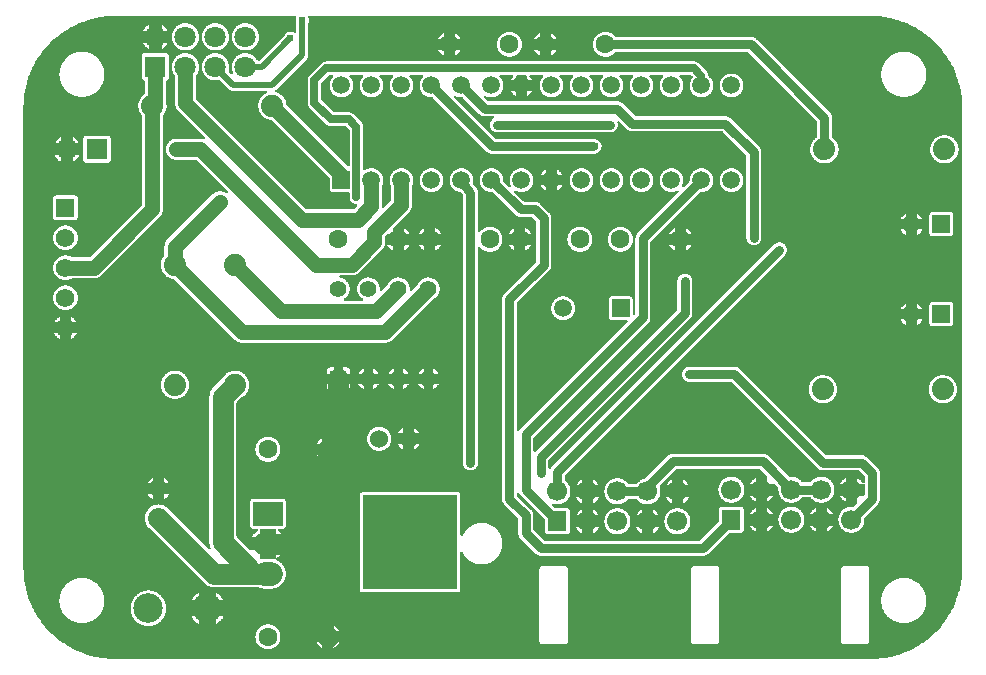
<source format=gbl>
G04 Layer: BottomLayer*
G04 EasyEDA v6.3.53, 2020-06-17T09:28:47+02:00*
G04 2fc62430105348e8968ca0d9d06def79,a119ccecc66d453fa3e160aadb19915c,10*
G04 Gerber Generator version 0.2*
G04 Scale: 100 percent, Rotated: No, Reflected: No *
G04 Dimensions in inches *
G04 leading zeros omitted , absolute positions ,2 integer and 4 decimal *
%FSLAX24Y24*%
%MOIN*%
G90*
G70D02*

%ADD11C,0.030000*%
%ADD12C,0.050000*%
%ADD13C,0.020000*%
%ADD14C,0.070000*%
%ADD15C,0.025000*%
%ADD16C,0.024000*%
%ADD17C,0.039370*%
%ADD18R,0.314961X0.314961*%
%ADD19C,0.066929*%
%ADD20R,0.062000X0.066929*%
%ADD21C,0.070866*%
%ADD22R,0.070866X0.070866*%
%ADD23C,0.060000*%
%ADD24C,0.062992*%
%ADD25R,0.098425X0.078740*%
%ADD26R,0.060000X0.060000*%
%ADD27C,0.074000*%
%ADD28R,0.059055X0.059055*%
%ADD29C,0.059055*%
%ADD30R,0.055000X0.055000*%
%ADD31C,0.055000*%
%ADD32C,0.062000*%
%ADD33R,0.062000X0.062000*%
%ADD34C,0.098425*%
%ADD35C,0.078740*%

%LPD*%
G36*
G01X9168Y21538D02*
G01X3099Y21538D01*
G01X3049Y21537D01*
G01X3000Y21535D01*
G01X2950Y21532D01*
G01X2850Y21524D01*
G01X2801Y21519D01*
G01X2751Y21512D01*
G01X2653Y21498D01*
G01X2603Y21489D01*
G01X2554Y21480D01*
G01X2506Y21470D01*
G01X2457Y21459D01*
G01X2408Y21447D01*
G01X2360Y21435D01*
G01X2264Y21407D01*
G01X2217Y21392D01*
G01X2169Y21377D01*
G01X2075Y21343D01*
G01X2029Y21325D01*
G01X1982Y21306D01*
G01X1937Y21287D01*
G01X1891Y21267D01*
G01X1846Y21246D01*
G01X1756Y21202D01*
G01X1712Y21179D01*
G01X1668Y21155D01*
G01X1582Y21105D01*
G01X1539Y21079D01*
G01X1455Y21025D01*
G01X1414Y20997D01*
G01X1373Y20968D01*
G01X1333Y20939D01*
G01X1293Y20909D01*
G01X1254Y20878D01*
G01X1215Y20846D01*
G01X1177Y20815D01*
G01X1139Y20782D01*
G01X1102Y20749D01*
G01X1065Y20715D01*
G01X1029Y20681D01*
G01X993Y20646D01*
G01X958Y20610D01*
G01X924Y20574D01*
G01X890Y20537D01*
G01X857Y20500D01*
G01X824Y20462D01*
G01X793Y20424D01*
G01X761Y20385D01*
G01X730Y20346D01*
G01X700Y20306D01*
G01X671Y20266D01*
G01X642Y20225D01*
G01X614Y20184D01*
G01X560Y20100D01*
G01X534Y20057D01*
G01X484Y19971D01*
G01X460Y19927D01*
G01X437Y19883D01*
G01X393Y19793D01*
G01X372Y19748D01*
G01X352Y19702D01*
G01X333Y19657D01*
G01X314Y19610D01*
G01X296Y19564D01*
G01X262Y19470D01*
G01X247Y19422D01*
G01X232Y19375D01*
G01X204Y19279D01*
G01X192Y19231D01*
G01X180Y19182D01*
G01X169Y19133D01*
G01X159Y19085D01*
G01X150Y19036D01*
G01X141Y18986D01*
G01X127Y18888D01*
G01X120Y18838D01*
G01X115Y18789D01*
G01X107Y18689D01*
G01X104Y18639D01*
G01X102Y18590D01*
G01X101Y18540D01*
G01X101Y3099D01*
G01X102Y3049D01*
G01X104Y3000D01*
G01X107Y2950D01*
G01X115Y2850D01*
G01X120Y2801D01*
G01X127Y2751D01*
G01X134Y2702D01*
G01X141Y2652D01*
G01X159Y2554D01*
G01X169Y2506D01*
G01X180Y2457D01*
G01X192Y2408D01*
G01X204Y2360D01*
G01X232Y2264D01*
G01X247Y2217D01*
G01X262Y2169D01*
G01X296Y2075D01*
G01X314Y2029D01*
G01X333Y1982D01*
G01X352Y1937D01*
G01X372Y1891D01*
G01X393Y1846D01*
G01X437Y1756D01*
G01X460Y1712D01*
G01X484Y1668D01*
G01X534Y1582D01*
G01X560Y1539D01*
G01X614Y1455D01*
G01X642Y1414D01*
G01X671Y1373D01*
G01X700Y1333D01*
G01X730Y1293D01*
G01X761Y1254D01*
G01X793Y1215D01*
G01X824Y1177D01*
G01X857Y1139D01*
G01X890Y1102D01*
G01X924Y1065D01*
G01X958Y1029D01*
G01X993Y993D01*
G01X1029Y958D01*
G01X1065Y924D01*
G01X1102Y890D01*
G01X1139Y857D01*
G01X1177Y824D01*
G01X1215Y792D01*
G01X1293Y730D01*
G01X1333Y700D01*
G01X1373Y671D01*
G01X1414Y642D01*
G01X1455Y614D01*
G01X1539Y560D01*
G01X1582Y534D01*
G01X1668Y484D01*
G01X1712Y460D01*
G01X1756Y437D01*
G01X1846Y393D01*
G01X1891Y372D01*
G01X1937Y352D01*
G01X1982Y333D01*
G01X2029Y314D01*
G01X2075Y296D01*
G01X2169Y262D01*
G01X2217Y247D01*
G01X2264Y232D01*
G01X2360Y204D01*
G01X2408Y192D01*
G01X2457Y180D01*
G01X2506Y169D01*
G01X2554Y159D01*
G01X2603Y150D01*
G01X2653Y141D01*
G01X2751Y127D01*
G01X2801Y120D01*
G01X2850Y115D01*
G01X2950Y107D01*
G01X3000Y104D01*
G01X3049Y102D01*
G01X3149Y100D01*
G01X28346Y100D01*
G01X28446Y102D01*
G01X28496Y104D01*
G01X28545Y107D01*
G01X28645Y115D01*
G01X28694Y120D01*
G01X28744Y127D01*
G01X28793Y134D01*
G01X28843Y141D01*
G01X28941Y159D01*
G01X28990Y169D01*
G01X29038Y180D01*
G01X29087Y192D01*
G01X29135Y204D01*
G01X29231Y232D01*
G01X29279Y247D01*
G01X29326Y262D01*
G01X29420Y296D01*
G01X29466Y314D01*
G01X29513Y333D01*
G01X29559Y352D01*
G01X29604Y372D01*
G01X29649Y393D01*
G01X29739Y437D01*
G01X29783Y460D01*
G01X29827Y484D01*
G01X29913Y534D01*
G01X29956Y560D01*
G01X30040Y614D01*
G01X30081Y642D01*
G01X30122Y671D01*
G01X30162Y700D01*
G01X30202Y730D01*
G01X30280Y792D01*
G01X30318Y824D01*
G01X30356Y857D01*
G01X30393Y890D01*
G01X30430Y924D01*
G01X30466Y958D01*
G01X30502Y993D01*
G01X30537Y1029D01*
G01X30571Y1065D01*
G01X30605Y1102D01*
G01X30638Y1139D01*
G01X30671Y1177D01*
G01X30703Y1215D01*
G01X30765Y1293D01*
G01X30795Y1333D01*
G01X30824Y1373D01*
G01X30853Y1414D01*
G01X30881Y1455D01*
G01X30935Y1539D01*
G01X30961Y1582D01*
G01X31011Y1668D01*
G01X31035Y1712D01*
G01X31058Y1756D01*
G01X31102Y1846D01*
G01X31123Y1891D01*
G01X31143Y1937D01*
G01X31163Y1982D01*
G01X31181Y2029D01*
G01X31199Y2075D01*
G01X31233Y2169D01*
G01X31248Y2217D01*
G01X31263Y2264D01*
G01X31291Y2360D01*
G01X31303Y2408D01*
G01X31315Y2457D01*
G01X31326Y2506D01*
G01X31336Y2554D01*
G01X31354Y2652D01*
G01X31362Y2702D01*
G01X31369Y2751D01*
G01X31375Y2801D01*
G01X31380Y2850D01*
G01X31388Y2950D01*
G01X31391Y3000D01*
G01X31393Y3049D01*
G01X31395Y3149D01*
G01X31395Y18490D01*
G01X31393Y18590D01*
G01X31391Y18639D01*
G01X31388Y18689D01*
G01X31380Y18789D01*
G01X31375Y18838D01*
G01X31369Y18888D01*
G01X31362Y18937D01*
G01X31354Y18986D01*
G01X31345Y19036D01*
G01X31336Y19085D01*
G01X31326Y19133D01*
G01X31315Y19182D01*
G01X31303Y19231D01*
G01X31291Y19279D01*
G01X31263Y19375D01*
G01X31248Y19422D01*
G01X31233Y19470D01*
G01X31199Y19564D01*
G01X31181Y19610D01*
G01X31163Y19657D01*
G01X31143Y19702D01*
G01X31123Y19748D01*
G01X31102Y19793D01*
G01X31058Y19883D01*
G01X31035Y19927D01*
G01X31011Y19971D01*
G01X30961Y20057D01*
G01X30935Y20100D01*
G01X30881Y20184D01*
G01X30853Y20225D01*
G01X30824Y20266D01*
G01X30795Y20306D01*
G01X30765Y20346D01*
G01X30703Y20424D01*
G01X30671Y20462D01*
G01X30638Y20500D01*
G01X30605Y20537D01*
G01X30571Y20574D01*
G01X30537Y20610D01*
G01X30502Y20646D01*
G01X30466Y20681D01*
G01X30430Y20715D01*
G01X30393Y20749D01*
G01X30356Y20782D01*
G01X30318Y20815D01*
G01X30280Y20846D01*
G01X30241Y20878D01*
G01X30202Y20909D01*
G01X30162Y20939D01*
G01X30122Y20968D01*
G01X30081Y20997D01*
G01X30040Y21025D01*
G01X29956Y21079D01*
G01X29913Y21105D01*
G01X29827Y21155D01*
G01X29783Y21179D01*
G01X29739Y21202D01*
G01X29649Y21246D01*
G01X29604Y21267D01*
G01X29559Y21287D01*
G01X29513Y21306D01*
G01X29466Y21325D01*
G01X29420Y21343D01*
G01X29326Y21377D01*
G01X29279Y21392D01*
G01X29231Y21407D01*
G01X29135Y21435D01*
G01X29087Y21447D01*
G01X29038Y21459D01*
G01X28990Y21470D01*
G01X28941Y21480D01*
G01X28843Y21498D01*
G01X28793Y21505D01*
G01X28744Y21512D01*
G01X28694Y21519D01*
G01X28645Y21524D01*
G01X28545Y21532D01*
G01X28496Y21535D01*
G01X28446Y21537D01*
G01X28396Y21538D01*
G01X9631Y21538D01*
G01X9625Y21537D01*
G01X9620Y21535D01*
G01X9610Y21529D01*
G01X9606Y21525D01*
G01X9600Y21515D01*
G01X9598Y21510D01*
G01X9597Y21504D01*
G01X9597Y21493D01*
G01X9598Y21487D01*
G01X9600Y21482D01*
G01X9606Y21469D01*
G01X9614Y21443D01*
G01X9617Y21430D01*
G01X9619Y21417D01*
G01X9620Y21403D01*
G01X9621Y21390D01*
G01X9620Y21375D01*
G01X9619Y21361D01*
G01X9616Y21346D01*
G01X9613Y21332D01*
G01X9609Y21318D01*
G01X9604Y21305D01*
G01X9601Y21297D01*
G01X9601Y20240D01*
G01X9600Y20226D01*
G01X9599Y20213D01*
G01X9597Y20200D01*
G01X9594Y20187D01*
G01X9590Y20175D01*
G01X9580Y20151D01*
G01X9574Y20139D01*
G01X9567Y20128D01*
G01X9559Y20117D01*
G01X9551Y20107D01*
G01X9542Y20097D01*
G01X8542Y19097D01*
G01X8518Y19077D01*
G01X8505Y19069D01*
G01X8501Y19065D01*
G01X8496Y19061D01*
G01X8490Y19051D01*
G01X8488Y19046D01*
G01X8487Y19040D01*
G01X8486Y19035D01*
G01X8488Y19023D01*
G01X8490Y19017D01*
G01X8493Y19012D01*
G01X8501Y19004D01*
G01X8506Y19000D01*
G01X8516Y18996D01*
G01X8536Y18990D01*
G01X8555Y18984D01*
G01X8573Y18977D01*
G01X8592Y18969D01*
G01X8610Y18961D01*
G01X8628Y18951D01*
G01X8662Y18931D01*
G01X8694Y18907D01*
G01X8710Y18894D01*
G01X8724Y18880D01*
G01X8739Y18866D01*
G01X8752Y18852D01*
G01X8778Y18820D01*
G01X8789Y18804D01*
G01X8800Y18787D01*
G01X8810Y18770D01*
G01X8820Y18752D01*
G01X8836Y18716D01*
G01X8850Y18678D01*
G01X8855Y18659D01*
G01X8860Y18639D01*
G01X8864Y18620D01*
G01X8867Y18600D01*
G01X8869Y18580D01*
G01X8870Y18573D01*
G01X8872Y18566D01*
G01X8876Y18560D01*
G01X8880Y18555D01*
G01X10905Y16530D01*
G01X10910Y16526D01*
G01X10915Y16523D01*
G01X10921Y16520D01*
G01X10927Y16519D01*
G01X10934Y16518D01*
G01X10939Y16519D01*
G01X10945Y16520D01*
G01X10950Y16522D01*
G01X10960Y16528D01*
G01X10964Y16532D01*
G01X10970Y16542D01*
G01X10972Y16547D01*
G01X10973Y16553D01*
G01X10973Y17736D01*
G01X10972Y17742D01*
G01X10969Y17747D01*
G01X10966Y17753D01*
G01X10962Y17758D01*
G01X10868Y17852D01*
G01X10863Y17856D01*
G01X10857Y17859D01*
G01X10852Y17862D01*
G01X10846Y17863D01*
G01X10350Y17863D01*
G01X10322Y17865D01*
G01X10309Y17867D01*
G01X10295Y17870D01*
G01X10269Y17878D01*
G01X10257Y17883D01*
G01X10244Y17889D01*
G01X10233Y17896D01*
G01X10221Y17904D01*
G01X10210Y17912D01*
G01X10200Y17920D01*
G01X9630Y18490D01*
G01X9622Y18500D01*
G01X9614Y18511D01*
G01X9606Y18523D01*
G01X9599Y18534D01*
G01X9593Y18547D01*
G01X9588Y18559D01*
G01X9580Y18585D01*
G01X9577Y18599D01*
G01X9575Y18612D01*
G01X9573Y18640D01*
G01X9573Y19390D01*
G01X9574Y19403D01*
G01X9575Y19417D01*
G01X9577Y19430D01*
G01X9580Y19444D01*
G01X9588Y19470D01*
G01X9593Y19482D01*
G01X9599Y19495D01*
G01X9606Y19506D01*
G01X9614Y19518D01*
G01X9622Y19529D01*
G01X9630Y19539D01*
G01X10050Y19959D01*
G01X10060Y19967D01*
G01X10071Y19975D01*
G01X10083Y19983D01*
G01X10094Y19990D01*
G01X10107Y19996D01*
G01X10119Y20001D01*
G01X10145Y20009D01*
G01X10159Y20012D01*
G01X10172Y20014D01*
G01X10186Y20015D01*
G01X22463Y20015D01*
G01X22477Y20014D01*
G01X22490Y20012D01*
G01X22504Y20009D01*
G01X22530Y20001D01*
G01X22542Y19996D01*
G01X22555Y19990D01*
G01X22566Y19983D01*
G01X22578Y19975D01*
G01X22589Y19967D01*
G01X22599Y19959D01*
G01X22869Y19689D01*
G01X22878Y19678D01*
G01X22887Y19666D01*
G01X22895Y19654D01*
G01X22902Y19641D01*
G01X22908Y19628D01*
G01X22913Y19614D01*
G01X22921Y19586D01*
G01X22926Y19551D01*
G01X22928Y19545D01*
G01X22931Y19539D01*
G01X22935Y19533D01*
G01X22940Y19529D01*
G01X22955Y19518D01*
G01X22968Y19506D01*
G01X22994Y19480D01*
G01X23006Y19466D01*
G01X23017Y19452D01*
G01X23037Y19422D01*
G01X23055Y19390D01*
G01X23076Y19339D01*
G01X23081Y19322D01*
G01X23085Y19304D01*
G01X23089Y19287D01*
G01X23092Y19269D01*
G01X23094Y19251D01*
G01X23095Y19232D01*
G01X23096Y19214D01*
G01X23094Y19178D01*
G01X23092Y19160D01*
G01X23089Y19141D01*
G01X23085Y19124D01*
G01X23081Y19106D01*
G01X23075Y19088D01*
G01X23069Y19071D01*
G01X23062Y19054D01*
G01X23054Y19038D01*
G01X23046Y19021D01*
G01X23036Y19006D01*
G01X23026Y18990D01*
G01X23016Y18975D01*
G01X22992Y18947D01*
G01X22980Y18934D01*
G01X22966Y18921D01*
G01X22953Y18909D01*
G01X22923Y18887D01*
G01X22908Y18877D01*
G01X22892Y18868D01*
G01X22860Y18852D01*
G01X22843Y18845D01*
G01X22825Y18839D01*
G01X22808Y18833D01*
G01X22772Y18825D01*
G01X22754Y18822D01*
G01X22718Y18818D01*
G01X22681Y18818D01*
G01X22645Y18822D01*
G01X22627Y18825D01*
G01X22591Y18833D01*
G01X22574Y18839D01*
G01X22556Y18845D01*
G01X22539Y18852D01*
G01X22507Y18868D01*
G01X22491Y18877D01*
G01X22476Y18887D01*
G01X22446Y18909D01*
G01X22433Y18921D01*
G01X22419Y18934D01*
G01X22407Y18947D01*
G01X22383Y18975D01*
G01X22373Y18990D01*
G01X22363Y19006D01*
G01X22353Y19021D01*
G01X22345Y19038D01*
G01X22337Y19054D01*
G01X22330Y19071D01*
G01X22324Y19088D01*
G01X22318Y19106D01*
G01X22314Y19124D01*
G01X22310Y19141D01*
G01X22307Y19160D01*
G01X22305Y19178D01*
G01X22303Y19214D01*
G01X22304Y19233D01*
G01X22305Y19251D01*
G01X22307Y19270D01*
G01X22310Y19288D01*
G01X22314Y19306D01*
G01X22324Y19342D01*
G01X22338Y19376D01*
G01X22346Y19393D01*
G01X22355Y19410D01*
G01X22364Y19426D01*
G01X22374Y19441D01*
G01X22385Y19456D01*
G01X22397Y19470D01*
G01X22401Y19476D01*
G01X22404Y19482D01*
G01X22406Y19489D01*
G01X22407Y19496D01*
G01X22406Y19503D01*
G01X22405Y19509D01*
G01X22402Y19514D01*
G01X22399Y19520D01*
G01X22395Y19525D01*
G01X22368Y19552D01*
G01X22363Y19556D01*
G01X22357Y19559D01*
G01X22352Y19562D01*
G01X22346Y19563D01*
G01X22002Y19563D01*
G01X21996Y19562D01*
G01X21991Y19560D01*
G01X21981Y19554D01*
G01X21977Y19550D01*
G01X21971Y19540D01*
G01X21969Y19535D01*
G01X21967Y19523D01*
G01X21969Y19511D01*
G01X21972Y19505D01*
G01X21975Y19500D01*
G01X21979Y19495D01*
G01X21992Y19482D01*
G01X22004Y19468D01*
G01X22015Y19454D01*
G01X22026Y19439D01*
G01X22036Y19423D01*
G01X22045Y19408D01*
G01X22054Y19391D01*
G01X22062Y19375D01*
G01X22069Y19358D01*
G01X22075Y19341D01*
G01X22081Y19323D01*
G01X22089Y19287D01*
G01X22092Y19269D01*
G01X22094Y19251D01*
G01X22095Y19233D01*
G01X22096Y19214D01*
G01X22094Y19178D01*
G01X22092Y19160D01*
G01X22089Y19141D01*
G01X22085Y19124D01*
G01X22081Y19106D01*
G01X22075Y19088D01*
G01X22069Y19071D01*
G01X22062Y19054D01*
G01X22054Y19038D01*
G01X22046Y19021D01*
G01X22036Y19006D01*
G01X22026Y18990D01*
G01X22016Y18975D01*
G01X21992Y18947D01*
G01X21980Y18934D01*
G01X21966Y18921D01*
G01X21953Y18909D01*
G01X21923Y18887D01*
G01X21908Y18877D01*
G01X21892Y18868D01*
G01X21860Y18852D01*
G01X21843Y18845D01*
G01X21825Y18839D01*
G01X21808Y18833D01*
G01X21772Y18825D01*
G01X21754Y18822D01*
G01X21718Y18818D01*
G01X21681Y18818D01*
G01X21645Y18822D01*
G01X21627Y18825D01*
G01X21591Y18833D01*
G01X21574Y18839D01*
G01X21556Y18845D01*
G01X21539Y18852D01*
G01X21507Y18868D01*
G01X21491Y18877D01*
G01X21476Y18887D01*
G01X21446Y18909D01*
G01X21433Y18921D01*
G01X21419Y18934D01*
G01X21407Y18947D01*
G01X21383Y18975D01*
G01X21373Y18990D01*
G01X21363Y19006D01*
G01X21353Y19021D01*
G01X21345Y19038D01*
G01X21337Y19054D01*
G01X21330Y19071D01*
G01X21324Y19088D01*
G01X21318Y19106D01*
G01X21314Y19124D01*
G01X21310Y19141D01*
G01X21307Y19160D01*
G01X21305Y19178D01*
G01X21303Y19214D01*
G01X21304Y19233D01*
G01X21305Y19251D01*
G01X21307Y19269D01*
G01X21310Y19287D01*
G01X21318Y19323D01*
G01X21324Y19341D01*
G01X21330Y19358D01*
G01X21337Y19375D01*
G01X21345Y19391D01*
G01X21354Y19408D01*
G01X21363Y19423D01*
G01X21373Y19439D01*
G01X21384Y19454D01*
G01X21395Y19468D01*
G01X21407Y19482D01*
G01X21420Y19495D01*
G01X21424Y19500D01*
G01X21427Y19505D01*
G01X21430Y19511D01*
G01X21432Y19523D01*
G01X21430Y19535D01*
G01X21428Y19540D01*
G01X21422Y19550D01*
G01X21418Y19554D01*
G01X21408Y19560D01*
G01X21403Y19562D01*
G01X21397Y19563D01*
G01X21002Y19563D01*
G01X20996Y19562D01*
G01X20991Y19560D01*
G01X20981Y19554D01*
G01X20977Y19550D01*
G01X20971Y19540D01*
G01X20969Y19535D01*
G01X20967Y19523D01*
G01X20969Y19511D01*
G01X20972Y19505D01*
G01X20975Y19500D01*
G01X20979Y19495D01*
G01X20992Y19482D01*
G01X21004Y19468D01*
G01X21015Y19454D01*
G01X21026Y19439D01*
G01X21036Y19423D01*
G01X21045Y19408D01*
G01X21054Y19391D01*
G01X21062Y19375D01*
G01X21069Y19358D01*
G01X21075Y19341D01*
G01X21081Y19323D01*
G01X21089Y19287D01*
G01X21092Y19269D01*
G01X21094Y19251D01*
G01X21095Y19233D01*
G01X21096Y19214D01*
G01X21094Y19178D01*
G01X21092Y19160D01*
G01X21089Y19141D01*
G01X21085Y19124D01*
G01X21081Y19106D01*
G01X21075Y19088D01*
G01X21069Y19071D01*
G01X21062Y19054D01*
G01X21054Y19038D01*
G01X21046Y19021D01*
G01X21036Y19006D01*
G01X21026Y18990D01*
G01X21016Y18975D01*
G01X20992Y18947D01*
G01X20980Y18934D01*
G01X20966Y18921D01*
G01X20953Y18909D01*
G01X20923Y18887D01*
G01X20908Y18877D01*
G01X20892Y18868D01*
G01X20860Y18852D01*
G01X20843Y18845D01*
G01X20825Y18839D01*
G01X20808Y18833D01*
G01X20772Y18825D01*
G01X20754Y18822D01*
G01X20718Y18818D01*
G01X20681Y18818D01*
G01X20645Y18822D01*
G01X20627Y18825D01*
G01X20591Y18833D01*
G01X20574Y18839D01*
G01X20556Y18845D01*
G01X20539Y18852D01*
G01X20507Y18868D01*
G01X20491Y18877D01*
G01X20476Y18887D01*
G01X20446Y18909D01*
G01X20433Y18921D01*
G01X20419Y18934D01*
G01X20407Y18947D01*
G01X20383Y18975D01*
G01X20373Y18990D01*
G01X20363Y19006D01*
G01X20353Y19021D01*
G01X20345Y19038D01*
G01X20337Y19054D01*
G01X20330Y19071D01*
G01X20324Y19088D01*
G01X20318Y19106D01*
G01X20314Y19124D01*
G01X20310Y19141D01*
G01X20307Y19160D01*
G01X20305Y19178D01*
G01X20303Y19214D01*
G01X20304Y19233D01*
G01X20305Y19251D01*
G01X20307Y19269D01*
G01X20310Y19287D01*
G01X20318Y19323D01*
G01X20324Y19341D01*
G01X20330Y19358D01*
G01X20337Y19375D01*
G01X20345Y19391D01*
G01X20354Y19408D01*
G01X20363Y19423D01*
G01X20373Y19439D01*
G01X20384Y19454D01*
G01X20395Y19468D01*
G01X20407Y19482D01*
G01X20420Y19495D01*
G01X20424Y19500D01*
G01X20427Y19505D01*
G01X20430Y19511D01*
G01X20432Y19523D01*
G01X20430Y19535D01*
G01X20428Y19540D01*
G01X20422Y19550D01*
G01X20418Y19554D01*
G01X20408Y19560D01*
G01X20403Y19562D01*
G01X20397Y19563D01*
G01X20002Y19563D01*
G01X19996Y19562D01*
G01X19991Y19560D01*
G01X19981Y19554D01*
G01X19977Y19550D01*
G01X19971Y19540D01*
G01X19969Y19535D01*
G01X19967Y19523D01*
G01X19969Y19511D01*
G01X19972Y19505D01*
G01X19975Y19500D01*
G01X19979Y19495D01*
G01X19992Y19482D01*
G01X20004Y19468D01*
G01X20015Y19454D01*
G01X20026Y19439D01*
G01X20036Y19423D01*
G01X20045Y19408D01*
G01X20054Y19391D01*
G01X20062Y19375D01*
G01X20069Y19358D01*
G01X20075Y19341D01*
G01X20081Y19323D01*
G01X20089Y19287D01*
G01X20092Y19269D01*
G01X20094Y19251D01*
G01X20095Y19233D01*
G01X20096Y19214D01*
G01X20094Y19178D01*
G01X20092Y19160D01*
G01X20089Y19141D01*
G01X20085Y19124D01*
G01X20081Y19106D01*
G01X20075Y19088D01*
G01X20069Y19071D01*
G01X20062Y19054D01*
G01X20054Y19038D01*
G01X20046Y19021D01*
G01X20036Y19006D01*
G01X20026Y18990D01*
G01X20016Y18975D01*
G01X19992Y18947D01*
G01X19980Y18934D01*
G01X19966Y18921D01*
G01X19953Y18909D01*
G01X19923Y18887D01*
G01X19908Y18877D01*
G01X19892Y18868D01*
G01X19860Y18852D01*
G01X19843Y18845D01*
G01X19825Y18839D01*
G01X19808Y18833D01*
G01X19772Y18825D01*
G01X19754Y18822D01*
G01X19718Y18818D01*
G01X19681Y18818D01*
G01X19645Y18822D01*
G01X19627Y18825D01*
G01X19591Y18833D01*
G01X19574Y18839D01*
G01X19556Y18845D01*
G01X19539Y18852D01*
G01X19507Y18868D01*
G01X19491Y18877D01*
G01X19476Y18887D01*
G01X19446Y18909D01*
G01X19433Y18921D01*
G01X19419Y18934D01*
G01X19407Y18947D01*
G01X19383Y18975D01*
G01X19373Y18990D01*
G01X19363Y19006D01*
G01X19353Y19021D01*
G01X19345Y19038D01*
G01X19337Y19054D01*
G01X19330Y19071D01*
G01X19324Y19088D01*
G01X19318Y19106D01*
G01X19314Y19124D01*
G01X19310Y19141D01*
G01X19307Y19160D01*
G01X19305Y19178D01*
G01X19303Y19214D01*
G01X19304Y19233D01*
G01X19305Y19251D01*
G01X19307Y19269D01*
G01X19310Y19287D01*
G01X19318Y19323D01*
G01X19324Y19341D01*
G01X19330Y19358D01*
G01X19337Y19375D01*
G01X19345Y19391D01*
G01X19354Y19408D01*
G01X19363Y19423D01*
G01X19373Y19439D01*
G01X19384Y19454D01*
G01X19395Y19468D01*
G01X19407Y19482D01*
G01X19420Y19495D01*
G01X19424Y19500D01*
G01X19427Y19505D01*
G01X19430Y19511D01*
G01X19432Y19523D01*
G01X19430Y19535D01*
G01X19428Y19540D01*
G01X19422Y19550D01*
G01X19418Y19554D01*
G01X19408Y19560D01*
G01X19403Y19562D01*
G01X19397Y19563D01*
G01X19002Y19563D01*
G01X18996Y19562D01*
G01X18991Y19560D01*
G01X18981Y19554D01*
G01X18977Y19550D01*
G01X18971Y19540D01*
G01X18969Y19535D01*
G01X18967Y19523D01*
G01X18969Y19511D01*
G01X18972Y19505D01*
G01X18975Y19500D01*
G01X18979Y19495D01*
G01X18992Y19482D01*
G01X19004Y19468D01*
G01X19015Y19454D01*
G01X19026Y19439D01*
G01X19036Y19423D01*
G01X19045Y19408D01*
G01X19054Y19391D01*
G01X19062Y19375D01*
G01X19069Y19358D01*
G01X19075Y19341D01*
G01X19081Y19323D01*
G01X19089Y19287D01*
G01X19092Y19269D01*
G01X19094Y19251D01*
G01X19095Y19233D01*
G01X19096Y19214D01*
G01X19094Y19178D01*
G01X19092Y19160D01*
G01X19089Y19141D01*
G01X19085Y19124D01*
G01X19081Y19106D01*
G01X19075Y19088D01*
G01X19069Y19071D01*
G01X19062Y19054D01*
G01X19054Y19038D01*
G01X19046Y19021D01*
G01X19036Y19006D01*
G01X19026Y18990D01*
G01X19016Y18975D01*
G01X18992Y18947D01*
G01X18980Y18934D01*
G01X18966Y18921D01*
G01X18953Y18909D01*
G01X18923Y18887D01*
G01X18908Y18877D01*
G01X18892Y18868D01*
G01X18860Y18852D01*
G01X18843Y18845D01*
G01X18825Y18839D01*
G01X18808Y18833D01*
G01X18772Y18825D01*
G01X18754Y18822D01*
G01X18718Y18818D01*
G01X18681Y18818D01*
G01X18645Y18822D01*
G01X18627Y18825D01*
G01X18591Y18833D01*
G01X18574Y18839D01*
G01X18556Y18845D01*
G01X18539Y18852D01*
G01X18507Y18868D01*
G01X18491Y18877D01*
G01X18476Y18887D01*
G01X18446Y18909D01*
G01X18433Y18921D01*
G01X18419Y18934D01*
G01X18407Y18947D01*
G01X18383Y18975D01*
G01X18373Y18990D01*
G01X18363Y19006D01*
G01X18353Y19021D01*
G01X18345Y19038D01*
G01X18337Y19054D01*
G01X18330Y19071D01*
G01X18324Y19088D01*
G01X18318Y19106D01*
G01X18314Y19124D01*
G01X18310Y19141D01*
G01X18307Y19160D01*
G01X18305Y19178D01*
G01X18303Y19214D01*
G01X18304Y19233D01*
G01X18305Y19251D01*
G01X18307Y19269D01*
G01X18310Y19287D01*
G01X18318Y19323D01*
G01X18324Y19341D01*
G01X18330Y19358D01*
G01X18337Y19375D01*
G01X18345Y19391D01*
G01X18354Y19408D01*
G01X18363Y19423D01*
G01X18373Y19439D01*
G01X18384Y19454D01*
G01X18395Y19468D01*
G01X18407Y19482D01*
G01X18420Y19495D01*
G01X18424Y19500D01*
G01X18427Y19505D01*
G01X18430Y19511D01*
G01X18432Y19523D01*
G01X18430Y19535D01*
G01X18428Y19540D01*
G01X18422Y19550D01*
G01X18418Y19554D01*
G01X18408Y19560D01*
G01X18403Y19562D01*
G01X18397Y19563D01*
G01X18002Y19563D01*
G01X17996Y19562D01*
G01X17991Y19560D01*
G01X17981Y19554D01*
G01X17977Y19550D01*
G01X17971Y19540D01*
G01X17969Y19535D01*
G01X17967Y19523D01*
G01X17969Y19511D01*
G01X17972Y19505D01*
G01X17975Y19500D01*
G01X17979Y19495D01*
G01X17992Y19482D01*
G01X18004Y19468D01*
G01X18015Y19454D01*
G01X18026Y19439D01*
G01X18036Y19423D01*
G01X18045Y19408D01*
G01X18054Y19391D01*
G01X18062Y19375D01*
G01X18069Y19358D01*
G01X18075Y19341D01*
G01X18081Y19323D01*
G01X18089Y19287D01*
G01X18092Y19269D01*
G01X18094Y19251D01*
G01X18095Y19233D01*
G01X18096Y19214D01*
G01X18094Y19178D01*
G01X18092Y19160D01*
G01X18089Y19141D01*
G01X18085Y19124D01*
G01X18081Y19106D01*
G01X18075Y19088D01*
G01X18069Y19071D01*
G01X18062Y19054D01*
G01X18054Y19038D01*
G01X18046Y19021D01*
G01X18036Y19006D01*
G01X18026Y18990D01*
G01X18016Y18975D01*
G01X17992Y18947D01*
G01X17980Y18934D01*
G01X17966Y18921D01*
G01X17953Y18909D01*
G01X17923Y18887D01*
G01X17908Y18877D01*
G01X17892Y18868D01*
G01X17860Y18852D01*
G01X17843Y18845D01*
G01X17825Y18839D01*
G01X17808Y18833D01*
G01X17772Y18825D01*
G01X17754Y18822D01*
G01X17718Y18818D01*
G01X17681Y18818D01*
G01X17645Y18822D01*
G01X17627Y18825D01*
G01X17591Y18833D01*
G01X17574Y18839D01*
G01X17556Y18845D01*
G01X17539Y18852D01*
G01X17507Y18868D01*
G01X17491Y18877D01*
G01X17476Y18887D01*
G01X17446Y18909D01*
G01X17433Y18921D01*
G01X17419Y18934D01*
G01X17407Y18947D01*
G01X17383Y18975D01*
G01X17373Y18990D01*
G01X17363Y19006D01*
G01X17353Y19021D01*
G01X17345Y19038D01*
G01X17337Y19054D01*
G01X17330Y19071D01*
G01X17324Y19088D01*
G01X17318Y19106D01*
G01X17314Y19124D01*
G01X17310Y19141D01*
G01X17307Y19160D01*
G01X17305Y19178D01*
G01X17303Y19214D01*
G01X17304Y19233D01*
G01X17305Y19251D01*
G01X17307Y19269D01*
G01X17310Y19287D01*
G01X17318Y19323D01*
G01X17324Y19341D01*
G01X17330Y19358D01*
G01X17337Y19375D01*
G01X17345Y19391D01*
G01X17354Y19408D01*
G01X17363Y19423D01*
G01X17373Y19439D01*
G01X17384Y19454D01*
G01X17395Y19468D01*
G01X17407Y19482D01*
G01X17420Y19495D01*
G01X17424Y19500D01*
G01X17427Y19505D01*
G01X17430Y19511D01*
G01X17432Y19523D01*
G01X17430Y19535D01*
G01X17428Y19540D01*
G01X17422Y19550D01*
G01X17418Y19554D01*
G01X17408Y19560D01*
G01X17403Y19562D01*
G01X17397Y19563D01*
G01X17002Y19563D01*
G01X16996Y19562D01*
G01X16991Y19560D01*
G01X16981Y19554D01*
G01X16977Y19550D01*
G01X16971Y19540D01*
G01X16969Y19535D01*
G01X16967Y19523D01*
G01X16969Y19511D01*
G01X16972Y19505D01*
G01X16975Y19500D01*
G01X16979Y19495D01*
G01X17005Y19467D01*
G01X17017Y19452D01*
G01X17028Y19436D01*
G01X17038Y19420D01*
G01X17047Y19404D01*
G01X17056Y19387D01*
G01X16872Y19387D01*
G01X16872Y19529D01*
G01X16871Y19535D01*
G01X16869Y19540D01*
G01X16866Y19545D01*
G01X16862Y19550D01*
G01X16858Y19554D01*
G01X16854Y19557D01*
G01X16849Y19560D01*
G01X16843Y19562D01*
G01X16838Y19563D01*
G01X16561Y19563D01*
G01X16556Y19562D01*
G01X16550Y19560D01*
G01X16545Y19557D01*
G01X16541Y19554D01*
G01X16537Y19550D01*
G01X16533Y19545D01*
G01X16530Y19540D01*
G01X16528Y19535D01*
G01X16527Y19529D01*
G01X16527Y19387D01*
G01X16343Y19387D01*
G01X16352Y19404D01*
G01X16361Y19420D01*
G01X16371Y19436D01*
G01X16382Y19452D01*
G01X16394Y19467D01*
G01X16420Y19495D01*
G01X16424Y19500D01*
G01X16427Y19505D01*
G01X16430Y19511D01*
G01X16432Y19523D01*
G01X16430Y19535D01*
G01X16428Y19540D01*
G01X16422Y19550D01*
G01X16418Y19554D01*
G01X16408Y19560D01*
G01X16403Y19562D01*
G01X16397Y19563D01*
G01X16002Y19563D01*
G01X15996Y19562D01*
G01X15991Y19560D01*
G01X15981Y19554D01*
G01X15977Y19550D01*
G01X15971Y19540D01*
G01X15969Y19535D01*
G01X15967Y19523D01*
G01X15969Y19511D01*
G01X15972Y19505D01*
G01X15975Y19500D01*
G01X15979Y19495D01*
G01X15992Y19482D01*
G01X16004Y19468D01*
G01X16015Y19454D01*
G01X16026Y19439D01*
G01X16036Y19423D01*
G01X16045Y19408D01*
G01X16054Y19391D01*
G01X16062Y19375D01*
G01X16069Y19358D01*
G01X16075Y19341D01*
G01X16081Y19323D01*
G01X16089Y19287D01*
G01X16092Y19269D01*
G01X16094Y19251D01*
G01X16095Y19233D01*
G01X16096Y19214D01*
G01X16094Y19178D01*
G01X16092Y19160D01*
G01X16089Y19141D01*
G01X16085Y19124D01*
G01X16081Y19106D01*
G01X16075Y19088D01*
G01X16069Y19071D01*
G01X16062Y19054D01*
G01X16054Y19038D01*
G01X16046Y19021D01*
G01X16036Y19006D01*
G01X16026Y18990D01*
G01X16016Y18975D01*
G01X15992Y18947D01*
G01X15980Y18934D01*
G01X15966Y18921D01*
G01X15953Y18909D01*
G01X15923Y18887D01*
G01X15908Y18877D01*
G01X15892Y18868D01*
G01X15860Y18852D01*
G01X15843Y18845D01*
G01X15825Y18839D01*
G01X15808Y18833D01*
G01X15772Y18825D01*
G01X15754Y18822D01*
G01X15718Y18818D01*
G01X15681Y18818D01*
G01X15643Y18822D01*
G01X15624Y18825D01*
G01X15605Y18829D01*
G01X15587Y18834D01*
G01X15569Y18840D01*
G01X15551Y18847D01*
G01X15534Y18854D01*
G01X15517Y18863D01*
G01X15505Y18867D01*
G01X15493Y18867D01*
G01X15487Y18866D01*
G01X15482Y18864D01*
G01X15477Y18861D01*
G01X15472Y18857D01*
G01X15468Y18853D01*
G01X15465Y18849D01*
G01X15462Y18844D01*
G01X15460Y18838D01*
G01X15459Y18833D01*
G01X15458Y18827D01*
G01X15460Y18815D01*
G01X15463Y18809D01*
G01X15466Y18804D01*
G01X15470Y18799D01*
G01X15567Y18702D01*
G01X15572Y18698D01*
G01X15577Y18695D01*
G01X15583Y18692D01*
G01X15595Y18690D01*
G01X19915Y18690D01*
G01X19930Y18689D01*
G01X19960Y18683D01*
G01X19974Y18679D01*
G01X19989Y18674D01*
G01X20003Y18668D01*
G01X20016Y18662D01*
G01X20042Y18646D01*
G01X20054Y18637D01*
G01X20066Y18627D01*
G01X20077Y18617D01*
G01X20492Y18202D01*
G01X20497Y18198D01*
G01X20502Y18195D01*
G01X20508Y18192D01*
G01X20520Y18190D01*
G01X23515Y18190D01*
G01X23530Y18189D01*
G01X23560Y18183D01*
G01X23574Y18179D01*
G01X23589Y18174D01*
G01X23603Y18168D01*
G01X23616Y18162D01*
G01X23642Y18146D01*
G01X23654Y18137D01*
G01X23666Y18127D01*
G01X23677Y18117D01*
G01X24627Y17167D01*
G01X24637Y17156D01*
G01X24647Y17144D01*
G01X24656Y17132D01*
G01X24672Y17106D01*
G01X24678Y17093D01*
G01X24684Y17079D01*
G01X24689Y17064D01*
G01X24693Y17050D01*
G01X24699Y17020D01*
G01X24701Y16990D01*
G01X24701Y14140D01*
G01X24699Y14110D01*
G01X24697Y14096D01*
G01X24694Y14082D01*
G01X24690Y14068D01*
G01X24680Y14040D01*
G01X24674Y14027D01*
G01X24667Y14014D01*
G01X24651Y13990D01*
G01X24642Y13978D01*
G01X24632Y13967D01*
G01X24622Y13957D01*
G01X24611Y13947D01*
G01X24599Y13938D01*
G01X24575Y13922D01*
G01X24562Y13915D01*
G01X24549Y13909D01*
G01X24521Y13899D01*
G01X24507Y13895D01*
G01X24493Y13892D01*
G01X24479Y13890D01*
G01X24464Y13889D01*
G01X24450Y13888D01*
G01X24420Y13890D01*
G01X24406Y13892D01*
G01X24392Y13895D01*
G01X24378Y13899D01*
G01X24350Y13909D01*
G01X24337Y13915D01*
G01X24324Y13922D01*
G01X24300Y13938D01*
G01X24288Y13947D01*
G01X24277Y13957D01*
G01X24267Y13967D01*
G01X24257Y13978D01*
G01X24248Y13990D01*
G01X24232Y14014D01*
G01X24225Y14027D01*
G01X24219Y14040D01*
G01X24209Y14068D01*
G01X24205Y14082D01*
G01X24202Y14096D01*
G01X24200Y14110D01*
G01X24198Y14140D01*
G01X24198Y16875D01*
G01X24197Y16881D01*
G01X24194Y16887D01*
G01X24191Y16892D01*
G01X24187Y16897D01*
G01X23407Y17677D01*
G01X23402Y17681D01*
G01X23397Y17684D01*
G01X23391Y17687D01*
G01X23385Y17688D01*
G01X20400Y17688D01*
G01X20384Y17689D01*
G01X20369Y17690D01*
G01X20339Y17696D01*
G01X20325Y17700D01*
G01X20310Y17705D01*
G01X20296Y17711D01*
G01X20283Y17717D01*
G01X20257Y17733D01*
G01X20245Y17742D01*
G01X20233Y17752D01*
G01X20222Y17762D01*
G01X19966Y18018D01*
G01X19956Y18026D01*
G01X19944Y18030D01*
G01X19932Y18030D01*
G01X19926Y18028D01*
G01X19916Y18024D01*
G01X19911Y18020D01*
G01X19907Y18016D01*
G01X19904Y18012D01*
G01X19901Y18007D01*
G01X19899Y18001D01*
G01X19898Y17996D01*
G01X19897Y17990D01*
G01X19899Y17978D01*
G01X19904Y17963D01*
G01X19907Y17947D01*
G01X19910Y17932D01*
G01X19911Y17916D01*
G01X19911Y17886D01*
G01X19910Y17871D01*
G01X19908Y17857D01*
G01X19905Y17843D01*
G01X19901Y17829D01*
G01X19891Y17801D01*
G01X19885Y17788D01*
G01X19878Y17775D01*
G01X19862Y17751D01*
G01X19853Y17739D01*
G01X19843Y17728D01*
G01X19833Y17718D01*
G01X19822Y17708D01*
G01X19810Y17699D01*
G01X19786Y17683D01*
G01X19773Y17676D01*
G01X19760Y17670D01*
G01X19732Y17660D01*
G01X19718Y17656D01*
G01X19704Y17653D01*
G01X19690Y17651D01*
G01X19675Y17650D01*
G01X15885Y17650D01*
G01X15870Y17651D01*
G01X15856Y17653D01*
G01X15842Y17656D01*
G01X15828Y17660D01*
G01X15800Y17670D01*
G01X15787Y17676D01*
G01X15774Y17683D01*
G01X15750Y17699D01*
G01X15738Y17708D01*
G01X15727Y17718D01*
G01X15717Y17728D01*
G01X15707Y17739D01*
G01X15698Y17751D01*
G01X15682Y17775D01*
G01X15675Y17788D01*
G01X15669Y17801D01*
G01X15659Y17829D01*
G01X15655Y17843D01*
G01X15652Y17857D01*
G01X15650Y17871D01*
G01X15649Y17886D01*
G01X15648Y17900D01*
G01X15649Y17915D01*
G01X15650Y17929D01*
G01X15652Y17943D01*
G01X15655Y17957D01*
G01X15659Y17971D01*
G01X15663Y17984D01*
G01X15668Y17997D01*
G01X15680Y18023D01*
G01X15696Y18047D01*
G01X15704Y18058D01*
G01X15714Y18069D01*
G01X15723Y18079D01*
G01X15734Y18089D01*
G01X15756Y18107D01*
G01X15768Y18114D01*
G01X15773Y18118D01*
G01X15781Y18126D01*
G01X15784Y18132D01*
G01X15786Y18137D01*
G01X15787Y18143D01*
G01X15787Y18154D01*
G01X15786Y18160D01*
G01X15784Y18165D01*
G01X15781Y18170D01*
G01X15777Y18175D01*
G01X15773Y18179D01*
G01X15769Y18182D01*
G01X15764Y18185D01*
G01X15759Y18187D01*
G01X15753Y18188D01*
G01X15475Y18188D01*
G01X15459Y18189D01*
G01X15444Y18190D01*
G01X15414Y18196D01*
G01X15400Y18200D01*
G01X15385Y18205D01*
G01X15371Y18211D01*
G01X15358Y18217D01*
G01X15332Y18233D01*
G01X15320Y18242D01*
G01X15308Y18252D01*
G01X15297Y18262D01*
G01X14752Y18807D01*
G01X14747Y18811D01*
G01X14742Y18814D01*
G01X14736Y18817D01*
G01X14724Y18819D01*
G01X14722Y18819D01*
G01X14700Y18818D01*
G01X14681Y18818D01*
G01X14643Y18822D01*
G01X14624Y18825D01*
G01X14605Y18829D01*
G01X14587Y18834D01*
G01X14569Y18840D01*
G01X14551Y18847D01*
G01X14534Y18854D01*
G01X14517Y18863D01*
G01X14505Y18867D01*
G01X14493Y18867D01*
G01X14487Y18866D01*
G01X14482Y18864D01*
G01X14477Y18861D01*
G01X14472Y18857D01*
G01X14468Y18853D01*
G01X14465Y18849D01*
G01X14462Y18844D01*
G01X14460Y18838D01*
G01X14459Y18833D01*
G01X14458Y18827D01*
G01X14460Y18815D01*
G01X14463Y18809D01*
G01X14466Y18804D01*
G01X14470Y18799D01*
G01X15817Y17452D01*
G01X15822Y17448D01*
G01X15827Y17445D01*
G01X15833Y17442D01*
G01X15845Y17440D01*
G01X19114Y17440D01*
G01X19129Y17439D01*
G01X19144Y17437D01*
G01X19159Y17433D01*
G01X19187Y17425D01*
G01X19215Y17413D01*
G01X19228Y17405D01*
G01X19252Y17389D01*
G01X19264Y17379D01*
G01X19269Y17376D01*
G01X19280Y17368D01*
G01X19291Y17359D01*
G01X19301Y17350D01*
G01X19311Y17340D01*
G01X19320Y17330D01*
G01X19329Y17319D01*
G01X19336Y17308D01*
G01X19343Y17296D01*
G01X19350Y17283D01*
G01X19355Y17271D01*
G01X19360Y17258D01*
G01X19364Y17244D01*
G01X19367Y17231D01*
G01X19369Y17217D01*
G01X19370Y17203D01*
G01X19371Y17190D01*
G01X19369Y17162D01*
G01X19367Y17148D01*
G01X19364Y17135D01*
G01X19360Y17121D01*
G01X19355Y17108D01*
G01X19350Y17096D01*
G01X19343Y17083D01*
G01X19336Y17071D01*
G01X19329Y17060D01*
G01X19320Y17049D01*
G01X19311Y17039D01*
G01X19301Y17029D01*
G01X19291Y17020D01*
G01X19280Y17011D01*
G01X19269Y17003D01*
G01X19264Y17000D01*
G01X19252Y16990D01*
G01X19228Y16974D01*
G01X19215Y16966D01*
G01X19187Y16954D01*
G01X19159Y16946D01*
G01X19144Y16942D01*
G01X19129Y16940D01*
G01X19114Y16939D01*
G01X19100Y16938D01*
G01X15725Y16938D01*
G01X15709Y16939D01*
G01X15694Y16940D01*
G01X15664Y16946D01*
G01X15650Y16950D01*
G01X15635Y16955D01*
G01X15621Y16961D01*
G01X15608Y16967D01*
G01X15582Y16983D01*
G01X15570Y16992D01*
G01X15558Y17002D01*
G01X15547Y17012D01*
G01X13752Y18807D01*
G01X13747Y18811D01*
G01X13742Y18814D01*
G01X13736Y18817D01*
G01X13724Y18819D01*
G01X13722Y18819D01*
G01X13700Y18818D01*
G01X13681Y18818D01*
G01X13645Y18822D01*
G01X13627Y18825D01*
G01X13591Y18833D01*
G01X13574Y18839D01*
G01X13556Y18845D01*
G01X13539Y18852D01*
G01X13507Y18868D01*
G01X13491Y18877D01*
G01X13476Y18887D01*
G01X13446Y18909D01*
G01X13433Y18921D01*
G01X13419Y18934D01*
G01X13407Y18947D01*
G01X13383Y18975D01*
G01X13373Y18990D01*
G01X13363Y19006D01*
G01X13353Y19021D01*
G01X13345Y19038D01*
G01X13337Y19054D01*
G01X13330Y19071D01*
G01X13324Y19088D01*
G01X13318Y19106D01*
G01X13314Y19124D01*
G01X13310Y19141D01*
G01X13307Y19160D01*
G01X13305Y19178D01*
G01X13303Y19214D01*
G01X13304Y19233D01*
G01X13305Y19251D01*
G01X13307Y19269D01*
G01X13310Y19287D01*
G01X13318Y19323D01*
G01X13324Y19341D01*
G01X13330Y19358D01*
G01X13337Y19375D01*
G01X13345Y19391D01*
G01X13354Y19408D01*
G01X13363Y19423D01*
G01X13373Y19439D01*
G01X13384Y19454D01*
G01X13395Y19468D01*
G01X13407Y19482D01*
G01X13420Y19495D01*
G01X13424Y19500D01*
G01X13427Y19505D01*
G01X13430Y19511D01*
G01X13432Y19523D01*
G01X13430Y19535D01*
G01X13428Y19540D01*
G01X13422Y19550D01*
G01X13418Y19554D01*
G01X13408Y19560D01*
G01X13403Y19562D01*
G01X13397Y19563D01*
G01X13002Y19563D01*
G01X12996Y19562D01*
G01X12991Y19560D01*
G01X12981Y19554D01*
G01X12977Y19550D01*
G01X12971Y19540D01*
G01X12969Y19535D01*
G01X12967Y19523D01*
G01X12969Y19511D01*
G01X12972Y19505D01*
G01X12975Y19500D01*
G01X12979Y19495D01*
G01X12992Y19482D01*
G01X13004Y19468D01*
G01X13015Y19454D01*
G01X13026Y19439D01*
G01X13036Y19423D01*
G01X13045Y19408D01*
G01X13054Y19391D01*
G01X13062Y19375D01*
G01X13069Y19358D01*
G01X13075Y19341D01*
G01X13081Y19323D01*
G01X13089Y19287D01*
G01X13092Y19269D01*
G01X13094Y19251D01*
G01X13095Y19233D01*
G01X13096Y19214D01*
G01X13094Y19178D01*
G01X13092Y19160D01*
G01X13089Y19141D01*
G01X13085Y19124D01*
G01X13081Y19106D01*
G01X13075Y19088D01*
G01X13069Y19071D01*
G01X13062Y19054D01*
G01X13054Y19038D01*
G01X13046Y19021D01*
G01X13036Y19006D01*
G01X13026Y18990D01*
G01X13016Y18975D01*
G01X12992Y18947D01*
G01X12980Y18934D01*
G01X12966Y18921D01*
G01X12953Y18909D01*
G01X12923Y18887D01*
G01X12908Y18877D01*
G01X12892Y18868D01*
G01X12860Y18852D01*
G01X12843Y18845D01*
G01X12825Y18839D01*
G01X12808Y18833D01*
G01X12772Y18825D01*
G01X12754Y18822D01*
G01X12718Y18818D01*
G01X12681Y18818D01*
G01X12645Y18822D01*
G01X12627Y18825D01*
G01X12591Y18833D01*
G01X12574Y18839D01*
G01X12556Y18845D01*
G01X12539Y18852D01*
G01X12507Y18868D01*
G01X12491Y18877D01*
G01X12476Y18887D01*
G01X12446Y18909D01*
G01X12433Y18921D01*
G01X12419Y18934D01*
G01X12407Y18947D01*
G01X12383Y18975D01*
G01X12373Y18990D01*
G01X12363Y19006D01*
G01X12353Y19021D01*
G01X12345Y19038D01*
G01X12337Y19054D01*
G01X12330Y19071D01*
G01X12324Y19088D01*
G01X12318Y19106D01*
G01X12314Y19124D01*
G01X12310Y19141D01*
G01X12307Y19160D01*
G01X12305Y19178D01*
G01X12303Y19214D01*
G01X12304Y19233D01*
G01X12305Y19251D01*
G01X12307Y19269D01*
G01X12310Y19287D01*
G01X12318Y19323D01*
G01X12324Y19341D01*
G01X12330Y19358D01*
G01X12337Y19375D01*
G01X12345Y19391D01*
G01X12354Y19408D01*
G01X12363Y19423D01*
G01X12373Y19439D01*
G01X12384Y19454D01*
G01X12395Y19468D01*
G01X12407Y19482D01*
G01X12420Y19495D01*
G01X12424Y19500D01*
G01X12427Y19505D01*
G01X12430Y19511D01*
G01X12432Y19523D01*
G01X12430Y19535D01*
G01X12428Y19540D01*
G01X12422Y19550D01*
G01X12418Y19554D01*
G01X12408Y19560D01*
G01X12403Y19562D01*
G01X12397Y19563D01*
G01X12002Y19563D01*
G01X11996Y19562D01*
G01X11991Y19560D01*
G01X11981Y19554D01*
G01X11977Y19550D01*
G01X11971Y19540D01*
G01X11969Y19535D01*
G01X11967Y19523D01*
G01X11969Y19511D01*
G01X11972Y19505D01*
G01X11975Y19500D01*
G01X11979Y19495D01*
G01X11992Y19482D01*
G01X12004Y19468D01*
G01X12015Y19454D01*
G01X12026Y19439D01*
G01X12036Y19423D01*
G01X12045Y19408D01*
G01X12054Y19391D01*
G01X12062Y19375D01*
G01X12069Y19358D01*
G01X12075Y19341D01*
G01X12081Y19323D01*
G01X12089Y19287D01*
G01X12092Y19269D01*
G01X12094Y19251D01*
G01X12095Y19233D01*
G01X12096Y19214D01*
G01X12094Y19178D01*
G01X12092Y19160D01*
G01X12089Y19141D01*
G01X12085Y19124D01*
G01X12081Y19106D01*
G01X12075Y19088D01*
G01X12069Y19071D01*
G01X12062Y19054D01*
G01X12054Y19038D01*
G01X12046Y19021D01*
G01X12036Y19006D01*
G01X12026Y18990D01*
G01X12016Y18975D01*
G01X11992Y18947D01*
G01X11980Y18934D01*
G01X11966Y18921D01*
G01X11953Y18909D01*
G01X11923Y18887D01*
G01X11908Y18877D01*
G01X11892Y18868D01*
G01X11860Y18852D01*
G01X11843Y18845D01*
G01X11825Y18839D01*
G01X11808Y18833D01*
G01X11772Y18825D01*
G01X11754Y18822D01*
G01X11718Y18818D01*
G01X11681Y18818D01*
G01X11645Y18822D01*
G01X11627Y18825D01*
G01X11591Y18833D01*
G01X11574Y18839D01*
G01X11556Y18845D01*
G01X11539Y18852D01*
G01X11507Y18868D01*
G01X11491Y18877D01*
G01X11476Y18887D01*
G01X11446Y18909D01*
G01X11433Y18921D01*
G01X11419Y18934D01*
G01X11407Y18947D01*
G01X11383Y18975D01*
G01X11373Y18990D01*
G01X11363Y19006D01*
G01X11353Y19021D01*
G01X11345Y19038D01*
G01X11337Y19054D01*
G01X11330Y19071D01*
G01X11324Y19088D01*
G01X11318Y19106D01*
G01X11314Y19124D01*
G01X11310Y19141D01*
G01X11307Y19160D01*
G01X11305Y19178D01*
G01X11303Y19214D01*
G01X11304Y19233D01*
G01X11305Y19251D01*
G01X11307Y19269D01*
G01X11310Y19287D01*
G01X11318Y19323D01*
G01X11324Y19341D01*
G01X11330Y19358D01*
G01X11337Y19375D01*
G01X11345Y19391D01*
G01X11354Y19408D01*
G01X11363Y19423D01*
G01X11373Y19439D01*
G01X11384Y19454D01*
G01X11395Y19468D01*
G01X11407Y19482D01*
G01X11420Y19495D01*
G01X11424Y19500D01*
G01X11427Y19505D01*
G01X11430Y19511D01*
G01X11432Y19523D01*
G01X11430Y19535D01*
G01X11428Y19540D01*
G01X11422Y19550D01*
G01X11418Y19554D01*
G01X11408Y19560D01*
G01X11403Y19562D01*
G01X11397Y19563D01*
G01X11002Y19563D01*
G01X10996Y19562D01*
G01X10991Y19560D01*
G01X10981Y19554D01*
G01X10977Y19550D01*
G01X10971Y19540D01*
G01X10969Y19535D01*
G01X10967Y19523D01*
G01X10969Y19511D01*
G01X10972Y19505D01*
G01X10975Y19500D01*
G01X10979Y19495D01*
G01X10992Y19482D01*
G01X11004Y19468D01*
G01X11015Y19454D01*
G01X11026Y19439D01*
G01X11036Y19423D01*
G01X11045Y19408D01*
G01X11054Y19391D01*
G01X11062Y19375D01*
G01X11069Y19358D01*
G01X11075Y19341D01*
G01X11081Y19323D01*
G01X11089Y19287D01*
G01X11092Y19269D01*
G01X11094Y19251D01*
G01X11095Y19233D01*
G01X11096Y19214D01*
G01X11094Y19178D01*
G01X11092Y19160D01*
G01X11089Y19141D01*
G01X11085Y19124D01*
G01X11081Y19106D01*
G01X11075Y19088D01*
G01X11069Y19071D01*
G01X11062Y19054D01*
G01X11054Y19038D01*
G01X11046Y19021D01*
G01X11036Y19006D01*
G01X11026Y18990D01*
G01X11016Y18975D01*
G01X10992Y18947D01*
G01X10980Y18934D01*
G01X10966Y18921D01*
G01X10953Y18909D01*
G01X10923Y18887D01*
G01X10908Y18877D01*
G01X10892Y18868D01*
G01X10860Y18852D01*
G01X10843Y18845D01*
G01X10825Y18839D01*
G01X10808Y18833D01*
G01X10772Y18825D01*
G01X10754Y18822D01*
G01X10718Y18818D01*
G01X10681Y18818D01*
G01X10645Y18822D01*
G01X10627Y18825D01*
G01X10591Y18833D01*
G01X10574Y18839D01*
G01X10556Y18845D01*
G01X10539Y18852D01*
G01X10507Y18868D01*
G01X10491Y18877D01*
G01X10476Y18887D01*
G01X10446Y18909D01*
G01X10433Y18921D01*
G01X10419Y18934D01*
G01X10407Y18947D01*
G01X10383Y18975D01*
G01X10373Y18990D01*
G01X10363Y19006D01*
G01X10353Y19021D01*
G01X10345Y19038D01*
G01X10337Y19054D01*
G01X10330Y19071D01*
G01X10324Y19088D01*
G01X10318Y19106D01*
G01X10314Y19124D01*
G01X10310Y19141D01*
G01X10307Y19160D01*
G01X10305Y19178D01*
G01X10303Y19214D01*
G01X10304Y19233D01*
G01X10305Y19251D01*
G01X10307Y19269D01*
G01X10310Y19287D01*
G01X10318Y19323D01*
G01X10324Y19341D01*
G01X10330Y19358D01*
G01X10337Y19375D01*
G01X10345Y19391D01*
G01X10354Y19408D01*
G01X10363Y19423D01*
G01X10373Y19439D01*
G01X10384Y19454D01*
G01X10395Y19468D01*
G01X10407Y19482D01*
G01X10420Y19495D01*
G01X10424Y19500D01*
G01X10427Y19505D01*
G01X10430Y19511D01*
G01X10432Y19523D01*
G01X10430Y19535D01*
G01X10428Y19540D01*
G01X10422Y19550D01*
G01X10418Y19554D01*
G01X10408Y19560D01*
G01X10403Y19562D01*
G01X10397Y19563D01*
G01X10303Y19563D01*
G01X10297Y19562D01*
G01X10292Y19559D01*
G01X10286Y19556D01*
G01X10281Y19552D01*
G01X10037Y19308D01*
G01X10033Y19303D01*
G01X10030Y19297D01*
G01X10027Y19292D01*
G01X10026Y19286D01*
G01X10026Y18743D01*
G01X10027Y18737D01*
G01X10030Y18732D01*
G01X10033Y18726D01*
G01X10037Y18721D01*
G01X10431Y18327D01*
G01X10436Y18323D01*
G01X10442Y18320D01*
G01X10447Y18317D01*
G01X10453Y18316D01*
G01X10460Y18315D01*
G01X10963Y18315D01*
G01X10977Y18314D01*
G01X10990Y18312D01*
G01X11004Y18309D01*
G01X11030Y18301D01*
G01X11042Y18296D01*
G01X11055Y18290D01*
G01X11066Y18283D01*
G01X11078Y18275D01*
G01X11089Y18267D01*
G01X11099Y18259D01*
G01X11369Y17989D01*
G01X11377Y17979D01*
G01X11385Y17968D01*
G01X11393Y17956D01*
G01X11400Y17945D01*
G01X11406Y17932D01*
G01X11411Y17920D01*
G01X11419Y17894D01*
G01X11422Y17880D01*
G01X11424Y17867D01*
G01X11425Y17853D01*
G01X11426Y17840D01*
G01X11426Y16427D01*
G01X11427Y16422D01*
G01X11429Y16416D01*
G01X11432Y16411D01*
G01X11435Y16407D01*
G01X11439Y16403D01*
G01X11444Y16399D01*
G01X11454Y16395D01*
G01X11460Y16393D01*
G01X11471Y16393D01*
G01X11477Y16394D01*
G01X11482Y16396D01*
G01X11487Y16399D01*
G01X11503Y16409D01*
G01X11519Y16418D01*
G01X11536Y16426D01*
G01X11553Y16433D01*
G01X11571Y16440D01*
G01X11607Y16450D01*
G01X11625Y16454D01*
G01X11644Y16457D01*
G01X11662Y16459D01*
G01X11681Y16461D01*
G01X11718Y16461D01*
G01X11754Y16457D01*
G01X11772Y16454D01*
G01X11808Y16446D01*
G01X11825Y16440D01*
G01X11843Y16434D01*
G01X11860Y16427D01*
G01X11892Y16411D01*
G01X11908Y16402D01*
G01X11923Y16392D01*
G01X11953Y16370D01*
G01X11966Y16358D01*
G01X11980Y16345D01*
G01X11992Y16332D01*
G01X12016Y16304D01*
G01X12026Y16289D01*
G01X12036Y16273D01*
G01X12046Y16258D01*
G01X12054Y16241D01*
G01X12062Y16225D01*
G01X12069Y16208D01*
G01X12075Y16191D01*
G01X12081Y16173D01*
G01X12085Y16155D01*
G01X12089Y16138D01*
G01X12092Y16119D01*
G01X12094Y16101D01*
G01X12096Y16065D01*
G01X12095Y16046D01*
G01X12094Y16028D01*
G01X12092Y16010D01*
G01X12089Y15992D01*
G01X12085Y15974D01*
G01X12081Y15957D01*
G01X12075Y15939D01*
G01X12069Y15922D01*
G01X12062Y15905D01*
G01X12055Y15889D01*
G01X12052Y15883D01*
G01X12051Y15877D01*
G01X12051Y15190D01*
G01X12050Y15184D01*
G01X12050Y15183D01*
G01X12051Y15178D01*
G01X12052Y15172D01*
G01X12054Y15167D01*
G01X12060Y15157D01*
G01X12064Y15153D01*
G01X12074Y15147D01*
G01X12079Y15145D01*
G01X12085Y15144D01*
G01X12090Y15143D01*
G01X12097Y15144D01*
G01X12103Y15145D01*
G01X12109Y15148D01*
G01X12114Y15151D01*
G01X12119Y15155D01*
G01X12337Y15373D01*
G01X12341Y15378D01*
G01X12344Y15383D01*
G01X12347Y15389D01*
G01X12348Y15395D01*
G01X12348Y15877D01*
G01X12347Y15883D01*
G01X12344Y15889D01*
G01X12337Y15905D01*
G01X12330Y15922D01*
G01X12324Y15939D01*
G01X12318Y15957D01*
G01X12314Y15974D01*
G01X12310Y15992D01*
G01X12307Y16010D01*
G01X12305Y16028D01*
G01X12304Y16046D01*
G01X12303Y16065D01*
G01X12305Y16101D01*
G01X12307Y16119D01*
G01X12310Y16138D01*
G01X12314Y16155D01*
G01X12318Y16173D01*
G01X12324Y16191D01*
G01X12330Y16208D01*
G01X12337Y16225D01*
G01X12345Y16241D01*
G01X12353Y16258D01*
G01X12363Y16273D01*
G01X12373Y16289D01*
G01X12383Y16304D01*
G01X12407Y16332D01*
G01X12419Y16345D01*
G01X12433Y16358D01*
G01X12446Y16370D01*
G01X12476Y16392D01*
G01X12491Y16402D01*
G01X12507Y16411D01*
G01X12539Y16427D01*
G01X12556Y16434D01*
G01X12574Y16440D01*
G01X12591Y16446D01*
G01X12627Y16454D01*
G01X12645Y16457D01*
G01X12681Y16461D01*
G01X12718Y16461D01*
G01X12754Y16457D01*
G01X12772Y16454D01*
G01X12808Y16446D01*
G01X12825Y16440D01*
G01X12843Y16434D01*
G01X12860Y16427D01*
G01X12892Y16411D01*
G01X12908Y16402D01*
G01X12923Y16392D01*
G01X12953Y16370D01*
G01X12966Y16358D01*
G01X12980Y16345D01*
G01X12992Y16332D01*
G01X13016Y16304D01*
G01X13026Y16289D01*
G01X13036Y16273D01*
G01X13046Y16258D01*
G01X13054Y16241D01*
G01X13062Y16225D01*
G01X13069Y16208D01*
G01X13075Y16191D01*
G01X13081Y16173D01*
G01X13085Y16155D01*
G01X13089Y16138D01*
G01X13092Y16119D01*
G01X13094Y16101D01*
G01X13096Y16065D01*
G01X13095Y16046D01*
G01X13094Y16028D01*
G01X13092Y16010D01*
G01X13089Y15992D01*
G01X13085Y15974D01*
G01X13081Y15957D01*
G01X13075Y15939D01*
G01X13069Y15922D01*
G01X13062Y15905D01*
G01X13055Y15889D01*
G01X13052Y15883D01*
G01X13051Y15877D01*
G01X13051Y15240D01*
G01X13050Y15222D01*
G01X13049Y15205D01*
G01X13047Y15188D01*
G01X13044Y15171D01*
G01X13040Y15154D01*
G01X13035Y15138D01*
G01X13030Y15121D01*
G01X13024Y15105D01*
G01X13017Y15089D01*
G01X13001Y15059D01*
G01X12991Y15044D01*
G01X12981Y15030D01*
G01X12971Y15017D01*
G01X12960Y15004D01*
G01X12948Y14991D01*
G01X12528Y14572D01*
G01X12429Y14472D01*
G01X12425Y14468D01*
G01X12421Y14462D01*
G01X12419Y14456D01*
G01X12417Y14444D01*
G01X12417Y14272D01*
G01X12245Y14272D01*
G01X12233Y14270D01*
G01X12227Y14268D01*
G01X12221Y14264D01*
G01X12217Y14260D01*
G01X12162Y14206D01*
G01X12158Y14201D01*
G01X12155Y14196D01*
G01X12152Y14190D01*
G01X12151Y14184D01*
G01X12151Y13990D01*
G01X12150Y13970D01*
G01X12148Y13951D01*
G01X12148Y13947D01*
G01X12149Y13940D01*
G01X12151Y13932D01*
G01X12147Y13927D01*
G01X12144Y13922D01*
G01X12143Y13915D01*
G01X12138Y13898D01*
G01X12133Y13880D01*
G01X12127Y13863D01*
G01X12120Y13846D01*
G01X12112Y13830D01*
G01X12094Y13798D01*
G01X12072Y13768D01*
G01X12060Y13755D01*
G01X12048Y13741D01*
G01X11298Y12991D01*
G01X11285Y12979D01*
G01X11272Y12968D01*
G01X11259Y12958D01*
G01X11244Y12948D01*
G01X11230Y12938D01*
G01X11200Y12922D01*
G01X11184Y12915D01*
G01X11168Y12909D01*
G01X11151Y12904D01*
G01X11135Y12899D01*
G01X11118Y12895D01*
G01X11101Y12892D01*
G01X11084Y12890D01*
G01X11050Y12888D01*
G01X10670Y12888D01*
G01X10664Y12887D01*
G01X10659Y12885D01*
G01X10649Y12879D01*
G01X10645Y12875D01*
G01X10639Y12865D01*
G01X10637Y12860D01*
G01X10635Y12848D01*
G01X10637Y12836D01*
G01X10640Y12831D01*
G01X10643Y12825D01*
G01X10651Y12817D01*
G01X10657Y12813D01*
G01X10662Y12811D01*
G01X10668Y12809D01*
G01X10685Y12806D01*
G01X10719Y12796D01*
G01X10751Y12784D01*
G01X10767Y12776D01*
G01X10782Y12768D01*
G01X10812Y12750D01*
G01X10826Y12740D01*
G01X10840Y12729D01*
G01X10853Y12718D01*
G01X10865Y12706D01*
G01X10889Y12680D01*
G01X10899Y12666D01*
G01X10910Y12652D01*
G01X10919Y12638D01*
G01X10928Y12623D01*
G01X10936Y12607D01*
G01X10950Y12575D01*
G01X10956Y12559D01*
G01X10961Y12542D01*
G01X10965Y12526D01*
G01X10969Y12509D01*
G01X10972Y12491D01*
G01X10974Y12474D01*
G01X10976Y12440D01*
G01X10974Y12404D01*
G01X10972Y12386D01*
G01X10969Y12369D01*
G01X10965Y12351D01*
G01X10955Y12317D01*
G01X10949Y12301D01*
G01X10942Y12284D01*
G01X10926Y12252D01*
G01X10916Y12237D01*
G01X10907Y12223D01*
G01X10896Y12208D01*
G01X10885Y12194D01*
G01X10873Y12181D01*
G01X10847Y12157D01*
G01X10833Y12145D01*
G01X10819Y12134D01*
G01X10805Y12124D01*
G01X10789Y12115D01*
G01X10785Y12112D01*
G01X10780Y12108D01*
G01X10774Y12098D01*
G01X10771Y12092D01*
G01X10770Y12086D01*
G01X10770Y12075D01*
G01X10771Y12069D01*
G01X10773Y12064D01*
G01X10779Y12054D01*
G01X10783Y12050D01*
G01X10793Y12044D01*
G01X10798Y12042D01*
G01X10810Y12040D01*
G01X11389Y12040D01*
G01X11401Y12042D01*
G01X11406Y12044D01*
G01X11416Y12050D01*
G01X11420Y12054D01*
G01X11426Y12064D01*
G01X11428Y12069D01*
G01X11429Y12075D01*
G01X11429Y12086D01*
G01X11428Y12092D01*
G01X11425Y12098D01*
G01X11419Y12108D01*
G01X11414Y12112D01*
G01X11410Y12115D01*
G01X11394Y12124D01*
G01X11380Y12134D01*
G01X11366Y12145D01*
G01X11352Y12157D01*
G01X11326Y12181D01*
G01X11314Y12194D01*
G01X11303Y12208D01*
G01X11292Y12223D01*
G01X11283Y12237D01*
G01X11273Y12252D01*
G01X11257Y12284D01*
G01X11250Y12301D01*
G01X11244Y12317D01*
G01X11234Y12351D01*
G01X11230Y12369D01*
G01X11227Y12386D01*
G01X11225Y12404D01*
G01X11223Y12440D01*
G01X11225Y12474D01*
G01X11227Y12491D01*
G01X11230Y12509D01*
G01X11233Y12526D01*
G01X11238Y12542D01*
G01X11243Y12559D01*
G01X11249Y12575D01*
G01X11263Y12607D01*
G01X11271Y12622D01*
G01X11289Y12652D01*
G01X11299Y12666D01*
G01X11310Y12680D01*
G01X11322Y12693D01*
G01X11346Y12717D01*
G01X11359Y12729D01*
G01X11373Y12740D01*
G01X11387Y12750D01*
G01X11417Y12768D01*
G01X11432Y12776D01*
G01X11464Y12790D01*
G01X11480Y12796D01*
G01X11497Y12801D01*
G01X11513Y12806D01*
G01X11530Y12809D01*
G01X11548Y12812D01*
G01X11565Y12814D01*
G01X11582Y12815D01*
G01X11617Y12815D01*
G01X11634Y12814D01*
G01X11651Y12812D01*
G01X11669Y12809D01*
G01X11686Y12806D01*
G01X11702Y12801D01*
G01X11719Y12796D01*
G01X11735Y12790D01*
G01X11767Y12776D01*
G01X11782Y12768D01*
G01X11812Y12750D01*
G01X11826Y12740D01*
G01X11840Y12729D01*
G01X11853Y12717D01*
G01X11877Y12693D01*
G01X11889Y12680D01*
G01X11900Y12666D01*
G01X11910Y12652D01*
G01X11928Y12622D01*
G01X11936Y12607D01*
G01X11950Y12575D01*
G01X11956Y12559D01*
G01X11961Y12542D01*
G01X11966Y12526D01*
G01X11969Y12509D01*
G01X11972Y12491D01*
G01X11974Y12474D01*
G01X11976Y12440D01*
G01X11974Y12410D01*
G01X11974Y12407D01*
G01X11975Y12402D01*
G01X11976Y12396D01*
G01X11978Y12391D01*
G01X11984Y12381D01*
G01X11988Y12377D01*
G01X11998Y12371D01*
G01X12003Y12369D01*
G01X12009Y12368D01*
G01X12014Y12367D01*
G01X12021Y12368D01*
G01X12027Y12369D01*
G01X12032Y12372D01*
G01X12038Y12375D01*
G01X12043Y12379D01*
G01X12251Y12587D01*
G01X12259Y12599D01*
G01X12267Y12615D01*
G01X12275Y12630D01*
G01X12295Y12660D01*
G01X12317Y12688D01*
G01X12329Y12701D01*
G01X12355Y12725D01*
G01X12383Y12747D01*
G01X12398Y12757D01*
G01X12413Y12766D01*
G01X12428Y12774D01*
G01X12444Y12782D01*
G01X12461Y12789D01*
G01X12477Y12795D01*
G01X12494Y12800D01*
G01X12512Y12805D01*
G01X12529Y12809D01*
G01X12546Y12812D01*
G01X12564Y12814D01*
G01X12582Y12815D01*
G01X12617Y12815D01*
G01X12634Y12814D01*
G01X12651Y12812D01*
G01X12669Y12809D01*
G01X12686Y12806D01*
G01X12702Y12801D01*
G01X12719Y12796D01*
G01X12735Y12790D01*
G01X12767Y12776D01*
G01X12782Y12768D01*
G01X12812Y12750D01*
G01X12826Y12740D01*
G01X12840Y12729D01*
G01X12853Y12717D01*
G01X12877Y12693D01*
G01X12889Y12680D01*
G01X12900Y12666D01*
G01X12910Y12652D01*
G01X12928Y12622D01*
G01X12936Y12607D01*
G01X12950Y12575D01*
G01X12956Y12559D01*
G01X12961Y12542D01*
G01X12966Y12526D01*
G01X12969Y12509D01*
G01X12972Y12491D01*
G01X12974Y12474D01*
G01X12976Y12440D01*
G01X12974Y12410D01*
G01X12974Y12407D01*
G01X12975Y12402D01*
G01X12976Y12396D01*
G01X12978Y12391D01*
G01X12984Y12381D01*
G01X12988Y12377D01*
G01X12998Y12371D01*
G01X13003Y12369D01*
G01X13009Y12368D01*
G01X13014Y12367D01*
G01X13021Y12368D01*
G01X13027Y12369D01*
G01X13032Y12372D01*
G01X13038Y12375D01*
G01X13043Y12379D01*
G01X13251Y12587D01*
G01X13259Y12599D01*
G01X13267Y12615D01*
G01X13275Y12630D01*
G01X13295Y12660D01*
G01X13317Y12688D01*
G01X13329Y12701D01*
G01X13355Y12725D01*
G01X13383Y12747D01*
G01X13398Y12757D01*
G01X13413Y12766D01*
G01X13428Y12774D01*
G01X13444Y12782D01*
G01X13461Y12789D01*
G01X13477Y12795D01*
G01X13494Y12800D01*
G01X13512Y12805D01*
G01X13529Y12809D01*
G01X13546Y12812D01*
G01X13564Y12814D01*
G01X13582Y12815D01*
G01X13617Y12815D01*
G01X13634Y12814D01*
G01X13651Y12812D01*
G01X13669Y12809D01*
G01X13686Y12806D01*
G01X13702Y12801D01*
G01X13719Y12796D01*
G01X13735Y12790D01*
G01X13767Y12776D01*
G01X13782Y12768D01*
G01X13812Y12750D01*
G01X13826Y12740D01*
G01X13840Y12729D01*
G01X13853Y12717D01*
G01X13877Y12693D01*
G01X13889Y12680D01*
G01X13900Y12666D01*
G01X13910Y12652D01*
G01X13928Y12622D01*
G01X13936Y12607D01*
G01X13950Y12575D01*
G01X13956Y12559D01*
G01X13961Y12542D01*
G01X13966Y12526D01*
G01X13969Y12509D01*
G01X13972Y12491D01*
G01X13974Y12474D01*
G01X13976Y12440D01*
G01X13974Y12404D01*
G01X13972Y12386D01*
G01X13969Y12369D01*
G01X13965Y12352D01*
G01X13960Y12334D01*
G01X13955Y12317D01*
G01X13949Y12301D01*
G01X13942Y12284D01*
G01X13934Y12268D01*
G01X13926Y12253D01*
G01X13917Y12238D01*
G01X13907Y12223D01*
G01X13885Y12195D01*
G01X13861Y12169D01*
G01X13848Y12157D01*
G01X13820Y12135D01*
G01X13790Y12115D01*
G01X13775Y12107D01*
G01X13759Y12099D01*
G01X13747Y12091D01*
G01X12398Y10741D01*
G01X12385Y10729D01*
G01X12372Y10718D01*
G01X12359Y10708D01*
G01X12344Y10698D01*
G01X12330Y10688D01*
G01X12300Y10672D01*
G01X12284Y10665D01*
G01X12268Y10659D01*
G01X12251Y10654D01*
G01X12235Y10649D01*
G01X12218Y10645D01*
G01X12201Y10642D01*
G01X12184Y10640D01*
G01X12150Y10638D01*
G01X7400Y10638D01*
G01X7382Y10639D01*
G01X7365Y10640D01*
G01X7348Y10642D01*
G01X7331Y10645D01*
G01X7314Y10649D01*
G01X7298Y10654D01*
G01X7281Y10659D01*
G01X7265Y10665D01*
G01X7249Y10672D01*
G01X7219Y10688D01*
G01X7205Y10698D01*
G01X7190Y10708D01*
G01X7177Y10718D01*
G01X7164Y10729D01*
G01X7151Y10741D01*
G01X5134Y12759D01*
G01X5129Y12763D01*
G01X5123Y12767D01*
G01X5116Y12769D01*
G01X5109Y12770D01*
G01X5090Y12772D01*
G01X5071Y12775D01*
G01X5051Y12779D01*
G01X5033Y12783D01*
G01X5014Y12788D01*
G01X4995Y12794D01*
G01X4977Y12801D01*
G01X4959Y12809D01*
G01X4942Y12817D01*
G01X4924Y12826D01*
G01X4908Y12835D01*
G01X4891Y12846D01*
G01X4859Y12868D01*
G01X4844Y12881D01*
G01X4816Y12907D01*
G01X4802Y12921D01*
G01X4790Y12936D01*
G01X4777Y12951D01*
G01X4766Y12966D01*
G01X4755Y12982D01*
G01X4735Y13016D01*
G01X4726Y13033D01*
G01X4718Y13051D01*
G01X4704Y13087D01*
G01X4698Y13105D01*
G01X4688Y13143D01*
G01X4682Y13181D01*
G01X4680Y13201D01*
G01X4679Y13220D01*
G01X4679Y13260D01*
G01X4680Y13281D01*
G01X4686Y13321D01*
G01X4690Y13342D01*
G01X4695Y13362D01*
G01X4700Y13381D01*
G01X4707Y13401D01*
G01X4714Y13420D01*
G01X4723Y13439D01*
G01X4732Y13457D01*
G01X4742Y13475D01*
G01X4753Y13493D01*
G01X4764Y13510D01*
G01X4776Y13527D01*
G01X4789Y13543D01*
G01X4793Y13548D01*
G01X4796Y13555D01*
G01X4798Y13562D01*
G01X4799Y13569D01*
G01X4799Y13857D01*
G01X4800Y13874D01*
G01X4802Y13891D01*
G01X4805Y13908D01*
G01X4809Y13925D01*
G01X4814Y13941D01*
G01X4819Y13958D01*
G01X4825Y13974D01*
G01X4832Y13990D01*
G01X4848Y14020D01*
G01X4858Y14034D01*
G01X4868Y14049D01*
G01X4878Y14062D01*
G01X4889Y14075D01*
G01X4901Y14088D01*
G01X6401Y15588D01*
G01X6414Y15600D01*
G01X6427Y15611D01*
G01X6440Y15621D01*
G01X6455Y15631D01*
G01X6469Y15641D01*
G01X6499Y15657D01*
G01X6515Y15664D01*
G01X6531Y15670D01*
G01X6548Y15675D01*
G01X6564Y15680D01*
G01X6581Y15684D01*
G01X6598Y15687D01*
G01X6615Y15689D01*
G01X6632Y15690D01*
G01X6667Y15690D01*
G01X6684Y15689D01*
G01X6701Y15687D01*
G01X6718Y15684D01*
G01X6735Y15680D01*
G01X6752Y15675D01*
G01X6768Y15670D01*
G01X6784Y15664D01*
G01X6800Y15657D01*
G01X6815Y15649D01*
G01X6845Y15631D01*
G01X6859Y15621D01*
G01X6864Y15618D01*
G01X6870Y15615D01*
G01X6876Y15614D01*
G01X6883Y15613D01*
G01X6888Y15614D01*
G01X6894Y15615D01*
G01X6899Y15617D01*
G01X6909Y15623D01*
G01X6913Y15627D01*
G01X6919Y15637D01*
G01X6921Y15642D01*
G01X6922Y15648D01*
G01X6923Y15653D01*
G01X6922Y15660D01*
G01X6921Y15666D01*
G01X6918Y15672D01*
G01X6915Y15677D01*
G01X6911Y15682D01*
G01X5866Y16727D01*
G01X5861Y16731D01*
G01X5856Y16734D01*
G01X5850Y16737D01*
G01X5844Y16738D01*
G01X5200Y16738D01*
G01X5182Y16739D01*
G01X5165Y16740D01*
G01X5148Y16742D01*
G01X5131Y16745D01*
G01X5114Y16749D01*
G01X5098Y16754D01*
G01X5081Y16759D01*
G01X5065Y16765D01*
G01X5049Y16772D01*
G01X5019Y16788D01*
G01X5004Y16798D01*
G01X4990Y16808D01*
G01X4977Y16818D01*
G01X4964Y16829D01*
G01X4951Y16841D01*
G01X4939Y16854D01*
G01X4928Y16867D01*
G01X4918Y16880D01*
G01X4908Y16894D01*
G01X4898Y16909D01*
G01X4882Y16939D01*
G01X4875Y16955D01*
G01X4869Y16971D01*
G01X4864Y16988D01*
G01X4859Y17004D01*
G01X4855Y17021D01*
G01X4852Y17038D01*
G01X4850Y17055D01*
G01X4849Y17072D01*
G01X4849Y17107D01*
G01X4850Y17124D01*
G01X4852Y17141D01*
G01X4855Y17158D01*
G01X4859Y17175D01*
G01X4864Y17191D01*
G01X4869Y17208D01*
G01X4875Y17224D01*
G01X4882Y17240D01*
G01X4898Y17270D01*
G01X4908Y17285D01*
G01X4918Y17299D01*
G01X4928Y17312D01*
G01X4939Y17325D01*
G01X4951Y17338D01*
G01X4964Y17350D01*
G01X4977Y17361D01*
G01X4990Y17371D01*
G01X5004Y17381D01*
G01X5019Y17391D01*
G01X5049Y17407D01*
G01X5065Y17414D01*
G01X5081Y17420D01*
G01X5098Y17425D01*
G01X5114Y17430D01*
G01X5131Y17434D01*
G01X5148Y17437D01*
G01X5165Y17439D01*
G01X5182Y17440D01*
G01X6019Y17440D01*
G01X6057Y17436D01*
G01X6077Y17432D01*
G01X6095Y17427D01*
G01X6114Y17421D01*
G01X6120Y17420D01*
G01X6127Y17419D01*
G01X6133Y17420D01*
G01X6138Y17421D01*
G01X6143Y17423D01*
G01X6149Y17426D01*
G01X6153Y17429D01*
G01X6157Y17433D01*
G01X6161Y17438D01*
G01X6165Y17448D01*
G01X6166Y17453D01*
G01X6167Y17459D01*
G01X6166Y17465D01*
G01X6165Y17472D01*
G01X6163Y17477D01*
G01X6159Y17483D01*
G01X5251Y18391D01*
G01X5239Y18404D01*
G01X5228Y18417D01*
G01X5218Y18430D01*
G01X5208Y18444D01*
G01X5198Y18459D01*
G01X5182Y18489D01*
G01X5175Y18505D01*
G01X5169Y18521D01*
G01X5164Y18538D01*
G01X5159Y18554D01*
G01X5155Y18571D01*
G01X5152Y18588D01*
G01X5150Y18605D01*
G01X5149Y18622D01*
G01X5149Y19535D01*
G01X5148Y19542D01*
G01X5144Y19554D01*
G01X5140Y19560D01*
G01X5128Y19576D01*
G01X5106Y19610D01*
G01X5097Y19627D01*
G01X5088Y19645D01*
G01X5080Y19664D01*
G01X5072Y19682D01*
G01X5066Y19701D01*
G01X5060Y19721D01*
G01X5055Y19740D01*
G01X5051Y19760D01*
G01X5048Y19779D01*
G01X5046Y19799D01*
G01X5045Y19819D01*
G01X5044Y19840D01*
G01X5046Y19878D01*
G01X5048Y19897D01*
G01X5054Y19935D01*
G01X5064Y19973D01*
G01X5070Y19991D01*
G01X5077Y20009D01*
G01X5085Y20027D01*
G01X5093Y20044D01*
G01X5102Y20062D01*
G01X5122Y20094D01*
G01X5133Y20110D01*
G01X5145Y20126D01*
G01X5158Y20140D01*
G01X5171Y20155D01*
G01X5184Y20168D01*
G01X5199Y20181D01*
G01X5213Y20194D01*
G01X5229Y20206D01*
G01X5245Y20217D01*
G01X5277Y20237D01*
G01X5295Y20246D01*
G01X5312Y20254D01*
G01X5330Y20262D01*
G01X5348Y20269D01*
G01X5366Y20275D01*
G01X5404Y20285D01*
G01X5442Y20291D01*
G01X5461Y20293D01*
G01X5480Y20294D01*
G01X5500Y20295D01*
G01X5538Y20293D01*
G01X5557Y20291D01*
G01X5595Y20285D01*
G01X5633Y20275D01*
G01X5651Y20269D01*
G01X5669Y20262D01*
G01X5687Y20254D01*
G01X5704Y20246D01*
G01X5722Y20237D01*
G01X5754Y20217D01*
G01X5770Y20206D01*
G01X5786Y20194D01*
G01X5800Y20181D01*
G01X5815Y20168D01*
G01X5828Y20155D01*
G01X5841Y20140D01*
G01X5854Y20126D01*
G01X5866Y20110D01*
G01X5877Y20094D01*
G01X5897Y20062D01*
G01X5906Y20044D01*
G01X5914Y20027D01*
G01X5922Y20009D01*
G01X5929Y19991D01*
G01X5935Y19973D01*
G01X5945Y19935D01*
G01X5951Y19897D01*
G01X5953Y19878D01*
G01X5955Y19840D01*
G01X5954Y19819D01*
G01X5953Y19799D01*
G01X5951Y19779D01*
G01X5948Y19760D01*
G01X5944Y19740D01*
G01X5939Y19721D01*
G01X5933Y19701D01*
G01X5927Y19682D01*
G01X5919Y19664D01*
G01X5911Y19645D01*
G01X5902Y19627D01*
G01X5893Y19610D01*
G01X5871Y19576D01*
G01X5859Y19560D01*
G01X5855Y19554D01*
G01X5851Y19542D01*
G01X5851Y18795D01*
G01X5852Y18789D01*
G01X5855Y18783D01*
G01X5858Y18778D01*
G01X5862Y18773D01*
G01X9533Y15102D01*
G01X9538Y15098D01*
G01X9543Y15095D01*
G01X9549Y15092D01*
G01X9561Y15090D01*
G01X11088Y15090D01*
G01X11100Y15092D01*
G01X11106Y15095D01*
G01X11111Y15098D01*
G01X11116Y15102D01*
G01X11211Y15198D01*
G01X11219Y15208D01*
G01X11223Y15220D01*
G01X11223Y15232D01*
G01X11219Y15244D01*
G01X11216Y15249D01*
G01X11208Y15257D01*
G01X11203Y15261D01*
G01X11197Y15263D01*
G01X11192Y15265D01*
G01X11186Y15266D01*
G01X11172Y15267D01*
G01X11158Y15269D01*
G01X11145Y15272D01*
G01X11119Y15280D01*
G01X11107Y15286D01*
G01X11094Y15292D01*
G01X11082Y15298D01*
G01X11060Y15314D01*
G01X11050Y15322D01*
G01X11030Y15342D01*
G01X11022Y15352D01*
G01X11013Y15363D01*
G01X10999Y15387D01*
G01X10993Y15399D01*
G01X10988Y15411D01*
G01X10980Y15437D01*
G01X10977Y15451D01*
G01X10975Y15464D01*
G01X10973Y15492D01*
G01X10973Y15634D01*
G01X10972Y15640D01*
G01X10970Y15645D01*
G01X10964Y15655D01*
G01X10960Y15659D01*
G01X10950Y15665D01*
G01X10945Y15667D01*
G01X10939Y15668D01*
G01X10404Y15668D01*
G01X10386Y15670D01*
G01X10377Y15672D01*
G01X10368Y15675D01*
G01X10359Y15679D01*
G01X10343Y15689D01*
G01X10336Y15695D01*
G01X10330Y15701D01*
G01X10324Y15709D01*
G01X10318Y15716D01*
G01X10314Y15724D01*
G01X10310Y15733D01*
G01X10307Y15742D01*
G01X10305Y15751D01*
G01X10303Y15769D01*
G01X10303Y16129D01*
G01X10299Y16141D01*
G01X10296Y16146D01*
G01X10292Y16151D01*
G01X8384Y18059D01*
G01X8379Y18063D01*
G01X8373Y18067D01*
G01X8366Y18069D01*
G01X8359Y18070D01*
G01X8340Y18072D01*
G01X8321Y18075D01*
G01X8301Y18079D01*
G01X8283Y18083D01*
G01X8264Y18088D01*
G01X8245Y18094D01*
G01X8227Y18101D01*
G01X8209Y18109D01*
G01X8192Y18117D01*
G01X8174Y18126D01*
G01X8157Y18135D01*
G01X8109Y18168D01*
G01X8094Y18181D01*
G01X8066Y18207D01*
G01X8052Y18221D01*
G01X8040Y18236D01*
G01X8027Y18251D01*
G01X8016Y18266D01*
G01X8005Y18282D01*
G01X7985Y18316D01*
G01X7976Y18333D01*
G01X7968Y18351D01*
G01X7954Y18387D01*
G01X7948Y18405D01*
G01X7938Y18443D01*
G01X7932Y18481D01*
G01X7930Y18501D01*
G01X7929Y18520D01*
G01X7928Y18540D01*
G01X7930Y18578D01*
G01X7932Y18598D01*
G01X7935Y18617D01*
G01X7943Y18655D01*
G01X7948Y18674D01*
G01X7954Y18692D01*
G01X7961Y18711D01*
G01X7968Y18729D01*
G01X7976Y18746D01*
G01X7985Y18764D01*
G01X7995Y18781D01*
G01X8005Y18797D01*
G01X8016Y18813D01*
G01X8028Y18829D01*
G01X8040Y18844D01*
G01X8066Y18872D01*
G01X8080Y18886D01*
G01X8095Y18899D01*
G01X8110Y18911D01*
G01X8126Y18923D01*
G01X8142Y18934D01*
G01X8158Y18944D01*
G01X8175Y18954D01*
G01X8192Y18963D01*
G01X8198Y18966D01*
G01X8203Y18970D01*
G01X8207Y18975D01*
G01X8210Y18980D01*
G01X8213Y18986D01*
G01X8215Y18998D01*
G01X8215Y19004D01*
G01X8213Y19010D01*
G01X8209Y19020D01*
G01X8205Y19025D01*
G01X8201Y19029D01*
G01X8197Y19032D01*
G01X8192Y19035D01*
G01X8186Y19037D01*
G01X8181Y19038D01*
G01X7100Y19038D01*
G01X7086Y19039D01*
G01X7073Y19040D01*
G01X7060Y19042D01*
G01X7047Y19045D01*
G01X7035Y19049D01*
G01X7011Y19059D01*
G01X6999Y19065D01*
G01X6988Y19072D01*
G01X6977Y19080D01*
G01X6967Y19088D01*
G01X6957Y19097D01*
G01X6659Y19395D01*
G01X6653Y19399D01*
G01X6641Y19403D01*
G01X6635Y19403D01*
G01X6624Y19402D01*
G01X6604Y19396D01*
G01X6583Y19392D01*
G01X6562Y19389D01*
G01X6542Y19386D01*
G01X6500Y19384D01*
G01X6480Y19385D01*
G01X6461Y19386D01*
G01X6442Y19388D01*
G01X6404Y19394D01*
G01X6366Y19404D01*
G01X6348Y19410D01*
G01X6330Y19417D01*
G01X6312Y19425D01*
G01X6295Y19433D01*
G01X6277Y19442D01*
G01X6245Y19462D01*
G01X6229Y19473D01*
G01X6213Y19485D01*
G01X6199Y19498D01*
G01X6184Y19511D01*
G01X6171Y19524D01*
G01X6158Y19539D01*
G01X6145Y19553D01*
G01X6133Y19569D01*
G01X6122Y19585D01*
G01X6102Y19617D01*
G01X6093Y19635D01*
G01X6085Y19652D01*
G01X6077Y19670D01*
G01X6070Y19688D01*
G01X6064Y19706D01*
G01X6054Y19744D01*
G01X6048Y19782D01*
G01X6046Y19801D01*
G01X6045Y19820D01*
G01X6044Y19840D01*
G01X6046Y19878D01*
G01X6048Y19897D01*
G01X6054Y19935D01*
G01X6064Y19973D01*
G01X6070Y19991D01*
G01X6077Y20009D01*
G01X6085Y20027D01*
G01X6093Y20044D01*
G01X6102Y20062D01*
G01X6122Y20094D01*
G01X6133Y20110D01*
G01X6145Y20126D01*
G01X6158Y20140D01*
G01X6171Y20155D01*
G01X6184Y20168D01*
G01X6199Y20181D01*
G01X6213Y20194D01*
G01X6229Y20206D01*
G01X6245Y20217D01*
G01X6277Y20237D01*
G01X6295Y20246D01*
G01X6312Y20254D01*
G01X6330Y20262D01*
G01X6348Y20269D01*
G01X6366Y20275D01*
G01X6404Y20285D01*
G01X6442Y20291D01*
G01X6461Y20293D01*
G01X6480Y20294D01*
G01X6500Y20295D01*
G01X6538Y20293D01*
G01X6557Y20291D01*
G01X6595Y20285D01*
G01X6633Y20275D01*
G01X6651Y20269D01*
G01X6669Y20262D01*
G01X6687Y20254D01*
G01X6704Y20246D01*
G01X6722Y20237D01*
G01X6754Y20217D01*
G01X6770Y20206D01*
G01X6786Y20194D01*
G01X6800Y20181D01*
G01X6815Y20168D01*
G01X6828Y20155D01*
G01X6841Y20140D01*
G01X6854Y20126D01*
G01X6866Y20110D01*
G01X6877Y20094D01*
G01X6897Y20062D01*
G01X6906Y20044D01*
G01X6914Y20027D01*
G01X6922Y20009D01*
G01X6929Y19991D01*
G01X6935Y19973D01*
G01X6945Y19935D01*
G01X6951Y19897D01*
G01X6953Y19878D01*
G01X6955Y19840D01*
G01X6954Y19818D01*
G01X6953Y19797D01*
G01X6950Y19777D01*
G01X6947Y19756D01*
G01X6943Y19735D01*
G01X6937Y19715D01*
G01X6936Y19704D01*
G01X6936Y19698D01*
G01X6940Y19686D01*
G01X6944Y19680D01*
G01X6948Y19676D01*
G01X7023Y19600D01*
G01X7028Y19596D01*
G01X7033Y19593D01*
G01X7039Y19590D01*
G01X7051Y19588D01*
G01X7063Y19590D01*
G01X7068Y19592D01*
G01X7078Y19598D01*
G01X7082Y19602D01*
G01X7088Y19612D01*
G01X7090Y19617D01*
G01X7091Y19623D01*
G01X7091Y19634D01*
G01X7090Y19640D01*
G01X7088Y19645D01*
G01X7079Y19664D01*
G01X7072Y19682D01*
G01X7066Y19701D01*
G01X7060Y19721D01*
G01X7055Y19740D01*
G01X7051Y19760D01*
G01X7048Y19780D01*
G01X7046Y19799D01*
G01X7045Y19819D01*
G01X7044Y19840D01*
G01X7046Y19878D01*
G01X7048Y19897D01*
G01X7054Y19935D01*
G01X7064Y19973D01*
G01X7070Y19991D01*
G01X7077Y20009D01*
G01X7085Y20027D01*
G01X7093Y20044D01*
G01X7102Y20062D01*
G01X7122Y20094D01*
G01X7133Y20110D01*
G01X7145Y20126D01*
G01X7158Y20140D01*
G01X7171Y20155D01*
G01X7184Y20168D01*
G01X7199Y20181D01*
G01X7213Y20194D01*
G01X7229Y20206D01*
G01X7245Y20217D01*
G01X7277Y20237D01*
G01X7295Y20246D01*
G01X7312Y20254D01*
G01X7330Y20262D01*
G01X7348Y20269D01*
G01X7366Y20275D01*
G01X7404Y20285D01*
G01X7442Y20291D01*
G01X7461Y20293D01*
G01X7480Y20294D01*
G01X7500Y20295D01*
G01X7538Y20293D01*
G01X7557Y20291D01*
G01X7577Y20288D01*
G01X7596Y20285D01*
G01X7614Y20280D01*
G01X7633Y20275D01*
G01X7651Y20269D01*
G01X7669Y20262D01*
G01X7705Y20246D01*
G01X7722Y20237D01*
G01X7739Y20227D01*
G01X7755Y20217D01*
G01X7771Y20205D01*
G01X7786Y20194D01*
G01X7801Y20181D01*
G01X7815Y20168D01*
G01X7829Y20154D01*
G01X7842Y20140D01*
G01X7866Y20110D01*
G01X7888Y20078D01*
G01X7897Y20061D01*
G01X7905Y20051D01*
G01X7909Y20048D01*
G01X7915Y20045D01*
G01X7920Y20042D01*
G01X7932Y20040D01*
G01X7950Y20040D01*
G01X7962Y20042D01*
G01X7968Y20045D01*
G01X7973Y20048D01*
G01X7978Y20052D01*
G01X8787Y20861D01*
G01X8792Y20867D01*
G01X8795Y20874D01*
G01X8807Y20898D01*
G01X8814Y20910D01*
G01X8822Y20921D01*
G01X8831Y20932D01*
G01X8840Y20942D01*
G01X8850Y20952D01*
G01X8860Y20961D01*
G01X8882Y20977D01*
G01X8894Y20984D01*
G01X8906Y20990D01*
G01X8932Y21000D01*
G01X8945Y21004D01*
G01X8959Y21007D01*
G01X8972Y21009D01*
G01X9000Y21011D01*
G01X9028Y21009D01*
G01X9043Y21006D01*
G01X9057Y21003D01*
G01X9071Y20999D01*
G01X9084Y20994D01*
G01X9097Y20988D01*
G01X9110Y20981D01*
G01X9140Y20961D01*
G01X9152Y20957D01*
G01X9159Y20956D01*
G01X9164Y20957D01*
G01X9170Y20958D01*
G01X9175Y20960D01*
G01X9185Y20966D01*
G01X9189Y20970D01*
G01X9195Y20980D01*
G01X9197Y20985D01*
G01X9198Y20991D01*
G01X9198Y21297D01*
G01X9195Y21305D01*
G01X9190Y21318D01*
G01X9186Y21332D01*
G01X9183Y21346D01*
G01X9180Y21361D01*
G01X9179Y21375D01*
G01X9178Y21390D01*
G01X9179Y21403D01*
G01X9180Y21417D01*
G01X9182Y21430D01*
G01X9185Y21443D01*
G01X9193Y21469D01*
G01X9199Y21482D01*
G01X9201Y21487D01*
G01X9202Y21493D01*
G01X9202Y21504D01*
G01X9201Y21510D01*
G01X9199Y21515D01*
G01X9193Y21525D01*
G01X9189Y21529D01*
G01X9179Y21535D01*
G01X9174Y21537D01*
G01X9168Y21538D01*
G37*

%LPC*%
G36*
G01X15718Y16461D02*
G01X15681Y16461D01*
G01X15645Y16457D01*
G01X15627Y16454D01*
G01X15591Y16446D01*
G01X15574Y16440D01*
G01X15556Y16434D01*
G01X15539Y16427D01*
G01X15507Y16411D01*
G01X15491Y16402D01*
G01X15476Y16392D01*
G01X15446Y16370D01*
G01X15433Y16358D01*
G01X15419Y16345D01*
G01X15407Y16332D01*
G01X15383Y16304D01*
G01X15373Y16289D01*
G01X15363Y16273D01*
G01X15353Y16258D01*
G01X15345Y16241D01*
G01X15337Y16225D01*
G01X15330Y16208D01*
G01X15324Y16191D01*
G01X15318Y16173D01*
G01X15314Y16155D01*
G01X15310Y16138D01*
G01X15307Y16119D01*
G01X15305Y16101D01*
G01X15303Y16065D01*
G01X15304Y16046D01*
G01X15305Y16028D01*
G01X15307Y16010D01*
G01X15310Y15992D01*
G01X15318Y15956D01*
G01X15330Y15922D01*
G01X15337Y15905D01*
G01X15345Y15888D01*
G01X15353Y15872D01*
G01X15363Y15856D01*
G01X15383Y15826D01*
G01X15419Y15784D01*
G01X15433Y15772D01*
G01X15446Y15760D01*
G01X15461Y15748D01*
G01X15491Y15728D01*
G01X15523Y15710D01*
G01X15539Y15702D01*
G01X15556Y15695D01*
G01X15574Y15689D01*
G01X15591Y15684D01*
G01X15609Y15679D01*
G01X15627Y15675D01*
G01X15645Y15672D01*
G01X15663Y15670D01*
G01X15681Y15669D01*
G01X15700Y15668D01*
G01X15721Y15669D01*
G01X15730Y15669D01*
G01X15742Y15665D01*
G01X15752Y15657D01*
G01X16497Y14912D01*
G01X16508Y14902D01*
G01X16520Y14892D01*
G01X16532Y14883D01*
G01X16558Y14867D01*
G01X16571Y14861D01*
G01X16585Y14855D01*
G01X16600Y14850D01*
G01X16614Y14846D01*
G01X16644Y14840D01*
G01X16659Y14839D01*
G01X16675Y14838D01*
G01X17035Y14838D01*
G01X17041Y14837D01*
G01X17047Y14834D01*
G01X17052Y14831D01*
G01X17057Y14827D01*
G01X17187Y14697D01*
G01X17191Y14692D01*
G01X17194Y14687D01*
G01X17197Y14681D01*
G01X17198Y14675D01*
G01X17198Y13354D01*
G01X17197Y13348D01*
G01X17194Y13342D01*
G01X17191Y13337D01*
G01X17187Y13332D01*
G01X16122Y12267D01*
G01X16112Y12256D01*
G01X16102Y12244D01*
G01X16093Y12232D01*
G01X16077Y12206D01*
G01X16071Y12193D01*
G01X16065Y12179D01*
G01X16060Y12164D01*
G01X16056Y12150D01*
G01X16050Y12120D01*
G01X16048Y12090D01*
G01X16048Y5440D01*
G01X16049Y5424D01*
G01X16050Y5409D01*
G01X16056Y5379D01*
G01X16060Y5365D01*
G01X16065Y5350D01*
G01X16071Y5336D01*
G01X16077Y5323D01*
G01X16093Y5297D01*
G01X16102Y5285D01*
G01X16112Y5273D01*
G01X16122Y5262D01*
G01X16587Y4797D01*
G01X16591Y4792D01*
G01X16594Y4787D01*
G01X16597Y4781D01*
G01X16598Y4775D01*
G01X16598Y4290D01*
G01X16599Y4274D01*
G01X16600Y4259D01*
G01X16606Y4229D01*
G01X16610Y4215D01*
G01X16615Y4200D01*
G01X16621Y4186D01*
G01X16627Y4173D01*
G01X16643Y4147D01*
G01X16652Y4135D01*
G01X16662Y4123D01*
G01X16672Y4112D01*
G01X17172Y3612D01*
G01X17183Y3602D01*
G01X17195Y3592D01*
G01X17207Y3583D01*
G01X17233Y3567D01*
G01X17246Y3561D01*
G01X17260Y3555D01*
G01X17275Y3550D01*
G01X17289Y3546D01*
G01X17319Y3540D01*
G01X17334Y3539D01*
G01X17350Y3538D01*
G01X22750Y3538D01*
G01X22780Y3540D01*
G01X22810Y3546D01*
G01X22824Y3550D01*
G01X22839Y3555D01*
G01X22853Y3561D01*
G01X22866Y3567D01*
G01X22892Y3583D01*
G01X22904Y3592D01*
G01X22916Y3602D01*
G01X22927Y3612D01*
G01X23607Y4292D01*
G01X23612Y4296D01*
G01X23617Y4299D01*
G01X23623Y4302D01*
G01X23635Y4304D01*
G01X24019Y4304D01*
G01X24037Y4308D01*
G01X24055Y4314D01*
G01X24063Y4319D01*
G01X24070Y4324D01*
G01X24078Y4330D01*
G01X24090Y4344D01*
G01X24100Y4360D01*
G01X24104Y4368D01*
G01X24107Y4377D01*
G01X24109Y4386D01*
G01X24110Y4396D01*
G01X24111Y4405D01*
G01X24111Y5074D01*
G01X24110Y5083D01*
G01X24109Y5093D01*
G01X24107Y5102D01*
G01X24104Y5111D01*
G01X24100Y5119D01*
G01X24090Y5135D01*
G01X24078Y5149D01*
G01X24070Y5155D01*
G01X24063Y5160D01*
G01X24055Y5165D01*
G01X24037Y5171D01*
G01X24019Y5175D01*
G01X23380Y5175D01*
G01X23362Y5171D01*
G01X23344Y5165D01*
G01X23336Y5160D01*
G01X23329Y5155D01*
G01X23321Y5149D01*
G01X23309Y5135D01*
G01X23299Y5119D01*
G01X23295Y5111D01*
G01X23292Y5102D01*
G01X23290Y5093D01*
G01X23289Y5083D01*
G01X23289Y4700D01*
G01X23287Y4688D01*
G01X23284Y4682D01*
G01X23281Y4677D01*
G01X23277Y4672D01*
G01X22657Y4052D01*
G01X22652Y4048D01*
G01X22647Y4045D01*
G01X22641Y4042D01*
G01X22629Y4040D01*
G01X17470Y4040D01*
G01X17458Y4042D01*
G01X17452Y4045D01*
G01X17447Y4048D01*
G01X17442Y4052D01*
G01X17112Y4382D01*
G01X17108Y4387D01*
G01X17105Y4392D01*
G01X17102Y4398D01*
G01X17101Y4404D01*
G01X17101Y4890D01*
G01X17099Y4920D01*
G01X17093Y4950D01*
G01X17089Y4964D01*
G01X17084Y4979D01*
G01X17078Y4993D01*
G01X17072Y5006D01*
G01X17056Y5032D01*
G01X17047Y5044D01*
G01X17037Y5056D01*
G01X17027Y5067D01*
G01X16562Y5532D01*
G01X16558Y5537D01*
G01X16555Y5542D01*
G01X16552Y5548D01*
G01X16551Y5554D01*
G01X16551Y5613D01*
G01X16552Y5618D01*
G01X16554Y5623D01*
G01X16560Y5633D01*
G01X16564Y5637D01*
G01X16574Y5643D01*
G01X16579Y5645D01*
G01X16585Y5646D01*
G01X16590Y5647D01*
G01X16597Y5646D01*
G01X16603Y5645D01*
G01X16609Y5642D01*
G01X16614Y5639D01*
G01X16619Y5635D01*
G01X16623Y5630D01*
G01X16626Y5625D01*
G01X16634Y5611D01*
G01X16642Y5598D01*
G01X16651Y5585D01*
G01X16661Y5573D01*
G01X17477Y4757D01*
G01X17481Y4752D01*
G01X17484Y4747D01*
G01X17487Y4741D01*
G01X17489Y4729D01*
G01X17489Y4346D01*
G01X17490Y4336D01*
G01X17492Y4327D01*
G01X17495Y4318D01*
G01X17499Y4310D01*
G01X17509Y4294D01*
G01X17521Y4280D01*
G01X17529Y4274D01*
G01X17536Y4269D01*
G01X17544Y4264D01*
G01X17562Y4258D01*
G01X17580Y4254D01*
G01X18219Y4254D01*
G01X18237Y4258D01*
G01X18255Y4264D01*
G01X18263Y4269D01*
G01X18270Y4274D01*
G01X18278Y4280D01*
G01X18290Y4294D01*
G01X18300Y4310D01*
G01X18304Y4318D01*
G01X18307Y4327D01*
G01X18309Y4336D01*
G01X18310Y4346D01*
G01X18311Y4355D01*
G01X18311Y5024D01*
G01X18310Y5033D01*
G01X18309Y5043D01*
G01X18307Y5052D01*
G01X18304Y5061D01*
G01X18300Y5069D01*
G01X18290Y5085D01*
G01X18278Y5099D01*
G01X18270Y5105D01*
G01X18263Y5110D01*
G01X18255Y5115D01*
G01X18237Y5121D01*
G01X18219Y5125D01*
G01X17835Y5125D01*
G01X17823Y5127D01*
G01X17817Y5130D01*
G01X17812Y5133D01*
G01X17807Y5137D01*
G01X17740Y5204D01*
G01X17736Y5209D01*
G01X17733Y5214D01*
G01X17730Y5220D01*
G01X17728Y5232D01*
G01X17730Y5244D01*
G01X17732Y5249D01*
G01X17738Y5259D01*
G01X17742Y5263D01*
G01X17752Y5269D01*
G01X17757Y5271D01*
G01X17763Y5272D01*
G01X17768Y5272D01*
G01X17779Y5271D01*
G01X17819Y5261D01*
G01X17839Y5258D01*
G01X17879Y5254D01*
G01X17919Y5254D01*
G01X17937Y5256D01*
G01X17975Y5260D01*
G01X17994Y5264D01*
G01X18012Y5269D01*
G01X18031Y5274D01*
G01X18048Y5280D01*
G01X18066Y5287D01*
G01X18084Y5295D01*
G01X18101Y5303D01*
G01X18117Y5312D01*
G01X18134Y5322D01*
G01X18149Y5333D01*
G01X18165Y5344D01*
G01X18180Y5356D01*
G01X18194Y5368D01*
G01X18208Y5381D01*
G01X18221Y5395D01*
G01X18233Y5409D01*
G01X18245Y5424D01*
G01X18256Y5440D01*
G01X18267Y5455D01*
G01X18277Y5472D01*
G01X18286Y5488D01*
G01X18294Y5505D01*
G01X18302Y5523D01*
G01X18309Y5540D01*
G01X18315Y5559D01*
G01X18325Y5595D01*
G01X18329Y5614D01*
G01X18335Y5671D01*
G01X18335Y5708D01*
G01X18334Y5727D01*
G01X18331Y5746D01*
G01X18329Y5765D01*
G01X18325Y5783D01*
G01X18320Y5802D01*
G01X18315Y5820D01*
G01X18309Y5838D01*
G01X18302Y5856D01*
G01X18295Y5873D01*
G01X18286Y5890D01*
G01X18277Y5906D01*
G01X18267Y5923D01*
G01X18257Y5938D01*
G01X18246Y5954D01*
G01X18234Y5969D01*
G01X18222Y5983D01*
G01X18209Y5997D01*
G01X18195Y6010D01*
G01X18181Y6022D01*
G01X18166Y6034D01*
G01X18162Y6038D01*
G01X18158Y6043D01*
G01X18155Y6048D01*
G01X18152Y6054D01*
G01X18151Y6060D01*
G01X18151Y6225D01*
G01X18152Y6231D01*
G01X18155Y6237D01*
G01X18158Y6242D01*
G01X18162Y6247D01*
G01X25477Y13562D01*
G01X25487Y13573D01*
G01X25497Y13585D01*
G01X25506Y13597D01*
G01X25522Y13623D01*
G01X25528Y13636D01*
G01X25534Y13650D01*
G01X25539Y13665D01*
G01X25543Y13679D01*
G01X25549Y13709D01*
G01X25550Y13724D01*
G01X25551Y13740D01*
G01X25550Y13754D01*
G01X25549Y13769D01*
G01X25547Y13783D01*
G01X25544Y13797D01*
G01X25540Y13811D01*
G01X25530Y13839D01*
G01X25524Y13852D01*
G01X25517Y13865D01*
G01X25501Y13889D01*
G01X25492Y13901D01*
G01X25482Y13912D01*
G01X25472Y13922D01*
G01X25461Y13932D01*
G01X25449Y13941D01*
G01X25425Y13957D01*
G01X25412Y13964D01*
G01X25399Y13970D01*
G01X25371Y13980D01*
G01X25357Y13984D01*
G01X25343Y13987D01*
G01X25329Y13989D01*
G01X25314Y13990D01*
G01X25284Y13990D01*
G01X25269Y13989D01*
G01X25239Y13983D01*
G01X25225Y13979D01*
G01X25210Y13974D01*
G01X25196Y13968D01*
G01X25183Y13962D01*
G01X25157Y13946D01*
G01X25145Y13937D01*
G01X25133Y13927D01*
G01X25122Y13917D01*
G01X17711Y6506D01*
G01X17701Y6494D01*
G01X17692Y6481D01*
G01X17684Y6468D01*
G01X17676Y6454D01*
G01X17673Y6449D01*
G01X17669Y6444D01*
G01X17664Y6440D01*
G01X17659Y6437D01*
G01X17653Y6434D01*
G01X17647Y6433D01*
G01X17640Y6432D01*
G01X17635Y6433D01*
G01X17629Y6434D01*
G01X17624Y6436D01*
G01X17614Y6442D01*
G01X17610Y6446D01*
G01X17604Y6456D01*
G01X17602Y6461D01*
G01X17601Y6466D01*
G01X17601Y6725D01*
G01X17602Y6731D01*
G01X17605Y6737D01*
G01X17608Y6742D01*
G01X17612Y6747D01*
G01X22327Y11462D01*
G01X22337Y11473D01*
G01X22347Y11485D01*
G01X22356Y11497D01*
G01X22372Y11523D01*
G01X22378Y11536D01*
G01X22384Y11550D01*
G01X22389Y11565D01*
G01X22393Y11579D01*
G01X22399Y11609D01*
G01X22400Y11624D01*
G01X22401Y11640D01*
G01X22401Y12690D01*
G01X22400Y12704D01*
G01X22399Y12719D01*
G01X22397Y12733D01*
G01X22394Y12747D01*
G01X22390Y12761D01*
G01X22380Y12789D01*
G01X22374Y12802D01*
G01X22367Y12815D01*
G01X22351Y12839D01*
G01X22342Y12851D01*
G01X22332Y12862D01*
G01X22322Y12872D01*
G01X22311Y12882D01*
G01X22299Y12891D01*
G01X22275Y12907D01*
G01X22262Y12914D01*
G01X22249Y12920D01*
G01X22221Y12930D01*
G01X22207Y12934D01*
G01X22193Y12937D01*
G01X22179Y12939D01*
G01X22164Y12940D01*
G01X22135Y12940D01*
G01X22120Y12939D01*
G01X22106Y12937D01*
G01X22092Y12934D01*
G01X22078Y12930D01*
G01X22050Y12920D01*
G01X22037Y12914D01*
G01X22024Y12907D01*
G01X22000Y12891D01*
G01X21988Y12882D01*
G01X21977Y12872D01*
G01X21967Y12862D01*
G01X21957Y12851D01*
G01X21948Y12839D01*
G01X21932Y12815D01*
G01X21925Y12802D01*
G01X21919Y12789D01*
G01X21909Y12761D01*
G01X21905Y12747D01*
G01X21902Y12733D01*
G01X21900Y12719D01*
G01X21899Y12704D01*
G01X21898Y12690D01*
G01X21898Y11754D01*
G01X21897Y11748D01*
G01X21894Y11742D01*
G01X21891Y11737D01*
G01X21887Y11732D01*
G01X17169Y7014D01*
G01X17164Y7010D01*
G01X17159Y7007D01*
G01X17153Y7004D01*
G01X17147Y7002D01*
G01X17135Y7002D01*
G01X17129Y7004D01*
G01X17119Y7008D01*
G01X17114Y7012D01*
G01X17110Y7016D01*
G01X17107Y7020D01*
G01X17104Y7025D01*
G01X17102Y7031D01*
G01X17101Y7036D01*
G01X17101Y7475D01*
G01X17102Y7481D01*
G01X17105Y7487D01*
G01X17108Y7492D01*
G01X17112Y7497D01*
G01X20927Y11312D01*
G01X20937Y11323D01*
G01X20947Y11335D01*
G01X20956Y11347D01*
G01X20972Y11373D01*
G01X20978Y11386D01*
G01X20984Y11400D01*
G01X20989Y11415D01*
G01X20993Y11429D01*
G01X20999Y11459D01*
G01X21000Y11474D01*
G01X21001Y11490D01*
G01X21001Y14000D01*
G01X21002Y14007D01*
G01X21005Y14012D01*
G01X21008Y14018D01*
G01X22647Y15657D01*
G01X22657Y15665D01*
G01X22669Y15669D01*
G01X22678Y15669D01*
G01X22700Y15668D01*
G01X22736Y15670D01*
G01X22754Y15672D01*
G01X22772Y15675D01*
G01X22790Y15679D01*
G01X22808Y15684D01*
G01X22825Y15689D01*
G01X22843Y15695D01*
G01X22860Y15702D01*
G01X22876Y15710D01*
G01X22908Y15728D01*
G01X22938Y15748D01*
G01X22953Y15760D01*
G01X22966Y15772D01*
G01X22980Y15784D01*
G01X23016Y15826D01*
G01X23036Y15856D01*
G01X23046Y15872D01*
G01X23054Y15888D01*
G01X23062Y15905D01*
G01X23069Y15922D01*
G01X23081Y15956D01*
G01X23089Y15992D01*
G01X23092Y16010D01*
G01X23094Y16028D01*
G01X23095Y16046D01*
G01X23096Y16065D01*
G01X23094Y16101D01*
G01X23092Y16119D01*
G01X23089Y16138D01*
G01X23085Y16155D01*
G01X23081Y16173D01*
G01X23075Y16191D01*
G01X23069Y16208D01*
G01X23062Y16225D01*
G01X23054Y16241D01*
G01X23046Y16258D01*
G01X23036Y16273D01*
G01X23026Y16289D01*
G01X23016Y16304D01*
G01X22992Y16332D01*
G01X22980Y16345D01*
G01X22966Y16358D01*
G01X22953Y16370D01*
G01X22923Y16392D01*
G01X22908Y16402D01*
G01X22892Y16411D01*
G01X22860Y16427D01*
G01X22843Y16434D01*
G01X22825Y16440D01*
G01X22808Y16446D01*
G01X22772Y16454D01*
G01X22754Y16457D01*
G01X22718Y16461D01*
G01X22681Y16461D01*
G01X22645Y16457D01*
G01X22627Y16454D01*
G01X22591Y16446D01*
G01X22574Y16440D01*
G01X22556Y16434D01*
G01X22539Y16427D01*
G01X22507Y16411D01*
G01X22491Y16402D01*
G01X22476Y16392D01*
G01X22446Y16370D01*
G01X22433Y16358D01*
G01X22419Y16345D01*
G01X22407Y16332D01*
G01X22383Y16304D01*
G01X22373Y16289D01*
G01X22363Y16273D01*
G01X22353Y16258D01*
G01X22345Y16241D01*
G01X22337Y16225D01*
G01X22330Y16208D01*
G01X22324Y16191D01*
G01X22318Y16173D01*
G01X22314Y16155D01*
G01X22310Y16138D01*
G01X22307Y16119D01*
G01X22305Y16101D01*
G01X22303Y16065D01*
G01X22304Y16043D01*
G01X22304Y16041D01*
G01X22303Y16034D01*
G01X22302Y16028D01*
G01X22300Y16022D01*
G01X22292Y16012D01*
G01X22115Y15835D01*
G01X22110Y15831D01*
G01X22105Y15828D01*
G01X22099Y15825D01*
G01X22093Y15824D01*
G01X22086Y15823D01*
G01X22081Y15824D01*
G01X22075Y15825D01*
G01X22070Y15827D01*
G01X22060Y15833D01*
G01X22056Y15837D01*
G01X22050Y15847D01*
G01X22048Y15852D01*
G01X22047Y15857D01*
G01X22046Y15863D01*
G01X22047Y15870D01*
G01X22048Y15876D01*
G01X22051Y15882D01*
G01X22067Y15916D01*
G01X22074Y15934D01*
G01X22084Y15970D01*
G01X22092Y16008D01*
G01X22094Y16027D01*
G01X22096Y16065D01*
G01X22094Y16101D01*
G01X22092Y16119D01*
G01X22089Y16138D01*
G01X22085Y16155D01*
G01X22081Y16173D01*
G01X22075Y16191D01*
G01X22069Y16208D01*
G01X22062Y16225D01*
G01X22054Y16241D01*
G01X22046Y16258D01*
G01X22036Y16273D01*
G01X22026Y16289D01*
G01X22016Y16304D01*
G01X21992Y16332D01*
G01X21980Y16345D01*
G01X21966Y16358D01*
G01X21953Y16370D01*
G01X21923Y16392D01*
G01X21908Y16402D01*
G01X21892Y16411D01*
G01X21860Y16427D01*
G01X21843Y16434D01*
G01X21825Y16440D01*
G01X21808Y16446D01*
G01X21772Y16454D01*
G01X21754Y16457D01*
G01X21718Y16461D01*
G01X21681Y16461D01*
G01X21645Y16457D01*
G01X21627Y16454D01*
G01X21591Y16446D01*
G01X21574Y16440D01*
G01X21556Y16434D01*
G01X21539Y16427D01*
G01X21507Y16411D01*
G01X21491Y16402D01*
G01X21476Y16392D01*
G01X21446Y16370D01*
G01X21433Y16358D01*
G01X21419Y16345D01*
G01X21407Y16332D01*
G01X21383Y16304D01*
G01X21373Y16289D01*
G01X21363Y16273D01*
G01X21353Y16258D01*
G01X21345Y16241D01*
G01X21337Y16225D01*
G01X21330Y16208D01*
G01X21324Y16191D01*
G01X21318Y16173D01*
G01X21314Y16155D01*
G01X21310Y16138D01*
G01X21307Y16119D01*
G01X21305Y16101D01*
G01X21303Y16065D01*
G01X21304Y16046D01*
G01X21305Y16028D01*
G01X21307Y16010D01*
G01X21310Y15992D01*
G01X21318Y15956D01*
G01X21330Y15922D01*
G01X21337Y15905D01*
G01X21345Y15888D01*
G01X21353Y15872D01*
G01X21363Y15856D01*
G01X21383Y15826D01*
G01X21419Y15784D01*
G01X21433Y15772D01*
G01X21446Y15760D01*
G01X21461Y15748D01*
G01X21491Y15728D01*
G01X21523Y15710D01*
G01X21539Y15702D01*
G01X21556Y15695D01*
G01X21574Y15689D01*
G01X21591Y15684D01*
G01X21609Y15679D01*
G01X21627Y15675D01*
G01X21645Y15672D01*
G01X21663Y15670D01*
G01X21681Y15669D01*
G01X21700Y15668D01*
G01X21738Y15670D01*
G01X21756Y15673D01*
G01X21775Y15676D01*
G01X21794Y15680D01*
G01X21812Y15685D01*
G01X21848Y15697D01*
G01X21865Y15705D01*
G01X21883Y15713D01*
G01X21888Y15716D01*
G01X21895Y15717D01*
G01X21901Y15718D01*
G01X21907Y15717D01*
G01X21912Y15716D01*
G01X21918Y15714D01*
G01X21923Y15711D01*
G01X21927Y15708D01*
G01X21931Y15704D01*
G01X21935Y15699D01*
G01X21939Y15689D01*
G01X21941Y15683D01*
G01X21941Y15671D01*
G01X21939Y15665D01*
G01X21937Y15660D01*
G01X21933Y15654D01*
G01X21929Y15649D01*
G01X20572Y14292D01*
G01X20562Y14281D01*
G01X20552Y14269D01*
G01X20543Y14257D01*
G01X20535Y14245D01*
G01X20527Y14231D01*
G01X20521Y14218D01*
G01X20515Y14204D01*
G01X20510Y14189D01*
G01X20506Y14175D01*
G01X20500Y14145D01*
G01X20498Y14115D01*
G01X20498Y11604D01*
G01X20497Y11598D01*
G01X20494Y11592D01*
G01X20491Y11587D01*
G01X20487Y11582D01*
G01X20474Y11569D01*
G01X20469Y11565D01*
G01X20464Y11562D01*
G01X20458Y11559D01*
G01X20446Y11557D01*
G01X20440Y11558D01*
G01X20435Y11559D01*
G01X20429Y11561D01*
G01X20424Y11564D01*
G01X20420Y11567D01*
G01X20416Y11571D01*
G01X20412Y11576D01*
G01X20409Y11581D01*
G01X20407Y11586D01*
G01X20406Y11592D01*
G01X20406Y12085D01*
G01X20404Y12103D01*
G01X20402Y12112D01*
G01X20399Y12121D01*
G01X20395Y12130D01*
G01X20391Y12138D01*
G01X20385Y12146D01*
G01X20379Y12153D01*
G01X20373Y12159D01*
G01X20366Y12165D01*
G01X20358Y12171D01*
G01X20350Y12175D01*
G01X20341Y12179D01*
G01X20332Y12182D01*
G01X20323Y12184D01*
G01X20305Y12186D01*
G01X19714Y12186D01*
G01X19696Y12184D01*
G01X19687Y12182D01*
G01X19678Y12179D01*
G01X19669Y12175D01*
G01X19661Y12171D01*
G01X19653Y12165D01*
G01X19646Y12159D01*
G01X19640Y12153D01*
G01X19634Y12146D01*
G01X19628Y12138D01*
G01X19624Y12130D01*
G01X19620Y12121D01*
G01X19617Y12112D01*
G01X19615Y12103D01*
G01X19613Y12085D01*
G01X19613Y11494D01*
G01X19615Y11476D01*
G01X19617Y11467D01*
G01X19620Y11458D01*
G01X19624Y11449D01*
G01X19628Y11441D01*
G01X19634Y11433D01*
G01X19640Y11426D01*
G01X19646Y11420D01*
G01X19653Y11414D01*
G01X19661Y11408D01*
G01X19669Y11404D01*
G01X19678Y11400D01*
G01X19687Y11397D01*
G01X19696Y11395D01*
G01X19714Y11393D01*
G01X20207Y11393D01*
G01X20213Y11392D01*
G01X20218Y11390D01*
G01X20223Y11387D01*
G01X20228Y11383D01*
G01X20232Y11379D01*
G01X20235Y11375D01*
G01X20238Y11370D01*
G01X20240Y11365D01*
G01X20242Y11353D01*
G01X20240Y11341D01*
G01X20237Y11335D01*
G01X20234Y11330D01*
G01X20230Y11325D01*
G01X16661Y7756D01*
G01X16651Y7744D01*
G01X16642Y7731D01*
G01X16634Y7718D01*
G01X16626Y7704D01*
G01X16623Y7699D01*
G01X16619Y7694D01*
G01X16614Y7690D01*
G01X16609Y7687D01*
G01X16603Y7684D01*
G01X16597Y7683D01*
G01X16590Y7682D01*
G01X16585Y7683D01*
G01X16579Y7684D01*
G01X16574Y7686D01*
G01X16564Y7692D01*
G01X16560Y7696D01*
G01X16554Y7706D01*
G01X16552Y7711D01*
G01X16551Y7716D01*
G01X16551Y11975D01*
G01X16552Y11981D01*
G01X16555Y11987D01*
G01X16558Y11992D01*
G01X16562Y11997D01*
G01X17627Y13062D01*
G01X17637Y13073D01*
G01X17647Y13085D01*
G01X17656Y13097D01*
G01X17672Y13123D01*
G01X17678Y13136D01*
G01X17684Y13150D01*
G01X17689Y13165D01*
G01X17693Y13179D01*
G01X17699Y13209D01*
G01X17700Y13224D01*
G01X17701Y13240D01*
G01X17701Y14790D01*
G01X17699Y14820D01*
G01X17693Y14850D01*
G01X17689Y14864D01*
G01X17684Y14879D01*
G01X17678Y14893D01*
G01X17672Y14906D01*
G01X17656Y14932D01*
G01X17647Y14944D01*
G01X17637Y14956D01*
G01X17627Y14967D01*
G01X17327Y15267D01*
G01X17316Y15277D01*
G01X17304Y15287D01*
G01X17292Y15296D01*
G01X17266Y15312D01*
G01X17253Y15318D01*
G01X17239Y15324D01*
G01X17224Y15329D01*
G01X17210Y15333D01*
G01X17180Y15339D01*
G01X17165Y15340D01*
G01X16795Y15340D01*
G01X16783Y15342D01*
G01X16777Y15345D01*
G01X16772Y15348D01*
G01X16767Y15352D01*
G01X16465Y15654D01*
G01X16462Y15660D01*
G01X16458Y15672D01*
G01X16458Y15684D01*
G01X16459Y15689D01*
G01X16461Y15695D01*
G01X16464Y15700D01*
G01X16467Y15704D01*
G01X16471Y15708D01*
G01X16476Y15712D01*
G01X16486Y15716D01*
G01X16492Y15718D01*
G01X16498Y15718D01*
G01X16510Y15716D01*
G01X16516Y15713D01*
G01X16533Y15705D01*
G01X16551Y15697D01*
G01X16587Y15685D01*
G01X16605Y15680D01*
G01X16624Y15676D01*
G01X16642Y15673D01*
G01X16661Y15670D01*
G01X16680Y15669D01*
G01X16700Y15668D01*
G01X16736Y15670D01*
G01X16754Y15672D01*
G01X16772Y15675D01*
G01X16790Y15679D01*
G01X16808Y15684D01*
G01X16825Y15689D01*
G01X16843Y15695D01*
G01X16860Y15702D01*
G01X16876Y15710D01*
G01X16908Y15728D01*
G01X16938Y15748D01*
G01X16953Y15760D01*
G01X16966Y15772D01*
G01X16980Y15784D01*
G01X17016Y15826D01*
G01X17036Y15856D01*
G01X17046Y15872D01*
G01X17054Y15888D01*
G01X17062Y15905D01*
G01X17069Y15922D01*
G01X17081Y15956D01*
G01X17089Y15992D01*
G01X17092Y16010D01*
G01X17094Y16028D01*
G01X17095Y16046D01*
G01X17096Y16065D01*
G01X17094Y16101D01*
G01X17092Y16119D01*
G01X17089Y16138D01*
G01X17085Y16155D01*
G01X17081Y16173D01*
G01X17075Y16191D01*
G01X17069Y16208D01*
G01X17062Y16225D01*
G01X17054Y16241D01*
G01X17046Y16258D01*
G01X17036Y16273D01*
G01X17026Y16289D01*
G01X17016Y16304D01*
G01X16992Y16332D01*
G01X16980Y16345D01*
G01X16966Y16358D01*
G01X16953Y16370D01*
G01X16923Y16392D01*
G01X16908Y16402D01*
G01X16892Y16411D01*
G01X16860Y16427D01*
G01X16843Y16434D01*
G01X16825Y16440D01*
G01X16808Y16446D01*
G01X16772Y16454D01*
G01X16754Y16457D01*
G01X16718Y16461D01*
G01X16681Y16461D01*
G01X16645Y16457D01*
G01X16627Y16454D01*
G01X16591Y16446D01*
G01X16574Y16440D01*
G01X16556Y16434D01*
G01X16539Y16427D01*
G01X16507Y16411D01*
G01X16491Y16402D01*
G01X16476Y16392D01*
G01X16446Y16370D01*
G01X16433Y16358D01*
G01X16419Y16345D01*
G01X16407Y16332D01*
G01X16383Y16304D01*
G01X16373Y16289D01*
G01X16363Y16273D01*
G01X16353Y16258D01*
G01X16345Y16241D01*
G01X16337Y16225D01*
G01X16330Y16208D01*
G01X16324Y16191D01*
G01X16318Y16173D01*
G01X16314Y16155D01*
G01X16310Y16138D01*
G01X16307Y16119D01*
G01X16305Y16101D01*
G01X16303Y16065D01*
G01X16305Y16027D01*
G01X16307Y16008D01*
G01X16315Y15970D01*
G01X16320Y15952D01*
G01X16332Y15916D01*
G01X16340Y15898D01*
G01X16348Y15881D01*
G01X16351Y15875D01*
G01X16353Y15863D01*
G01X16351Y15851D01*
G01X16349Y15846D01*
G01X16346Y15841D01*
G01X16343Y15837D01*
G01X16339Y15833D01*
G01X16334Y15829D01*
G01X16329Y15826D01*
G01X16324Y15824D01*
G01X16318Y15823D01*
G01X16307Y15823D01*
G01X16300Y15825D01*
G01X16295Y15827D01*
G01X16289Y15830D01*
G01X16284Y15834D01*
G01X16107Y16012D01*
G01X16099Y16022D01*
G01X16097Y16028D01*
G01X16095Y16040D01*
G01X16095Y16043D01*
G01X16096Y16065D01*
G01X16094Y16101D01*
G01X16092Y16119D01*
G01X16089Y16138D01*
G01X16085Y16155D01*
G01X16081Y16173D01*
G01X16075Y16191D01*
G01X16069Y16208D01*
G01X16062Y16225D01*
G01X16054Y16241D01*
G01X16046Y16258D01*
G01X16036Y16273D01*
G01X16026Y16289D01*
G01X16016Y16304D01*
G01X15992Y16332D01*
G01X15980Y16345D01*
G01X15966Y16358D01*
G01X15953Y16370D01*
G01X15923Y16392D01*
G01X15908Y16402D01*
G01X15892Y16411D01*
G01X15860Y16427D01*
G01X15843Y16434D01*
G01X15825Y16440D01*
G01X15808Y16446D01*
G01X15772Y16454D01*
G01X15754Y16457D01*
G01X15718Y16461D01*
G37*
G36*
G01X23815Y9840D02*
G01X22285Y9840D01*
G01X22270Y9839D01*
G01X22256Y9837D01*
G01X22242Y9834D01*
G01X22228Y9830D01*
G01X22200Y9820D01*
G01X22187Y9814D01*
G01X22174Y9807D01*
G01X22150Y9791D01*
G01X22138Y9782D01*
G01X22127Y9772D01*
G01X22117Y9762D01*
G01X22107Y9751D01*
G01X22098Y9739D01*
G01X22082Y9715D01*
G01X22075Y9702D01*
G01X22069Y9689D01*
G01X22059Y9661D01*
G01X22055Y9647D01*
G01X22052Y9633D01*
G01X22050Y9619D01*
G01X22049Y9604D01*
G01X22048Y9590D01*
G01X22050Y9560D01*
G01X22052Y9546D01*
G01X22055Y9532D01*
G01X22059Y9518D01*
G01X22069Y9490D01*
G01X22075Y9477D01*
G01X22082Y9464D01*
G01X22098Y9440D01*
G01X22107Y9428D01*
G01X22117Y9417D01*
G01X22127Y9407D01*
G01X22138Y9397D01*
G01X22150Y9388D01*
G01X22174Y9372D01*
G01X22187Y9365D01*
G01X22200Y9359D01*
G01X22228Y9349D01*
G01X22242Y9345D01*
G01X22256Y9342D01*
G01X22270Y9340D01*
G01X22300Y9338D01*
G01X23685Y9338D01*
G01X23691Y9337D01*
G01X23697Y9334D01*
G01X23702Y9331D01*
G01X23707Y9327D01*
G01X26572Y6462D01*
G01X26583Y6452D01*
G01X26595Y6442D01*
G01X26607Y6433D01*
G01X26633Y6417D01*
G01X26646Y6411D01*
G01X26660Y6405D01*
G01X26675Y6400D01*
G01X26689Y6396D01*
G01X26719Y6390D01*
G01X26734Y6389D01*
G01X26750Y6388D01*
G01X27935Y6388D01*
G01X27941Y6387D01*
G01X27947Y6384D01*
G01X27952Y6381D01*
G01X27957Y6377D01*
G01X28137Y6197D01*
G01X28141Y6192D01*
G01X28144Y6187D01*
G01X28147Y6181D01*
G01X28148Y6175D01*
G01X28148Y5977D01*
G01X28147Y5971D01*
G01X28145Y5966D01*
G01X28139Y5956D01*
G01X28135Y5952D01*
G01X28125Y5946D01*
G01X28120Y5944D01*
G01X28114Y5943D01*
G01X28109Y5942D01*
G01X28097Y5944D01*
G01X28091Y5946D01*
G01X28086Y5949D01*
G01X28082Y5953D01*
G01X28077Y5957D01*
G01X28074Y5962D01*
G01X28064Y5978D01*
G01X28053Y5994D01*
G01X28041Y6010D01*
G01X28029Y6025D01*
G01X28016Y6039D01*
G01X28002Y6053D01*
G01X27988Y6066D01*
G01X27958Y6090D01*
G01X27926Y6112D01*
G01X27892Y6130D01*
G01X27892Y5932D01*
G01X28109Y5932D01*
G01X28114Y5931D01*
G01X28120Y5930D01*
G01X28125Y5928D01*
G01X28135Y5922D01*
G01X28139Y5918D01*
G01X28145Y5908D01*
G01X28147Y5903D01*
G01X28148Y5898D01*
G01X28148Y5581D01*
G01X28147Y5576D01*
G01X28145Y5571D01*
G01X28139Y5561D01*
G01X28135Y5557D01*
G01X28125Y5551D01*
G01X28120Y5549D01*
G01X28114Y5548D01*
G01X28109Y5547D01*
G01X27892Y5547D01*
G01X27892Y5303D01*
G01X27890Y5291D01*
G01X27887Y5285D01*
G01X27884Y5280D01*
G01X27880Y5275D01*
G01X27788Y5183D01*
G01X27783Y5179D01*
G01X27778Y5176D01*
G01X27772Y5173D01*
G01X27760Y5171D01*
G01X27755Y5172D01*
G01X27727Y5174D01*
G01X27700Y5175D01*
G01X27681Y5175D01*
G01X27624Y5169D01*
G01X27605Y5165D01*
G01X27569Y5155D01*
G01X27551Y5149D01*
G01X27533Y5142D01*
G01X27515Y5134D01*
G01X27498Y5126D01*
G01X27482Y5117D01*
G01X27465Y5107D01*
G01X27450Y5096D01*
G01X27434Y5085D01*
G01X27419Y5073D01*
G01X27405Y5061D01*
G01X27391Y5048D01*
G01X27378Y5034D01*
G01X27366Y5020D01*
G01X27354Y5005D01*
G01X27343Y4989D01*
G01X27332Y4974D01*
G01X27322Y4957D01*
G01X27313Y4941D01*
G01X27305Y4924D01*
G01X27297Y4906D01*
G01X27290Y4888D01*
G01X27284Y4871D01*
G01X27279Y4852D01*
G01X27274Y4834D01*
G01X27270Y4815D01*
G01X27266Y4777D01*
G01X27264Y4759D01*
G01X27264Y4721D01*
G01X27270Y4664D01*
G01X27274Y4645D01*
G01X27284Y4609D01*
G01X27290Y4590D01*
G01X27297Y4573D01*
G01X27305Y4555D01*
G01X27313Y4538D01*
G01X27322Y4522D01*
G01X27332Y4505D01*
G01X27343Y4490D01*
G01X27354Y4474D01*
G01X27366Y4459D01*
G01X27378Y4445D01*
G01X27391Y4431D01*
G01X27405Y4418D01*
G01X27419Y4406D01*
G01X27434Y4394D01*
G01X27450Y4383D01*
G01X27465Y4372D01*
G01X27482Y4362D01*
G01X27498Y4353D01*
G01X27515Y4345D01*
G01X27533Y4337D01*
G01X27551Y4330D01*
G01X27569Y4324D01*
G01X27605Y4314D01*
G01X27624Y4310D01*
G01X27681Y4304D01*
G01X27719Y4304D01*
G01X27737Y4306D01*
G01X27775Y4310D01*
G01X27794Y4314D01*
G01X27812Y4319D01*
G01X27831Y4324D01*
G01X27848Y4330D01*
G01X27866Y4337D01*
G01X27884Y4345D01*
G01X27901Y4353D01*
G01X27917Y4362D01*
G01X27934Y4372D01*
G01X27949Y4383D01*
G01X27965Y4394D01*
G01X27980Y4406D01*
G01X27994Y4418D01*
G01X28008Y4431D01*
G01X28021Y4445D01*
G01X28033Y4459D01*
G01X28045Y4474D01*
G01X28056Y4490D01*
G01X28067Y4505D01*
G01X28077Y4522D01*
G01X28086Y4538D01*
G01X28094Y4555D01*
G01X28102Y4573D01*
G01X28109Y4590D01*
G01X28115Y4609D01*
G01X28125Y4645D01*
G01X28129Y4664D01*
G01X28135Y4721D01*
G01X28135Y4740D01*
G01X28134Y4767D01*
G01X28132Y4795D01*
G01X28131Y4800D01*
G01X28133Y4812D01*
G01X28136Y4818D01*
G01X28139Y4823D01*
G01X28143Y4828D01*
G01X28577Y5262D01*
G01X28587Y5273D01*
G01X28597Y5285D01*
G01X28606Y5297D01*
G01X28622Y5323D01*
G01X28628Y5336D01*
G01X28634Y5350D01*
G01X28639Y5365D01*
G01X28643Y5379D01*
G01X28649Y5409D01*
G01X28650Y5424D01*
G01X28651Y5440D01*
G01X28651Y6290D01*
G01X28649Y6320D01*
G01X28643Y6350D01*
G01X28639Y6364D01*
G01X28634Y6379D01*
G01X28628Y6393D01*
G01X28622Y6406D01*
G01X28606Y6432D01*
G01X28597Y6444D01*
G01X28587Y6456D01*
G01X28577Y6467D01*
G01X28227Y6817D01*
G01X28216Y6827D01*
G01X28204Y6837D01*
G01X28192Y6846D01*
G01X28166Y6862D01*
G01X28153Y6868D01*
G01X28139Y6874D01*
G01X28124Y6879D01*
G01X28110Y6883D01*
G01X28080Y6889D01*
G01X28065Y6890D01*
G01X26870Y6890D01*
G01X26858Y6892D01*
G01X26852Y6895D01*
G01X26847Y6898D01*
G01X26842Y6902D01*
G01X23977Y9767D01*
G01X23966Y9777D01*
G01X23954Y9787D01*
G01X23942Y9796D01*
G01X23916Y9812D01*
G01X23903Y9818D01*
G01X23889Y9824D01*
G01X23874Y9829D01*
G01X23860Y9833D01*
G01X23830Y9839D01*
G01X23815Y9840D01*
G37*
G36*
G01X19518Y21005D02*
G01X19481Y21005D01*
G01X19462Y21004D01*
G01X19444Y21002D01*
G01X19425Y20999D01*
G01X19407Y20995D01*
G01X19371Y20985D01*
G01X19353Y20979D01*
G01X19336Y20972D01*
G01X19302Y20956D01*
G01X19286Y20947D01*
G01X19270Y20937D01*
G01X19240Y20915D01*
G01X19226Y20903D01*
G01X19212Y20890D01*
G01X19199Y20877D01*
G01X19186Y20863D01*
G01X19174Y20849D01*
G01X19152Y20819D01*
G01X19142Y20803D01*
G01X19133Y20787D01*
G01X19117Y20753D01*
G01X19110Y20736D01*
G01X19104Y20718D01*
G01X19094Y20682D01*
G01X19090Y20664D01*
G01X19087Y20645D01*
G01X19085Y20627D01*
G01X19084Y20608D01*
G01X19084Y20571D01*
G01X19085Y20552D01*
G01X19087Y20534D01*
G01X19090Y20515D01*
G01X19094Y20497D01*
G01X19104Y20461D01*
G01X19110Y20443D01*
G01X19117Y20426D01*
G01X19133Y20392D01*
G01X19142Y20376D01*
G01X19152Y20360D01*
G01X19174Y20330D01*
G01X19186Y20316D01*
G01X19199Y20302D01*
G01X19212Y20289D01*
G01X19226Y20276D01*
G01X19240Y20264D01*
G01X19270Y20242D01*
G01X19286Y20232D01*
G01X19302Y20223D01*
G01X19336Y20207D01*
G01X19353Y20200D01*
G01X19371Y20194D01*
G01X19407Y20184D01*
G01X19425Y20180D01*
G01X19444Y20177D01*
G01X19462Y20175D01*
G01X19481Y20174D01*
G01X19518Y20174D01*
G01X19536Y20175D01*
G01X19554Y20177D01*
G01X19572Y20180D01*
G01X19608Y20188D01*
G01X19625Y20193D01*
G01X19643Y20199D01*
G01X19660Y20206D01*
G01X19676Y20213D01*
G01X19693Y20221D01*
G01X19709Y20230D01*
G01X19724Y20240D01*
G01X19740Y20250D01*
G01X19768Y20272D01*
G01X19782Y20284D01*
G01X19808Y20310D01*
G01X19820Y20324D01*
G01X19828Y20332D01*
G01X19834Y20335D01*
G01X19839Y20337D01*
G01X19845Y20338D01*
G01X24235Y20338D01*
G01X24241Y20337D01*
G01X24247Y20334D01*
G01X24252Y20331D01*
G01X24257Y20327D01*
G01X26537Y18047D01*
G01X26541Y18042D01*
G01X26544Y18037D01*
G01X26547Y18031D01*
G01X26548Y18025D01*
G01X26548Y17503D01*
G01X26544Y17491D01*
G01X26541Y17486D01*
G01X26536Y17481D01*
G01X26531Y17477D01*
G01X26515Y17465D01*
G01X26500Y17453D01*
G01X26485Y17440D01*
G01X26470Y17426D01*
G01X26457Y17412D01*
G01X26443Y17398D01*
G01X26431Y17382D01*
G01X26419Y17367D01*
G01X26407Y17351D01*
G01X26387Y17317D01*
G01X26369Y17281D01*
G01X26355Y17245D01*
G01X26343Y17207D01*
G01X26339Y17188D01*
G01X26335Y17168D01*
G01X26332Y17149D01*
G01X26330Y17129D01*
G01X26329Y17109D01*
G01X26328Y17090D01*
G01X26329Y17070D01*
G01X26330Y17051D01*
G01X26332Y17031D01*
G01X26335Y17012D01*
G01X26343Y16974D01*
G01X26348Y16955D01*
G01X26354Y16937D01*
G01X26361Y16918D01*
G01X26368Y16900D01*
G01X26376Y16883D01*
G01X26385Y16865D01*
G01X26395Y16848D01*
G01X26405Y16832D01*
G01X26416Y16816D01*
G01X26428Y16800D01*
G01X26440Y16785D01*
G01X26453Y16771D01*
G01X26466Y16756D01*
G01X26481Y16743D01*
G01X26495Y16730D01*
G01X26510Y16718D01*
G01X26526Y16706D01*
G01X26542Y16695D01*
G01X26558Y16685D01*
G01X26575Y16675D01*
G01X26593Y16666D01*
G01X26610Y16658D01*
G01X26628Y16651D01*
G01X26647Y16644D01*
G01X26665Y16638D01*
G01X26684Y16633D01*
G01X26722Y16625D01*
G01X26741Y16622D01*
G01X26761Y16620D01*
G01X26780Y16619D01*
G01X26819Y16619D01*
G01X26838Y16620D01*
G01X26858Y16622D01*
G01X26877Y16625D01*
G01X26915Y16633D01*
G01X26934Y16638D01*
G01X26952Y16644D01*
G01X26971Y16651D01*
G01X26989Y16658D01*
G01X27006Y16666D01*
G01X27024Y16675D01*
G01X27041Y16685D01*
G01X27057Y16695D01*
G01X27073Y16706D01*
G01X27089Y16718D01*
G01X27104Y16730D01*
G01X27119Y16743D01*
G01X27133Y16756D01*
G01X27146Y16771D01*
G01X27159Y16785D01*
G01X27171Y16800D01*
G01X27183Y16816D01*
G01X27194Y16832D01*
G01X27204Y16848D01*
G01X27214Y16865D01*
G01X27223Y16883D01*
G01X27231Y16900D01*
G01X27238Y16918D01*
G01X27245Y16937D01*
G01X27251Y16955D01*
G01X27256Y16974D01*
G01X27264Y17012D01*
G01X27267Y17031D01*
G01X27269Y17051D01*
G01X27270Y17070D01*
G01X27271Y17090D01*
G01X27270Y17109D01*
G01X27269Y17129D01*
G01X27267Y17149D01*
G01X27264Y17168D01*
G01X27260Y17188D01*
G01X27256Y17207D01*
G01X27244Y17245D01*
G01X27230Y17281D01*
G01X27212Y17317D01*
G01X27192Y17351D01*
G01X27180Y17367D01*
G01X27168Y17382D01*
G01X27156Y17398D01*
G01X27142Y17412D01*
G01X27129Y17426D01*
G01X27114Y17440D01*
G01X27099Y17453D01*
G01X27084Y17465D01*
G01X27068Y17477D01*
G01X27063Y17481D01*
G01X27058Y17486D01*
G01X27055Y17491D01*
G01X27051Y17503D01*
G01X27051Y18140D01*
G01X27049Y18170D01*
G01X27043Y18200D01*
G01X27039Y18214D01*
G01X27034Y18229D01*
G01X27028Y18243D01*
G01X27022Y18256D01*
G01X27006Y18282D01*
G01X26997Y18294D01*
G01X26987Y18306D01*
G01X26977Y18317D01*
G01X24527Y20767D01*
G01X24516Y20777D01*
G01X24504Y20787D01*
G01X24492Y20796D01*
G01X24466Y20812D01*
G01X24453Y20818D01*
G01X24439Y20824D01*
G01X24424Y20829D01*
G01X24410Y20833D01*
G01X24380Y20839D01*
G01X24365Y20840D01*
G01X19851Y20840D01*
G01X19839Y20842D01*
G01X19834Y20844D01*
G01X19828Y20847D01*
G01X19820Y20855D01*
G01X19808Y20869D01*
G01X19782Y20895D01*
G01X19768Y20907D01*
G01X19740Y20929D01*
G01X19724Y20939D01*
G01X19709Y20949D01*
G01X19693Y20958D01*
G01X19676Y20966D01*
G01X19660Y20973D01*
G01X19643Y20980D01*
G01X19625Y20986D01*
G01X19608Y20991D01*
G01X19572Y20999D01*
G01X19554Y21002D01*
G01X19536Y21004D01*
G01X19518Y21005D01*
G37*
G36*
G01X7188Y9709D02*
G01X7150Y9711D01*
G01X7129Y9710D01*
G01X7109Y9709D01*
G01X7089Y9707D01*
G01X7070Y9704D01*
G01X7050Y9700D01*
G01X7030Y9695D01*
G01X7011Y9690D01*
G01X6973Y9676D01*
G01X6937Y9660D01*
G01X6919Y9650D01*
G01X6902Y9640D01*
G01X6885Y9629D01*
G01X6868Y9617D01*
G01X6852Y9605D01*
G01X6837Y9592D01*
G01X6822Y9578D01*
G01X6808Y9564D01*
G01X6782Y9534D01*
G01X6758Y9502D01*
G01X6747Y9485D01*
G01X6737Y9467D01*
G01X6731Y9458D01*
G01X6417Y9144D01*
G01X6404Y9129D01*
G01X6392Y9114D01*
G01X6380Y9098D01*
G01X6369Y9082D01*
G01X6349Y9048D01*
G01X6333Y9012D01*
G01X6326Y8994D01*
G01X6319Y8975D01*
G01X6309Y8937D01*
G01X6305Y8918D01*
G01X6302Y8898D01*
G01X6300Y8879D01*
G01X6299Y8859D01*
G01X6299Y3969D01*
G01X6300Y3948D01*
G01X6306Y3906D01*
G01X6316Y3866D01*
G01X6322Y3846D01*
G01X6329Y3826D01*
G01X6337Y3807D01*
G01X6340Y3799D01*
G01X6341Y3791D01*
G01X6339Y3779D01*
G01X6337Y3774D01*
G01X6334Y3769D01*
G01X6331Y3765D01*
G01X6327Y3761D01*
G01X6322Y3757D01*
G01X6317Y3754D01*
G01X6312Y3752D01*
G01X6306Y3751D01*
G01X6294Y3751D01*
G01X6282Y3755D01*
G01X6277Y3758D01*
G01X6272Y3762D01*
G01X4904Y5130D01*
G01X4889Y5143D01*
G01X4874Y5155D01*
G01X4858Y5167D01*
G01X4842Y5178D01*
G01X4825Y5188D01*
G01X4808Y5197D01*
G01X4790Y5206D01*
G01X4772Y5214D01*
G01X4754Y5221D01*
G01X4735Y5228D01*
G01X4697Y5238D01*
G01X4678Y5242D01*
G01X4658Y5245D01*
G01X4639Y5247D01*
G01X4619Y5248D01*
G01X4580Y5248D01*
G01X4561Y5247D01*
G01X4542Y5245D01*
G01X4523Y5242D01*
G01X4504Y5238D01*
G01X4486Y5234D01*
G01X4467Y5229D01*
G01X4449Y5223D01*
G01X4431Y5216D01*
G01X4414Y5208D01*
G01X4396Y5200D01*
G01X4380Y5191D01*
G01X4363Y5181D01*
G01X4347Y5171D01*
G01X4331Y5160D01*
G01X4316Y5148D01*
G01X4302Y5136D01*
G01X4287Y5123D01*
G01X4261Y5095D01*
G01X4249Y5081D01*
G01X4237Y5066D01*
G01X4215Y5034D01*
G01X4197Y5000D01*
G01X4181Y4966D01*
G01X4174Y4948D01*
G01X4168Y4929D01*
G01X4163Y4911D01*
G01X4159Y4892D01*
G01X4155Y4874D01*
G01X4152Y4855D01*
G01X4150Y4836D01*
G01X4149Y4817D01*
G01X4149Y4778D01*
G01X4150Y4758D01*
G01X4152Y4739D01*
G01X4155Y4719D01*
G01X4159Y4700D01*
G01X4169Y4662D01*
G01X4176Y4643D01*
G01X4183Y4625D01*
G01X4199Y4589D01*
G01X4219Y4555D01*
G01X4230Y4539D01*
G01X4254Y4507D01*
G01X4267Y4493D01*
G01X4281Y4478D01*
G01X6139Y2621D01*
G01X6153Y2607D01*
G01X6168Y2594D01*
G01X6183Y2582D01*
G01X6199Y2570D01*
G01X6215Y2559D01*
G01X6249Y2539D01*
G01X6285Y2523D01*
G01X6303Y2516D01*
G01X6322Y2509D01*
G01X6360Y2499D01*
G01X6379Y2495D01*
G01X6399Y2492D01*
G01X6418Y2490D01*
G01X6438Y2489D01*
G01X6457Y2488D01*
G01X7947Y2488D01*
G01X7955Y2485D01*
G01X7993Y2471D01*
G01X8031Y2459D01*
G01X8071Y2451D01*
G01X8091Y2448D01*
G01X8111Y2446D01*
G01X8131Y2445D01*
G01X8368Y2445D01*
G01X8388Y2446D01*
G01X8408Y2448D01*
G01X8427Y2451D01*
G01X8447Y2455D01*
G01X8466Y2459D01*
G01X8486Y2464D01*
G01X8505Y2470D01*
G01X8523Y2477D01*
G01X8542Y2484D01*
G01X8560Y2493D01*
G01X8578Y2501D01*
G01X8612Y2521D01*
G01X8629Y2532D01*
G01X8661Y2556D01*
G01X8676Y2569D01*
G01X8691Y2583D01*
G01X8705Y2597D01*
G01X8718Y2611D01*
G01X8731Y2627D01*
G01X8743Y2642D01*
G01X8755Y2658D01*
G01X8766Y2675D01*
G01X8776Y2692D01*
G01X8786Y2710D01*
G01X8795Y2727D01*
G01X8803Y2746D01*
G01X8810Y2764D01*
G01X8817Y2783D01*
G01X8823Y2802D01*
G01X8828Y2821D01*
G01X8833Y2841D01*
G01X8836Y2860D01*
G01X8839Y2880D01*
G01X8841Y2900D01*
G01X8843Y2940D01*
G01X8842Y2959D01*
G01X8841Y2979D01*
G01X8839Y2999D01*
G01X8836Y3019D01*
G01X8833Y3038D01*
G01X8828Y3058D01*
G01X8823Y3077D01*
G01X8817Y3096D01*
G01X8810Y3115D01*
G01X8803Y3133D01*
G01X8795Y3152D01*
G01X8786Y3169D01*
G01X8776Y3187D01*
G01X8766Y3204D01*
G01X8755Y3221D01*
G01X8743Y3237D01*
G01X8731Y3252D01*
G01X8718Y3268D01*
G01X8705Y3282D01*
G01X8691Y3296D01*
G01X8676Y3310D01*
G01X8661Y3323D01*
G01X8629Y3347D01*
G01X8612Y3358D01*
G01X8578Y3378D01*
G01X8560Y3386D01*
G01X8542Y3395D01*
G01X8523Y3402D01*
G01X8518Y3405D01*
G01X8512Y3408D01*
G01X8504Y3418D01*
G01X8501Y3423D01*
G01X8495Y3420D01*
G01X8488Y3418D01*
G01X8481Y3417D01*
G01X8451Y3423D01*
G01X8430Y3427D01*
G01X8410Y3430D01*
G01X8389Y3432D01*
G01X8369Y3434D01*
G01X8130Y3434D01*
G01X8110Y3432D01*
G01X8089Y3430D01*
G01X8069Y3427D01*
G01X8048Y3423D01*
G01X8018Y3417D01*
G01X8013Y3418D01*
G01X8007Y3419D01*
G01X8002Y3421D01*
G01X7992Y3427D01*
G01X7988Y3431D01*
G01X7982Y3441D01*
G01X7980Y3446D01*
G01X7979Y3452D01*
G01X7978Y3457D01*
G01X7978Y3718D01*
G01X7669Y3718D01*
G01X7663Y3720D01*
G01X7658Y3722D01*
G01X7652Y3725D01*
G01X7647Y3729D01*
G01X7607Y3770D01*
G01X7208Y4169D01*
G01X7202Y4181D01*
G01X7201Y4187D01*
G01X7201Y8642D01*
G01X7202Y8648D01*
G01X7208Y8660D01*
G01X7368Y8820D01*
G01X7377Y8827D01*
G01X7395Y8837D01*
G01X7412Y8848D01*
G01X7444Y8872D01*
G01X7474Y8898D01*
G01X7488Y8912D01*
G01X7502Y8927D01*
G01X7515Y8942D01*
G01X7527Y8958D01*
G01X7539Y8975D01*
G01X7550Y8992D01*
G01X7560Y9009D01*
G01X7570Y9027D01*
G01X7586Y9063D01*
G01X7600Y9101D01*
G01X7605Y9120D01*
G01X7610Y9140D01*
G01X7614Y9160D01*
G01X7617Y9179D01*
G01X7619Y9199D01*
G01X7620Y9219D01*
G01X7621Y9240D01*
G01X7619Y9278D01*
G01X7617Y9298D01*
G01X7614Y9317D01*
G01X7606Y9355D01*
G01X7601Y9374D01*
G01X7595Y9392D01*
G01X7588Y9411D01*
G01X7581Y9429D01*
G01X7573Y9446D01*
G01X7564Y9464D01*
G01X7554Y9481D01*
G01X7544Y9497D01*
G01X7533Y9513D01*
G01X7521Y9529D01*
G01X7509Y9544D01*
G01X7496Y9559D01*
G01X7483Y9573D01*
G01X7469Y9586D01*
G01X7454Y9599D01*
G01X7439Y9611D01*
G01X7423Y9623D01*
G01X7407Y9634D01*
G01X7391Y9644D01*
G01X7374Y9654D01*
G01X7356Y9663D01*
G01X7339Y9671D01*
G01X7321Y9678D01*
G01X7302Y9685D01*
G01X7284Y9691D01*
G01X7265Y9696D01*
G01X7227Y9704D01*
G01X7208Y9707D01*
G01X7188Y9709D01*
G37*
G36*
G01X4854Y20295D02*
G01X4145Y20295D01*
G01X4127Y20293D01*
G01X4118Y20291D01*
G01X4109Y20288D01*
G01X4100Y20284D01*
G01X4092Y20280D01*
G01X4084Y20274D01*
G01X4077Y20268D01*
G01X4071Y20262D01*
G01X4065Y20255D01*
G01X4059Y20247D01*
G01X4055Y20239D01*
G01X4051Y20230D01*
G01X4048Y20221D01*
G01X4046Y20212D01*
G01X4044Y20194D01*
G01X4044Y19485D01*
G01X4045Y19476D01*
G01X4046Y19466D01*
G01X4048Y19457D01*
G01X4051Y19448D01*
G01X4055Y19440D01*
G01X4060Y19431D01*
G01X4065Y19424D01*
G01X4071Y19417D01*
G01X4078Y19410D01*
G01X4085Y19404D01*
G01X4101Y19394D01*
G01X4119Y19388D01*
G01X4124Y19386D01*
G01X4130Y19383D01*
G01X4134Y19380D01*
G01X4138Y19376D01*
G01X4142Y19371D01*
G01X4145Y19366D01*
G01X4147Y19360D01*
G01X4148Y19355D01*
G01X4149Y19349D01*
G01X4149Y18960D01*
G01X4148Y18953D01*
G01X4144Y18941D01*
G01X4141Y18936D01*
G01X4136Y18931D01*
G01X4131Y18927D01*
G01X4115Y18915D01*
G01X4100Y18903D01*
G01X4085Y18890D01*
G01X4070Y18876D01*
G01X4057Y18862D01*
G01X4043Y18848D01*
G01X4031Y18832D01*
G01X4019Y18817D01*
G01X4007Y18801D01*
G01X3987Y18767D01*
G01X3969Y18731D01*
G01X3955Y18695D01*
G01X3943Y18657D01*
G01X3939Y18638D01*
G01X3935Y18618D01*
G01X3932Y18599D01*
G01X3930Y18579D01*
G01X3929Y18559D01*
G01X3929Y18519D01*
G01X3930Y18498D01*
G01X3936Y18458D01*
G01X3940Y18437D01*
G01X3945Y18417D01*
G01X3950Y18398D01*
G01X3957Y18378D01*
G01X3964Y18359D01*
G01X3973Y18340D01*
G01X3982Y18322D01*
G01X3992Y18304D01*
G01X4003Y18286D01*
G01X4014Y18269D01*
G01X4026Y18252D01*
G01X4039Y18236D01*
G01X4043Y18231D01*
G01X4046Y18224D01*
G01X4048Y18217D01*
G01X4049Y18211D01*
G01X4049Y15251D01*
G01X4047Y15239D01*
G01X4044Y15233D01*
G01X4041Y15228D01*
G01X4037Y15223D01*
G01X2316Y13502D01*
G01X2311Y13498D01*
G01X2306Y13495D01*
G01X2300Y13492D01*
G01X2288Y13490D01*
G01X1724Y13490D01*
G01X1717Y13491D01*
G01X1711Y13493D01*
G01X1704Y13496D01*
G01X1670Y13514D01*
G01X1652Y13521D01*
G01X1633Y13528D01*
G01X1615Y13534D01*
G01X1596Y13539D01*
G01X1577Y13543D01*
G01X1558Y13546D01*
G01X1538Y13549D01*
G01X1519Y13550D01*
G01X1481Y13550D01*
G01X1463Y13549D01*
G01X1444Y13547D01*
G01X1426Y13544D01*
G01X1390Y13536D01*
G01X1372Y13530D01*
G01X1355Y13524D01*
G01X1321Y13510D01*
G01X1273Y13483D01*
G01X1243Y13461D01*
G01X1215Y13437D01*
G01X1202Y13424D01*
G01X1178Y13396D01*
G01X1156Y13366D01*
G01X1129Y13318D01*
G01X1115Y13284D01*
G01X1109Y13267D01*
G01X1103Y13249D01*
G01X1095Y13213D01*
G01X1092Y13195D01*
G01X1090Y13176D01*
G01X1089Y13158D01*
G01X1089Y13121D01*
G01X1090Y13103D01*
G01X1092Y13084D01*
G01X1095Y13066D01*
G01X1103Y13030D01*
G01X1109Y13012D01*
G01X1115Y12995D01*
G01X1129Y12961D01*
G01X1156Y12913D01*
G01X1178Y12883D01*
G01X1202Y12855D01*
G01X1215Y12842D01*
G01X1243Y12818D01*
G01X1273Y12796D01*
G01X1321Y12769D01*
G01X1355Y12755D01*
G01X1372Y12749D01*
G01X1390Y12743D01*
G01X1426Y12735D01*
G01X1444Y12732D01*
G01X1463Y12730D01*
G01X1481Y12729D01*
G01X1500Y12728D01*
G01X1538Y12730D01*
G01X1558Y12733D01*
G01X1577Y12736D01*
G01X1596Y12740D01*
G01X1615Y12745D01*
G01X1633Y12751D01*
G01X1652Y12758D01*
G01X1670Y12765D01*
G01X1704Y12783D01*
G01X1711Y12786D01*
G01X1717Y12788D01*
G01X2450Y12788D01*
G01X2484Y12790D01*
G01X2501Y12792D01*
G01X2518Y12795D01*
G01X2535Y12799D01*
G01X2551Y12804D01*
G01X2568Y12809D01*
G01X2584Y12815D01*
G01X2600Y12822D01*
G01X2630Y12838D01*
G01X2645Y12848D01*
G01X2659Y12858D01*
G01X2672Y12868D01*
G01X2685Y12879D01*
G01X2698Y12891D01*
G01X4648Y14841D01*
G01X4660Y14854D01*
G01X4671Y14867D01*
G01X4681Y14880D01*
G01X4691Y14894D01*
G01X4701Y14909D01*
G01X4717Y14939D01*
G01X4724Y14955D01*
G01X4730Y14971D01*
G01X4735Y14988D01*
G01X4740Y15004D01*
G01X4744Y15021D01*
G01X4747Y15038D01*
G01X4749Y15055D01*
G01X4750Y15072D01*
G01X4751Y15090D01*
G01X4751Y18217D01*
G01X4753Y18224D01*
G01X4756Y18231D01*
G01X4760Y18236D01*
G01X4773Y18252D01*
G01X4785Y18269D01*
G01X4796Y18286D01*
G01X4807Y18304D01*
G01X4817Y18322D01*
G01X4826Y18340D01*
G01X4835Y18359D01*
G01X4842Y18378D01*
G01X4849Y18398D01*
G01X4854Y18417D01*
G01X4859Y18437D01*
G01X4863Y18458D01*
G01X4869Y18498D01*
G01X4871Y18540D01*
G01X4870Y18562D01*
G01X4868Y18584D01*
G01X4866Y18605D01*
G01X4858Y18649D01*
G01X4852Y18670D01*
G01X4851Y18681D01*
G01X4851Y19355D01*
G01X4852Y19360D01*
G01X4854Y19366D01*
G01X4857Y19371D01*
G01X4861Y19376D01*
G01X4865Y19380D01*
G01X4869Y19383D01*
G01X4875Y19386D01*
G01X4880Y19388D01*
G01X4898Y19394D01*
G01X4914Y19404D01*
G01X4921Y19410D01*
G01X4928Y19417D01*
G01X4934Y19424D01*
G01X4939Y19431D01*
G01X4944Y19440D01*
G01X4948Y19448D01*
G01X4951Y19457D01*
G01X4953Y19466D01*
G01X4954Y19476D01*
G01X4955Y19485D01*
G01X4955Y20194D01*
G01X4953Y20212D01*
G01X4951Y20221D01*
G01X4948Y20230D01*
G01X4944Y20239D01*
G01X4940Y20247D01*
G01X4934Y20255D01*
G01X4928Y20262D01*
G01X4922Y20268D01*
G01X4915Y20274D01*
G01X4907Y20280D01*
G01X4899Y20284D01*
G01X4890Y20288D01*
G01X4881Y20291D01*
G01X4872Y20293D01*
G01X4854Y20295D01*
G37*
G36*
G01X14718Y16461D02*
G01X14681Y16461D01*
G01X14645Y16457D01*
G01X14627Y16454D01*
G01X14591Y16446D01*
G01X14574Y16440D01*
G01X14556Y16434D01*
G01X14539Y16427D01*
G01X14507Y16411D01*
G01X14491Y16402D01*
G01X14476Y16392D01*
G01X14446Y16370D01*
G01X14433Y16358D01*
G01X14419Y16345D01*
G01X14407Y16332D01*
G01X14383Y16304D01*
G01X14373Y16289D01*
G01X14363Y16273D01*
G01X14353Y16258D01*
G01X14345Y16241D01*
G01X14337Y16225D01*
G01X14330Y16208D01*
G01X14324Y16191D01*
G01X14318Y16173D01*
G01X14314Y16155D01*
G01X14310Y16138D01*
G01X14307Y16119D01*
G01X14305Y16101D01*
G01X14303Y16065D01*
G01X14305Y16029D01*
G01X14307Y16011D01*
G01X14313Y15975D01*
G01X14323Y15941D01*
G01X14329Y15924D01*
G01X14336Y15907D01*
G01X14343Y15891D01*
G01X14361Y15859D01*
G01X14370Y15844D01*
G01X14381Y15829D01*
G01X14392Y15815D01*
G01X14404Y15801D01*
G01X14416Y15788D01*
G01X14429Y15775D01*
G01X14442Y15763D01*
G01X14456Y15752D01*
G01X14471Y15741D01*
G01X14485Y15731D01*
G01X14517Y15713D01*
G01X14533Y15705D01*
G01X14549Y15698D01*
G01X14583Y15686D01*
G01X14601Y15681D01*
G01X14618Y15677D01*
G01X14660Y15670D01*
G01X14667Y15667D01*
G01X14672Y15664D01*
G01X14677Y15660D01*
G01X14682Y15654D01*
G01X14741Y15570D01*
G01X14744Y15565D01*
G01X14747Y15559D01*
G01X14748Y15553D01*
G01X14748Y6640D01*
G01X14750Y6610D01*
G01X14752Y6596D01*
G01X14755Y6582D01*
G01X14759Y6568D01*
G01X14769Y6540D01*
G01X14775Y6527D01*
G01X14782Y6514D01*
G01X14798Y6490D01*
G01X14807Y6478D01*
G01X14817Y6467D01*
G01X14827Y6457D01*
G01X14838Y6447D01*
G01X14850Y6438D01*
G01X14874Y6422D01*
G01X14887Y6415D01*
G01X14900Y6409D01*
G01X14928Y6399D01*
G01X14942Y6395D01*
G01X14956Y6392D01*
G01X14970Y6390D01*
G01X15000Y6388D01*
G01X15014Y6389D01*
G01X15029Y6390D01*
G01X15043Y6392D01*
G01X15057Y6395D01*
G01X15071Y6399D01*
G01X15099Y6409D01*
G01X15112Y6415D01*
G01X15125Y6422D01*
G01X15149Y6438D01*
G01X15161Y6447D01*
G01X15172Y6457D01*
G01X15182Y6467D01*
G01X15192Y6478D01*
G01X15201Y6490D01*
G01X15217Y6514D01*
G01X15224Y6527D01*
G01X15230Y6540D01*
G01X15240Y6568D01*
G01X15244Y6582D01*
G01X15247Y6596D01*
G01X15249Y6610D01*
G01X15251Y6640D01*
G01X15251Y13814D01*
G01X15252Y13820D01*
G01X15254Y13825D01*
G01X15260Y13835D01*
G01X15264Y13839D01*
G01X15274Y13845D01*
G01X15279Y13847D01*
G01X15285Y13848D01*
G01X15297Y13848D01*
G01X15302Y13847D01*
G01X15308Y13844D01*
G01X15318Y13838D01*
G01X15334Y13818D01*
G01X15347Y13804D01*
G01X15360Y13791D01*
G01X15374Y13778D01*
G01X15388Y13766D01*
G01X15418Y13744D01*
G01X15434Y13734D01*
G01X15451Y13724D01*
G01X15467Y13716D01*
G01X15484Y13708D01*
G01X15520Y13694D01*
G01X15556Y13684D01*
G01X15575Y13680D01*
G01X15593Y13677D01*
G01X15612Y13675D01*
G01X15631Y13674D01*
G01X15668Y13674D01*
G01X15687Y13675D01*
G01X15705Y13677D01*
G01X15724Y13680D01*
G01X15742Y13684D01*
G01X15778Y13694D01*
G01X15796Y13700D01*
G01X15813Y13707D01*
G01X15847Y13723D01*
G01X15863Y13732D01*
G01X15879Y13742D01*
G01X15909Y13764D01*
G01X15923Y13776D01*
G01X15937Y13789D01*
G01X15950Y13802D01*
G01X15963Y13816D01*
G01X15975Y13830D01*
G01X15997Y13860D01*
G01X16007Y13876D01*
G01X16016Y13892D01*
G01X16032Y13926D01*
G01X16039Y13943D01*
G01X16045Y13961D01*
G01X16055Y13997D01*
G01X16059Y14015D01*
G01X16062Y14034D01*
G01X16064Y14052D01*
G01X16065Y14071D01*
G01X16065Y14108D01*
G01X16064Y14127D01*
G01X16062Y14145D01*
G01X16059Y14164D01*
G01X16055Y14182D01*
G01X16045Y14218D01*
G01X16039Y14236D01*
G01X16032Y14253D01*
G01X16016Y14287D01*
G01X16007Y14303D01*
G01X15997Y14319D01*
G01X15975Y14349D01*
G01X15963Y14363D01*
G01X15950Y14377D01*
G01X15937Y14390D01*
G01X15923Y14403D01*
G01X15909Y14415D01*
G01X15879Y14437D01*
G01X15863Y14447D01*
G01X15847Y14456D01*
G01X15813Y14472D01*
G01X15796Y14479D01*
G01X15778Y14485D01*
G01X15742Y14495D01*
G01X15724Y14499D01*
G01X15705Y14502D01*
G01X15687Y14504D01*
G01X15668Y14505D01*
G01X15631Y14505D01*
G01X15612Y14504D01*
G01X15593Y14502D01*
G01X15575Y14499D01*
G01X15556Y14495D01*
G01X15520Y14485D01*
G01X15484Y14471D01*
G01X15467Y14463D01*
G01X15451Y14455D01*
G01X15434Y14445D01*
G01X15418Y14435D01*
G01X15388Y14413D01*
G01X15374Y14401D01*
G01X15360Y14388D01*
G01X15347Y14375D01*
G01X15334Y14361D01*
G01X15318Y14341D01*
G01X15308Y14335D01*
G01X15302Y14332D01*
G01X15297Y14331D01*
G01X15285Y14331D01*
G01X15279Y14332D01*
G01X15274Y14334D01*
G01X15264Y14340D01*
G01X15260Y14344D01*
G01X15254Y14354D01*
G01X15252Y14359D01*
G01X15251Y14365D01*
G01X15251Y15640D01*
G01X15249Y15670D01*
G01X15246Y15686D01*
G01X15243Y15701D01*
G01X15239Y15715D01*
G01X15234Y15730D01*
G01X15228Y15744D01*
G01X15221Y15758D01*
G01X15205Y15784D01*
G01X15092Y15944D01*
G01X15089Y15949D01*
G01X15085Y15961D01*
G01X15085Y15967D01*
G01X15086Y15976D01*
G01X15089Y15993D01*
G01X15092Y16011D01*
G01X15094Y16029D01*
G01X15096Y16065D01*
G01X15094Y16101D01*
G01X15092Y16119D01*
G01X15089Y16138D01*
G01X15085Y16155D01*
G01X15081Y16173D01*
G01X15075Y16191D01*
G01X15069Y16208D01*
G01X15062Y16225D01*
G01X15054Y16241D01*
G01X15046Y16258D01*
G01X15036Y16273D01*
G01X15026Y16289D01*
G01X15016Y16304D01*
G01X14992Y16332D01*
G01X14980Y16345D01*
G01X14966Y16358D01*
G01X14953Y16370D01*
G01X14923Y16392D01*
G01X14908Y16402D01*
G01X14892Y16411D01*
G01X14860Y16427D01*
G01X14843Y16434D01*
G01X14825Y16440D01*
G01X14808Y16446D01*
G01X14772Y16454D01*
G01X14754Y16457D01*
G01X14718Y16461D01*
G37*
G36*
G01X14574Y5665D02*
G01X11405Y5665D01*
G01X11396Y5664D01*
G01X11378Y5658D01*
G01X11370Y5655D01*
G01X11354Y5645D01*
G01X11347Y5639D01*
G01X11340Y5632D01*
G01X11334Y5625D01*
G01X11324Y5609D01*
G01X11321Y5601D01*
G01X11315Y5583D01*
G01X11314Y5574D01*
G01X11314Y2405D01*
G01X11315Y2396D01*
G01X11321Y2378D01*
G01X11324Y2370D01*
G01X11334Y2354D01*
G01X11340Y2347D01*
G01X11347Y2340D01*
G01X11354Y2334D01*
G01X11370Y2324D01*
G01X11378Y2321D01*
G01X11396Y2315D01*
G01X11405Y2314D01*
G01X14574Y2314D01*
G01X14583Y2315D01*
G01X14601Y2321D01*
G01X14609Y2324D01*
G01X14625Y2334D01*
G01X14632Y2340D01*
G01X14639Y2347D01*
G01X14645Y2354D01*
G01X14655Y2370D01*
G01X14658Y2378D01*
G01X14664Y2396D01*
G01X14665Y2405D01*
G01X14665Y3651D01*
G01X14667Y3663D01*
G01X14669Y3668D01*
G01X14675Y3678D01*
G01X14679Y3682D01*
G01X14689Y3688D01*
G01X14694Y3690D01*
G01X14700Y3691D01*
G01X14711Y3691D01*
G01X14717Y3690D01*
G01X14722Y3688D01*
G01X14727Y3685D01*
G01X14732Y3681D01*
G01X14736Y3677D01*
G01X14739Y3673D01*
G01X14742Y3667D01*
G01X14762Y3625D01*
G01X14774Y3604D01*
G01X14785Y3584D01*
G01X14798Y3564D01*
G01X14811Y3545D01*
G01X14825Y3526D01*
G01X14840Y3507D01*
G01X14855Y3489D01*
G01X14887Y3455D01*
G01X14904Y3438D01*
G01X14922Y3423D01*
G01X14940Y3407D01*
G01X14958Y3393D01*
G01X14977Y3379D01*
G01X15017Y3353D01*
G01X15037Y3341D01*
G01X15058Y3330D01*
G01X15079Y3320D01*
G01X15101Y3310D01*
G01X15122Y3301D01*
G01X15144Y3293D01*
G01X15167Y3285D01*
G01X15189Y3279D01*
G01X15235Y3267D01*
G01X15258Y3263D01*
G01X15282Y3259D01*
G01X15328Y3255D01*
G01X15352Y3253D01*
G01X15399Y3253D01*
G01X15423Y3255D01*
G01X15446Y3257D01*
G01X15470Y3259D01*
G01X15493Y3263D01*
G01X15539Y3273D01*
G01X15585Y3285D01*
G01X15629Y3301D01*
G01X15651Y3310D01*
G01X15673Y3320D01*
G01X15694Y3331D01*
G01X15714Y3342D01*
G01X15735Y3354D01*
G01X15755Y3366D01*
G01X15812Y3408D01*
G01X15830Y3423D01*
G01X15848Y3439D01*
G01X15865Y3456D01*
G01X15897Y3490D01*
G01X15912Y3508D01*
G01X15927Y3527D01*
G01X15940Y3546D01*
G01X15954Y3565D01*
G01X15966Y3585D01*
G01X15978Y3606D01*
G01X15990Y3626D01*
G01X16000Y3648D01*
G01X16010Y3669D01*
G01X16019Y3691D01*
G01X16035Y3735D01*
G01X16053Y3804D01*
G01X16061Y3850D01*
G01X16063Y3874D01*
G01X16065Y3897D01*
G01X16067Y3921D01*
G01X16067Y3968D01*
G01X16065Y3992D01*
G01X16063Y4015D01*
G01X16061Y4039D01*
G01X16053Y4085D01*
G01X16035Y4154D01*
G01X16019Y4198D01*
G01X16010Y4220D01*
G01X16000Y4242D01*
G01X15990Y4263D01*
G01X15978Y4284D01*
G01X15954Y4324D01*
G01X15940Y4343D01*
G01X15927Y4362D01*
G01X15912Y4381D01*
G01X15897Y4399D01*
G01X15881Y4417D01*
G01X15865Y4434D01*
G01X15848Y4450D01*
G01X15830Y4466D01*
G01X15812Y4481D01*
G01X15793Y4496D01*
G01X15774Y4510D01*
G01X15755Y4523D01*
G01X15735Y4535D01*
G01X15714Y4547D01*
G01X15694Y4559D01*
G01X15673Y4569D01*
G01X15651Y4579D01*
G01X15629Y4588D01*
G01X15585Y4604D01*
G01X15562Y4611D01*
G01X15539Y4616D01*
G01X15516Y4622D01*
G01X15470Y4630D01*
G01X15446Y4633D01*
G01X15423Y4635D01*
G01X15399Y4636D01*
G01X15352Y4636D01*
G01X15328Y4635D01*
G01X15305Y4633D01*
G01X15282Y4630D01*
G01X15258Y4626D01*
G01X15235Y4622D01*
G01X15212Y4617D01*
G01X15189Y4611D01*
G01X15167Y4604D01*
G01X15144Y4596D01*
G01X15122Y4588D01*
G01X15101Y4579D01*
G01X15079Y4569D01*
G01X15058Y4559D01*
G01X15037Y4548D01*
G01X15017Y4536D01*
G01X14977Y4510D01*
G01X14958Y4496D01*
G01X14940Y4482D01*
G01X14922Y4467D01*
G01X14904Y4451D01*
G01X14871Y4418D01*
G01X14855Y4400D01*
G01X14825Y4364D01*
G01X14811Y4345D01*
G01X14785Y4305D01*
G01X14774Y4285D01*
G01X14762Y4264D01*
G01X14742Y4222D01*
G01X14736Y4212D01*
G01X14732Y4208D01*
G01X14727Y4204D01*
G01X14717Y4200D01*
G01X14711Y4198D01*
G01X14700Y4198D01*
G01X14694Y4199D01*
G01X14689Y4201D01*
G01X14684Y4204D01*
G01X14679Y4208D01*
G01X14675Y4212D01*
G01X14672Y4216D01*
G01X14669Y4221D01*
G01X14667Y4227D01*
G01X14666Y4232D01*
G01X14665Y4238D01*
G01X14665Y5574D01*
G01X14664Y5583D01*
G01X14658Y5601D01*
G01X14655Y5609D01*
G01X14645Y5625D01*
G01X14639Y5632D01*
G01X14632Y5639D01*
G01X14625Y5645D01*
G01X14609Y5655D01*
G01X14601Y5658D01*
G01X14583Y5664D01*
G01X14574Y5665D01*
G37*
G36*
G01X24765Y6940D02*
G01X21734Y6940D01*
G01X21719Y6939D01*
G01X21689Y6933D01*
G01X21675Y6929D01*
G01X21660Y6924D01*
G01X21646Y6918D01*
G01X21633Y6912D01*
G01X21607Y6896D01*
G01X21595Y6887D01*
G01X21583Y6877D01*
G01X21572Y6867D01*
G01X20828Y6123D01*
G01X20823Y6120D01*
G01X20818Y6118D01*
G01X20812Y6116D01*
G01X20793Y6112D01*
G01X20774Y6107D01*
G01X20756Y6101D01*
G01X20720Y6087D01*
G01X20686Y6069D01*
G01X20669Y6059D01*
G01X20653Y6049D01*
G01X20637Y6037D01*
G01X20607Y6013D01*
G01X20580Y5986D01*
G01X20567Y5971D01*
G01X20555Y5956D01*
G01X20551Y5952D01*
G01X20546Y5948D01*
G01X20541Y5945D01*
G01X20535Y5942D01*
G01X20523Y5940D01*
G01X20276Y5940D01*
G01X20264Y5942D01*
G01X20258Y5945D01*
G01X20253Y5948D01*
G01X20248Y5952D01*
G01X20244Y5956D01*
G01X20232Y5971D01*
G01X20220Y5985D01*
G01X20207Y5999D01*
G01X20193Y6012D01*
G01X20179Y6024D01*
G01X20164Y6036D01*
G01X20148Y6047D01*
G01X20133Y6057D01*
G01X20116Y6067D01*
G01X20100Y6076D01*
G01X20083Y6085D01*
G01X20066Y6092D01*
G01X20048Y6099D01*
G01X20030Y6105D01*
G01X20012Y6110D01*
G01X19993Y6115D01*
G01X19975Y6119D01*
G01X19918Y6125D01*
G01X19881Y6125D01*
G01X19824Y6119D01*
G01X19805Y6115D01*
G01X19769Y6105D01*
G01X19751Y6099D01*
G01X19733Y6092D01*
G01X19715Y6084D01*
G01X19698Y6076D01*
G01X19682Y6067D01*
G01X19665Y6057D01*
G01X19650Y6046D01*
G01X19634Y6035D01*
G01X19619Y6023D01*
G01X19605Y6011D01*
G01X19591Y5998D01*
G01X19578Y5984D01*
G01X19566Y5970D01*
G01X19554Y5955D01*
G01X19543Y5939D01*
G01X19532Y5924D01*
G01X19522Y5907D01*
G01X19513Y5891D01*
G01X19505Y5874D01*
G01X19497Y5856D01*
G01X19490Y5838D01*
G01X19484Y5821D01*
G01X19479Y5802D01*
G01X19474Y5784D01*
G01X19470Y5765D01*
G01X19466Y5727D01*
G01X19464Y5709D01*
G01X19464Y5671D01*
G01X19470Y5614D01*
G01X19474Y5595D01*
G01X19484Y5559D01*
G01X19490Y5540D01*
G01X19497Y5523D01*
G01X19505Y5505D01*
G01X19513Y5488D01*
G01X19522Y5472D01*
G01X19532Y5455D01*
G01X19543Y5440D01*
G01X19554Y5424D01*
G01X19566Y5409D01*
G01X19578Y5395D01*
G01X19591Y5381D01*
G01X19605Y5368D01*
G01X19619Y5356D01*
G01X19634Y5344D01*
G01X19650Y5333D01*
G01X19665Y5322D01*
G01X19682Y5312D01*
G01X19698Y5303D01*
G01X19715Y5295D01*
G01X19733Y5287D01*
G01X19751Y5280D01*
G01X19769Y5274D01*
G01X19805Y5264D01*
G01X19824Y5260D01*
G01X19881Y5254D01*
G01X19918Y5254D01*
G01X19937Y5255D01*
G01X19956Y5258D01*
G01X19975Y5260D01*
G01X19993Y5264D01*
G01X20012Y5269D01*
G01X20030Y5274D01*
G01X20048Y5280D01*
G01X20066Y5287D01*
G01X20083Y5294D01*
G01X20100Y5303D01*
G01X20116Y5312D01*
G01X20133Y5322D01*
G01X20148Y5332D01*
G01X20164Y5343D01*
G01X20179Y5355D01*
G01X20193Y5367D01*
G01X20207Y5380D01*
G01X20220Y5394D01*
G01X20232Y5408D01*
G01X20244Y5423D01*
G01X20248Y5427D01*
G01X20253Y5431D01*
G01X20258Y5434D01*
G01X20264Y5437D01*
G01X20270Y5438D01*
G01X20529Y5438D01*
G01X20535Y5437D01*
G01X20541Y5434D01*
G01X20546Y5431D01*
G01X20551Y5427D01*
G01X20555Y5423D01*
G01X20567Y5408D01*
G01X20579Y5394D01*
G01X20592Y5380D01*
G01X20606Y5367D01*
G01X20620Y5355D01*
G01X20635Y5343D01*
G01X20651Y5332D01*
G01X20666Y5322D01*
G01X20683Y5312D01*
G01X20699Y5303D01*
G01X20716Y5294D01*
G01X20733Y5287D01*
G01X20751Y5280D01*
G01X20769Y5274D01*
G01X20787Y5269D01*
G01X20806Y5264D01*
G01X20824Y5260D01*
G01X20843Y5258D01*
G01X20862Y5255D01*
G01X20881Y5254D01*
G01X20919Y5254D01*
G01X20937Y5256D01*
G01X20975Y5260D01*
G01X20994Y5264D01*
G01X21012Y5269D01*
G01X21031Y5274D01*
G01X21048Y5280D01*
G01X21066Y5287D01*
G01X21084Y5295D01*
G01X21101Y5303D01*
G01X21117Y5312D01*
G01X21134Y5322D01*
G01X21149Y5333D01*
G01X21165Y5344D01*
G01X21180Y5356D01*
G01X21194Y5368D01*
G01X21208Y5381D01*
G01X21221Y5395D01*
G01X21233Y5409D01*
G01X21245Y5424D01*
G01X21256Y5440D01*
G01X21267Y5455D01*
G01X21277Y5472D01*
G01X21286Y5488D01*
G01X21294Y5505D01*
G01X21302Y5523D01*
G01X21309Y5540D01*
G01X21315Y5559D01*
G01X21325Y5595D01*
G01X21329Y5614D01*
G01X21335Y5671D01*
G01X21335Y5708D01*
G01X21334Y5727D01*
G01X21332Y5745D01*
G01X21329Y5764D01*
G01X21321Y5800D01*
G01X21316Y5818D01*
G01X21310Y5836D01*
G01X21303Y5854D01*
G01X21301Y5861D01*
G01X21300Y5869D01*
G01X21302Y5881D01*
G01X21305Y5887D01*
G01X21308Y5892D01*
G01X21312Y5897D01*
G01X21842Y6427D01*
G01X21847Y6431D01*
G01X21852Y6434D01*
G01X21858Y6437D01*
G01X21864Y6438D01*
G01X24635Y6438D01*
G01X24641Y6437D01*
G01X24647Y6434D01*
G01X24652Y6431D01*
G01X24657Y6427D01*
G01X24880Y6204D01*
G01X24884Y6199D01*
G01X24887Y6194D01*
G01X24890Y6188D01*
G01X24892Y6176D01*
G01X24892Y5932D01*
G01X25136Y5932D01*
G01X25148Y5930D01*
G01X25154Y5927D01*
G01X25159Y5924D01*
G01X25164Y5920D01*
G01X25256Y5828D01*
G01X25260Y5823D01*
G01X25263Y5818D01*
G01X25266Y5812D01*
G01X25268Y5800D01*
G01X25267Y5795D01*
G01X25265Y5767D01*
G01X25264Y5740D01*
G01X25264Y5721D01*
G01X25270Y5664D01*
G01X25274Y5645D01*
G01X25284Y5609D01*
G01X25290Y5590D01*
G01X25297Y5573D01*
G01X25305Y5555D01*
G01X25313Y5538D01*
G01X25322Y5522D01*
G01X25332Y5505D01*
G01X25343Y5490D01*
G01X25354Y5474D01*
G01X25366Y5459D01*
G01X25378Y5445D01*
G01X25391Y5431D01*
G01X25405Y5418D01*
G01X25419Y5406D01*
G01X25434Y5394D01*
G01X25450Y5383D01*
G01X25465Y5372D01*
G01X25482Y5362D01*
G01X25498Y5353D01*
G01X25515Y5345D01*
G01X25533Y5337D01*
G01X25551Y5330D01*
G01X25569Y5324D01*
G01X25605Y5314D01*
G01X25624Y5310D01*
G01X25681Y5304D01*
G01X25718Y5304D01*
G01X25737Y5305D01*
G01X25756Y5308D01*
G01X25775Y5310D01*
G01X25793Y5314D01*
G01X25812Y5319D01*
G01X25830Y5324D01*
G01X25848Y5330D01*
G01X25866Y5337D01*
G01X25883Y5344D01*
G01X25900Y5353D01*
G01X25916Y5362D01*
G01X25933Y5372D01*
G01X25948Y5382D01*
G01X25964Y5393D01*
G01X25979Y5405D01*
G01X25993Y5417D01*
G01X26007Y5430D01*
G01X26020Y5444D01*
G01X26032Y5458D01*
G01X26044Y5473D01*
G01X26048Y5477D01*
G01X26053Y5481D01*
G01X26058Y5484D01*
G01X26064Y5487D01*
G01X26070Y5488D01*
G01X26329Y5488D01*
G01X26335Y5487D01*
G01X26341Y5484D01*
G01X26346Y5481D01*
G01X26351Y5477D01*
G01X26355Y5473D01*
G01X26367Y5458D01*
G01X26379Y5444D01*
G01X26392Y5430D01*
G01X26406Y5417D01*
G01X26420Y5405D01*
G01X26435Y5393D01*
G01X26451Y5382D01*
G01X26466Y5372D01*
G01X26483Y5362D01*
G01X26499Y5353D01*
G01X26516Y5344D01*
G01X26533Y5337D01*
G01X26551Y5330D01*
G01X26569Y5324D01*
G01X26587Y5319D01*
G01X26606Y5314D01*
G01X26624Y5310D01*
G01X26643Y5308D01*
G01X26662Y5305D01*
G01X26681Y5304D01*
G01X26719Y5304D01*
G01X26737Y5306D01*
G01X26775Y5310D01*
G01X26794Y5314D01*
G01X26812Y5319D01*
G01X26831Y5324D01*
G01X26848Y5330D01*
G01X26866Y5337D01*
G01X26884Y5345D01*
G01X26901Y5353D01*
G01X26917Y5362D01*
G01X26934Y5372D01*
G01X26949Y5383D01*
G01X26965Y5394D01*
G01X26980Y5406D01*
G01X26994Y5418D01*
G01X27008Y5431D01*
G01X27021Y5445D01*
G01X27033Y5459D01*
G01X27045Y5474D01*
G01X27056Y5490D01*
G01X27067Y5505D01*
G01X27077Y5522D01*
G01X27086Y5538D01*
G01X27094Y5555D01*
G01X27102Y5573D01*
G01X27109Y5590D01*
G01X27115Y5609D01*
G01X27125Y5645D01*
G01X27129Y5664D01*
G01X27135Y5721D01*
G01X27135Y5759D01*
G01X27133Y5777D01*
G01X27129Y5815D01*
G01X27125Y5834D01*
G01X27120Y5852D01*
G01X27115Y5871D01*
G01X27109Y5888D01*
G01X27102Y5906D01*
G01X27094Y5924D01*
G01X27086Y5941D01*
G01X27077Y5957D01*
G01X27067Y5974D01*
G01X27056Y5989D01*
G01X27045Y6005D01*
G01X27033Y6020D01*
G01X27021Y6034D01*
G01X27008Y6048D01*
G01X26994Y6061D01*
G01X26980Y6073D01*
G01X26965Y6085D01*
G01X26949Y6096D01*
G01X26934Y6107D01*
G01X26917Y6117D01*
G01X26901Y6126D01*
G01X26884Y6134D01*
G01X26866Y6142D01*
G01X26848Y6149D01*
G01X26831Y6155D01*
G01X26812Y6160D01*
G01X26794Y6165D01*
G01X26775Y6169D01*
G01X26737Y6173D01*
G01X26719Y6175D01*
G01X26681Y6175D01*
G01X26624Y6169D01*
G01X26606Y6165D01*
G01X26587Y6160D01*
G01X26569Y6155D01*
G01X26551Y6149D01*
G01X26533Y6142D01*
G01X26516Y6135D01*
G01X26499Y6126D01*
G01X26483Y6117D01*
G01X26466Y6107D01*
G01X26451Y6097D01*
G01X26435Y6086D01*
G01X26420Y6074D01*
G01X26406Y6062D01*
G01X26392Y6049D01*
G01X26379Y6035D01*
G01X26367Y6021D01*
G01X26355Y6006D01*
G01X26351Y6002D01*
G01X26346Y5998D01*
G01X26341Y5995D01*
G01X26335Y5992D01*
G01X26323Y5990D01*
G01X26076Y5990D01*
G01X26064Y5992D01*
G01X26058Y5995D01*
G01X26053Y5998D01*
G01X26048Y6002D01*
G01X26044Y6006D01*
G01X26032Y6021D01*
G01X26020Y6035D01*
G01X26007Y6049D01*
G01X25993Y6062D01*
G01X25979Y6074D01*
G01X25964Y6086D01*
G01X25948Y6097D01*
G01X25933Y6107D01*
G01X25916Y6117D01*
G01X25900Y6126D01*
G01X25883Y6135D01*
G01X25866Y6142D01*
G01X25848Y6149D01*
G01X25830Y6155D01*
G01X25812Y6160D01*
G01X25793Y6165D01*
G01X25775Y6169D01*
G01X25718Y6175D01*
G01X25700Y6175D01*
G01X25672Y6174D01*
G01X25644Y6172D01*
G01X25639Y6171D01*
G01X25627Y6173D01*
G01X25621Y6176D01*
G01X25616Y6179D01*
G01X25611Y6183D01*
G01X24927Y6867D01*
G01X24916Y6877D01*
G01X24904Y6887D01*
G01X24892Y6896D01*
G01X24866Y6912D01*
G01X24853Y6918D01*
G01X24839Y6924D01*
G01X24824Y6929D01*
G01X24810Y6933D01*
G01X24780Y6939D01*
G01X24765Y6940D01*
G37*
G36*
G01X28209Y3190D02*
G01X27440Y3190D01*
G01X27431Y3189D01*
G01X27422Y3187D01*
G01X27413Y3184D01*
G01X27404Y3180D01*
G01X27396Y3175D01*
G01X27389Y3170D01*
G01X27381Y3164D01*
G01X27375Y3158D01*
G01X27369Y3150D01*
G01X27364Y3143D01*
G01X27359Y3135D01*
G01X27355Y3126D01*
G01X27352Y3117D01*
G01X27350Y3108D01*
G01X27348Y3090D01*
G01X27348Y690D01*
G01X27349Y680D01*
G01X27350Y671D01*
G01X27352Y662D01*
G01X27355Y653D01*
G01X27359Y644D01*
G01X27364Y636D01*
G01X27369Y629D01*
G01X27375Y621D01*
G01X27381Y615D01*
G01X27389Y609D01*
G01X27396Y604D01*
G01X27404Y599D01*
G01X27413Y595D01*
G01X27422Y592D01*
G01X27431Y590D01*
G01X27440Y589D01*
G01X27450Y588D01*
G01X28200Y588D01*
G01X28218Y590D01*
G01X28227Y592D01*
G01X28236Y595D01*
G01X28245Y599D01*
G01X28253Y604D01*
G01X28260Y609D01*
G01X28268Y615D01*
G01X28274Y621D01*
G01X28280Y629D01*
G01X28285Y636D01*
G01X28290Y644D01*
G01X28294Y653D01*
G01X28297Y662D01*
G01X28299Y671D01*
G01X28300Y680D01*
G01X28301Y690D01*
G01X28301Y3090D01*
G01X28299Y3108D01*
G01X28297Y3117D01*
G01X28294Y3126D01*
G01X28290Y3135D01*
G01X28285Y3143D01*
G01X28280Y3150D01*
G01X28274Y3158D01*
G01X28268Y3164D01*
G01X28260Y3170D01*
G01X28253Y3175D01*
G01X28245Y3180D01*
G01X28236Y3184D01*
G01X28227Y3187D01*
G01X28218Y3189D01*
G01X28209Y3190D01*
G37*
G36*
G01X18159Y3190D02*
G01X17390Y3190D01*
G01X17381Y3189D01*
G01X17372Y3187D01*
G01X17363Y3184D01*
G01X17354Y3180D01*
G01X17346Y3175D01*
G01X17339Y3170D01*
G01X17331Y3164D01*
G01X17325Y3158D01*
G01X17319Y3150D01*
G01X17314Y3143D01*
G01X17309Y3135D01*
G01X17305Y3126D01*
G01X17302Y3117D01*
G01X17300Y3108D01*
G01X17298Y3090D01*
G01X17298Y690D01*
G01X17299Y680D01*
G01X17300Y671D01*
G01X17302Y662D01*
G01X17305Y653D01*
G01X17309Y644D01*
G01X17314Y636D01*
G01X17319Y629D01*
G01X17325Y621D01*
G01X17331Y615D01*
G01X17339Y609D01*
G01X17346Y604D01*
G01X17354Y599D01*
G01X17363Y595D01*
G01X17372Y592D01*
G01X17381Y590D01*
G01X17390Y589D01*
G01X17400Y588D01*
G01X18150Y588D01*
G01X18168Y590D01*
G01X18177Y592D01*
G01X18186Y595D01*
G01X18195Y599D01*
G01X18203Y604D01*
G01X18210Y609D01*
G01X18218Y615D01*
G01X18224Y621D01*
G01X18230Y629D01*
G01X18235Y636D01*
G01X18240Y644D01*
G01X18244Y653D01*
G01X18247Y662D01*
G01X18249Y671D01*
G01X18250Y680D01*
G01X18251Y690D01*
G01X18251Y3090D01*
G01X18249Y3108D01*
G01X18247Y3117D01*
G01X18244Y3126D01*
G01X18240Y3135D01*
G01X18235Y3143D01*
G01X18230Y3150D01*
G01X18224Y3158D01*
G01X18218Y3164D01*
G01X18210Y3170D01*
G01X18203Y3175D01*
G01X18195Y3180D01*
G01X18186Y3184D01*
G01X18177Y3187D01*
G01X18168Y3189D01*
G01X18159Y3190D01*
G37*
G36*
G01X23209Y3190D02*
G01X22440Y3190D01*
G01X22431Y3189D01*
G01X22422Y3187D01*
G01X22413Y3184D01*
G01X22404Y3180D01*
G01X22396Y3175D01*
G01X22389Y3170D01*
G01X22381Y3164D01*
G01X22375Y3158D01*
G01X22369Y3150D01*
G01X22364Y3143D01*
G01X22359Y3135D01*
G01X22355Y3126D01*
G01X22352Y3117D01*
G01X22350Y3108D01*
G01X22348Y3090D01*
G01X22348Y690D01*
G01X22349Y680D01*
G01X22350Y671D01*
G01X22352Y662D01*
G01X22355Y653D01*
G01X22359Y644D01*
G01X22364Y636D01*
G01X22369Y629D01*
G01X22375Y621D01*
G01X22381Y615D01*
G01X22389Y609D01*
G01X22396Y604D01*
G01X22404Y599D01*
G01X22413Y595D01*
G01X22422Y592D01*
G01X22431Y590D01*
G01X22440Y589D01*
G01X22450Y588D01*
G01X23200Y588D01*
G01X23218Y590D01*
G01X23227Y592D01*
G01X23236Y595D01*
G01X23245Y599D01*
G01X23253Y604D01*
G01X23260Y609D01*
G01X23268Y615D01*
G01X23274Y621D01*
G01X23280Y629D01*
G01X23285Y636D01*
G01X23290Y644D01*
G01X23294Y653D01*
G01X23297Y662D01*
G01X23299Y671D01*
G01X23300Y680D01*
G01X23301Y690D01*
G01X23301Y3090D01*
G01X23299Y3108D01*
G01X23297Y3117D01*
G01X23294Y3126D01*
G01X23290Y3135D01*
G01X23285Y3143D01*
G01X23280Y3150D01*
G01X23274Y3158D01*
G01X23268Y3164D01*
G01X23260Y3170D01*
G01X23253Y3175D01*
G01X23245Y3180D01*
G01X23236Y3184D01*
G01X23227Y3187D01*
G01X23218Y3189D01*
G01X23209Y3190D01*
G37*
G36*
G01X29470Y2800D02*
G01X29421Y2800D01*
G01X29396Y2799D01*
G01X29372Y2797D01*
G01X29348Y2794D01*
G01X29323Y2790D01*
G01X29299Y2786D01*
G01X29275Y2781D01*
G01X29251Y2775D01*
G01X29228Y2768D01*
G01X29204Y2761D01*
G01X29158Y2743D01*
G01X29136Y2734D01*
G01X29113Y2723D01*
G01X29092Y2712D01*
G01X29070Y2700D01*
G01X29028Y2674D01*
G01X29008Y2660D01*
G01X28988Y2645D01*
G01X28969Y2630D01*
G01X28950Y2614D01*
G01X28932Y2598D01*
G01X28897Y2563D01*
G01X28881Y2545D01*
G01X28865Y2526D01*
G01X28850Y2507D01*
G01X28835Y2487D01*
G01X28821Y2467D01*
G01X28795Y2425D01*
G01X28783Y2404D01*
G01X28772Y2382D01*
G01X28762Y2359D01*
G01X28752Y2337D01*
G01X28734Y2291D01*
G01X28727Y2267D01*
G01X28720Y2244D01*
G01X28714Y2220D01*
G01X28709Y2196D01*
G01X28701Y2148D01*
G01X28698Y2123D01*
G01X28696Y2099D01*
G01X28695Y2074D01*
G01X28695Y2025D01*
G01X28696Y2000D01*
G01X28698Y1976D01*
G01X28701Y1951D01*
G01X28709Y1903D01*
G01X28714Y1879D01*
G01X28720Y1855D01*
G01X28727Y1831D01*
G01X28734Y1808D01*
G01X28752Y1762D01*
G01X28762Y1740D01*
G01X28772Y1717D01*
G01X28783Y1695D01*
G01X28795Y1674D01*
G01X28821Y1632D01*
G01X28835Y1612D01*
G01X28850Y1592D01*
G01X28865Y1573D01*
G01X28881Y1554D01*
G01X28897Y1536D01*
G01X28932Y1501D01*
G01X28950Y1485D01*
G01X28969Y1469D01*
G01X28988Y1454D01*
G01X29008Y1439D01*
G01X29028Y1425D01*
G01X29070Y1399D01*
G01X29092Y1387D01*
G01X29113Y1376D01*
G01X29136Y1365D01*
G01X29158Y1356D01*
G01X29204Y1338D01*
G01X29228Y1331D01*
G01X29251Y1324D01*
G01X29275Y1318D01*
G01X29299Y1313D01*
G01X29323Y1309D01*
G01X29348Y1305D01*
G01X29372Y1302D01*
G01X29396Y1300D01*
G01X29446Y1298D01*
G01X29470Y1299D01*
G01X29495Y1300D01*
G01X29519Y1302D01*
G01X29544Y1305D01*
G01X29592Y1313D01*
G01X29616Y1318D01*
G01X29640Y1324D01*
G01X29664Y1331D01*
G01X29687Y1338D01*
G01X29756Y1365D01*
G01X29800Y1387D01*
G01X29821Y1399D01*
G01X29863Y1425D01*
G01X29883Y1439D01*
G01X29903Y1454D01*
G01X29922Y1469D01*
G01X29941Y1485D01*
G01X29959Y1501D01*
G01X29977Y1518D01*
G01X29994Y1536D01*
G01X30010Y1554D01*
G01X30026Y1573D01*
G01X30041Y1592D01*
G01X30056Y1612D01*
G01X30070Y1632D01*
G01X30096Y1674D01*
G01X30108Y1695D01*
G01X30119Y1717D01*
G01X30130Y1740D01*
G01X30139Y1762D01*
G01X30157Y1808D01*
G01X30164Y1831D01*
G01X30171Y1855D01*
G01X30177Y1879D01*
G01X30187Y1927D01*
G01X30190Y1951D01*
G01X30193Y1976D01*
G01X30195Y2000D01*
G01X30197Y2050D01*
G01X30196Y2074D01*
G01X30195Y2099D01*
G01X30193Y2123D01*
G01X30190Y2148D01*
G01X30187Y2172D01*
G01X30177Y2220D01*
G01X30171Y2244D01*
G01X30164Y2267D01*
G01X30157Y2291D01*
G01X30139Y2337D01*
G01X30130Y2359D01*
G01X30119Y2382D01*
G01X30108Y2404D01*
G01X30096Y2425D01*
G01X30070Y2467D01*
G01X30056Y2487D01*
G01X30041Y2507D01*
G01X30026Y2526D01*
G01X30010Y2545D01*
G01X29994Y2563D01*
G01X29977Y2581D01*
G01X29959Y2598D01*
G01X29941Y2614D01*
G01X29922Y2630D01*
G01X29903Y2645D01*
G01X29883Y2660D01*
G01X29863Y2674D01*
G01X29821Y2700D01*
G01X29800Y2712D01*
G01X29756Y2734D01*
G01X29687Y2761D01*
G01X29664Y2768D01*
G01X29640Y2775D01*
G01X29616Y2781D01*
G01X29592Y2786D01*
G01X29544Y2794D01*
G01X29519Y2797D01*
G01X29495Y2799D01*
G01X29470Y2800D01*
G37*
G36*
G01X29470Y20340D02*
G01X29421Y20340D01*
G01X29396Y20339D01*
G01X29372Y20337D01*
G01X29348Y20334D01*
G01X29323Y20330D01*
G01X29299Y20326D01*
G01X29275Y20321D01*
G01X29251Y20315D01*
G01X29228Y20308D01*
G01X29204Y20301D01*
G01X29158Y20283D01*
G01X29136Y20274D01*
G01X29113Y20263D01*
G01X29092Y20252D01*
G01X29070Y20240D01*
G01X29028Y20214D01*
G01X29008Y20200D01*
G01X28988Y20185D01*
G01X28969Y20170D01*
G01X28950Y20154D01*
G01X28932Y20138D01*
G01X28897Y20103D01*
G01X28881Y20085D01*
G01X28865Y20066D01*
G01X28850Y20047D01*
G01X28835Y20027D01*
G01X28821Y20007D01*
G01X28795Y19965D01*
G01X28783Y19944D01*
G01X28772Y19922D01*
G01X28762Y19899D01*
G01X28752Y19877D01*
G01X28734Y19831D01*
G01X28727Y19807D01*
G01X28720Y19784D01*
G01X28714Y19760D01*
G01X28709Y19736D01*
G01X28701Y19688D01*
G01X28698Y19663D01*
G01X28696Y19639D01*
G01X28695Y19614D01*
G01X28695Y19565D01*
G01X28696Y19540D01*
G01X28698Y19516D01*
G01X28701Y19491D01*
G01X28709Y19443D01*
G01X28714Y19419D01*
G01X28720Y19395D01*
G01X28727Y19371D01*
G01X28734Y19348D01*
G01X28752Y19302D01*
G01X28762Y19280D01*
G01X28772Y19257D01*
G01X28783Y19235D01*
G01X28795Y19214D01*
G01X28821Y19172D01*
G01X28835Y19152D01*
G01X28850Y19132D01*
G01X28865Y19113D01*
G01X28881Y19094D01*
G01X28897Y19076D01*
G01X28932Y19041D01*
G01X28950Y19025D01*
G01X28969Y19009D01*
G01X28988Y18994D01*
G01X29008Y18979D01*
G01X29028Y18965D01*
G01X29070Y18939D01*
G01X29092Y18927D01*
G01X29113Y18916D01*
G01X29136Y18905D01*
G01X29158Y18896D01*
G01X29204Y18878D01*
G01X29228Y18871D01*
G01X29251Y18864D01*
G01X29275Y18858D01*
G01X29299Y18853D01*
G01X29323Y18849D01*
G01X29348Y18845D01*
G01X29372Y18842D01*
G01X29396Y18840D01*
G01X29446Y18838D01*
G01X29470Y18839D01*
G01X29495Y18840D01*
G01X29519Y18842D01*
G01X29544Y18845D01*
G01X29592Y18853D01*
G01X29616Y18858D01*
G01X29640Y18864D01*
G01X29664Y18871D01*
G01X29687Y18878D01*
G01X29756Y18905D01*
G01X29800Y18927D01*
G01X29821Y18939D01*
G01X29863Y18965D01*
G01X29883Y18979D01*
G01X29903Y18994D01*
G01X29922Y19009D01*
G01X29941Y19025D01*
G01X29959Y19041D01*
G01X29977Y19058D01*
G01X29994Y19076D01*
G01X30010Y19094D01*
G01X30026Y19113D01*
G01X30041Y19132D01*
G01X30056Y19152D01*
G01X30070Y19172D01*
G01X30096Y19214D01*
G01X30108Y19235D01*
G01X30119Y19257D01*
G01X30130Y19280D01*
G01X30139Y19302D01*
G01X30157Y19348D01*
G01X30164Y19371D01*
G01X30171Y19395D01*
G01X30177Y19419D01*
G01X30187Y19467D01*
G01X30190Y19491D01*
G01X30193Y19516D01*
G01X30195Y19540D01*
G01X30197Y19590D01*
G01X30196Y19614D01*
G01X30195Y19639D01*
G01X30193Y19663D01*
G01X30190Y19688D01*
G01X30187Y19712D01*
G01X30177Y19760D01*
G01X30171Y19784D01*
G01X30164Y19807D01*
G01X30157Y19831D01*
G01X30139Y19877D01*
G01X30130Y19899D01*
G01X30119Y19922D01*
G01X30108Y19944D01*
G01X30096Y19965D01*
G01X30070Y20007D01*
G01X30056Y20027D01*
G01X30041Y20047D01*
G01X30026Y20066D01*
G01X30010Y20085D01*
G01X29994Y20103D01*
G01X29977Y20121D01*
G01X29959Y20138D01*
G01X29941Y20154D01*
G01X29922Y20170D01*
G01X29903Y20185D01*
G01X29883Y20200D01*
G01X29863Y20214D01*
G01X29821Y20240D01*
G01X29800Y20252D01*
G01X29756Y20274D01*
G01X29687Y20301D01*
G01X29664Y20308D01*
G01X29640Y20315D01*
G01X29616Y20321D01*
G01X29592Y20326D01*
G01X29544Y20334D01*
G01X29519Y20337D01*
G01X29495Y20339D01*
G01X29470Y20340D01*
G37*
G36*
G01X2074Y2800D02*
G01X2025Y2800D01*
G01X2000Y2799D01*
G01X1976Y2797D01*
G01X1951Y2794D01*
G01X1903Y2786D01*
G01X1879Y2781D01*
G01X1855Y2775D01*
G01X1832Y2768D01*
G01X1808Y2761D01*
G01X1762Y2743D01*
G01X1740Y2734D01*
G01X1717Y2723D01*
G01X1695Y2712D01*
G01X1674Y2700D01*
G01X1632Y2674D01*
G01X1612Y2660D01*
G01X1592Y2645D01*
G01X1573Y2630D01*
G01X1554Y2614D01*
G01X1536Y2598D01*
G01X1518Y2581D01*
G01X1501Y2563D01*
G01X1485Y2545D01*
G01X1469Y2526D01*
G01X1454Y2507D01*
G01X1439Y2487D01*
G01X1425Y2467D01*
G01X1399Y2425D01*
G01X1387Y2404D01*
G01X1376Y2382D01*
G01X1365Y2359D01*
G01X1356Y2337D01*
G01X1338Y2291D01*
G01X1331Y2267D01*
G01X1324Y2244D01*
G01X1318Y2220D01*
G01X1313Y2196D01*
G01X1305Y2148D01*
G01X1302Y2123D01*
G01X1300Y2099D01*
G01X1299Y2074D01*
G01X1299Y2025D01*
G01X1300Y2000D01*
G01X1302Y1976D01*
G01X1305Y1951D01*
G01X1313Y1903D01*
G01X1318Y1879D01*
G01X1324Y1855D01*
G01X1331Y1831D01*
G01X1338Y1808D01*
G01X1356Y1762D01*
G01X1365Y1740D01*
G01X1376Y1717D01*
G01X1387Y1695D01*
G01X1399Y1674D01*
G01X1425Y1632D01*
G01X1439Y1612D01*
G01X1454Y1592D01*
G01X1469Y1573D01*
G01X1485Y1554D01*
G01X1501Y1536D01*
G01X1518Y1518D01*
G01X1536Y1501D01*
G01X1554Y1485D01*
G01X1573Y1469D01*
G01X1592Y1454D01*
G01X1612Y1439D01*
G01X1632Y1425D01*
G01X1674Y1399D01*
G01X1695Y1387D01*
G01X1717Y1376D01*
G01X1740Y1365D01*
G01X1762Y1356D01*
G01X1808Y1338D01*
G01X1832Y1331D01*
G01X1855Y1324D01*
G01X1879Y1318D01*
G01X1903Y1313D01*
G01X1951Y1305D01*
G01X1976Y1302D01*
G01X2000Y1300D01*
G01X2050Y1298D01*
G01X2074Y1299D01*
G01X2099Y1300D01*
G01X2123Y1302D01*
G01X2148Y1305D01*
G01X2196Y1313D01*
G01X2220Y1318D01*
G01X2244Y1324D01*
G01X2268Y1331D01*
G01X2291Y1338D01*
G01X2337Y1356D01*
G01X2359Y1365D01*
G01X2382Y1376D01*
G01X2404Y1387D01*
G01X2425Y1399D01*
G01X2467Y1425D01*
G01X2487Y1439D01*
G01X2507Y1454D01*
G01X2526Y1469D01*
G01X2545Y1485D01*
G01X2563Y1501D01*
G01X2581Y1518D01*
G01X2598Y1536D01*
G01X2614Y1554D01*
G01X2630Y1573D01*
G01X2645Y1592D01*
G01X2660Y1612D01*
G01X2674Y1632D01*
G01X2700Y1674D01*
G01X2712Y1695D01*
G01X2723Y1717D01*
G01X2734Y1740D01*
G01X2743Y1762D01*
G01X2761Y1808D01*
G01X2768Y1831D01*
G01X2775Y1855D01*
G01X2781Y1879D01*
G01X2786Y1903D01*
G01X2794Y1951D01*
G01X2797Y1976D01*
G01X2799Y2000D01*
G01X2801Y2050D01*
G01X2800Y2074D01*
G01X2799Y2099D01*
G01X2797Y2123D01*
G01X2794Y2148D01*
G01X2786Y2196D01*
G01X2781Y2220D01*
G01X2775Y2244D01*
G01X2768Y2267D01*
G01X2761Y2291D01*
G01X2743Y2337D01*
G01X2734Y2359D01*
G01X2723Y2382D01*
G01X2712Y2404D01*
G01X2700Y2425D01*
G01X2674Y2467D01*
G01X2660Y2487D01*
G01X2645Y2507D01*
G01X2630Y2526D01*
G01X2614Y2545D01*
G01X2598Y2563D01*
G01X2581Y2581D01*
G01X2563Y2598D01*
G01X2545Y2614D01*
G01X2526Y2630D01*
G01X2507Y2645D01*
G01X2487Y2660D01*
G01X2467Y2674D01*
G01X2425Y2700D01*
G01X2404Y2712D01*
G01X2382Y2723D01*
G01X2359Y2734D01*
G01X2337Y2743D01*
G01X2291Y2761D01*
G01X2268Y2768D01*
G01X2244Y2775D01*
G01X2220Y2781D01*
G01X2196Y2786D01*
G01X2148Y2794D01*
G01X2123Y2797D01*
G01X2099Y2799D01*
G01X2074Y2800D01*
G37*
G36*
G01X2074Y20340D02*
G01X2025Y20340D01*
G01X2000Y20339D01*
G01X1976Y20337D01*
G01X1951Y20334D01*
G01X1903Y20326D01*
G01X1879Y20321D01*
G01X1855Y20315D01*
G01X1832Y20308D01*
G01X1808Y20301D01*
G01X1762Y20283D01*
G01X1740Y20274D01*
G01X1717Y20263D01*
G01X1695Y20252D01*
G01X1674Y20240D01*
G01X1632Y20214D01*
G01X1612Y20200D01*
G01X1592Y20185D01*
G01X1573Y20170D01*
G01X1554Y20154D01*
G01X1536Y20138D01*
G01X1518Y20121D01*
G01X1501Y20103D01*
G01X1485Y20085D01*
G01X1469Y20066D01*
G01X1454Y20047D01*
G01X1439Y20027D01*
G01X1425Y20007D01*
G01X1399Y19965D01*
G01X1387Y19944D01*
G01X1376Y19922D01*
G01X1365Y19899D01*
G01X1356Y19877D01*
G01X1338Y19831D01*
G01X1331Y19807D01*
G01X1324Y19784D01*
G01X1318Y19760D01*
G01X1313Y19736D01*
G01X1305Y19688D01*
G01X1302Y19663D01*
G01X1300Y19639D01*
G01X1299Y19614D01*
G01X1299Y19565D01*
G01X1300Y19540D01*
G01X1302Y19516D01*
G01X1305Y19491D01*
G01X1313Y19443D01*
G01X1318Y19419D01*
G01X1324Y19395D01*
G01X1331Y19371D01*
G01X1338Y19348D01*
G01X1356Y19302D01*
G01X1365Y19280D01*
G01X1376Y19257D01*
G01X1387Y19235D01*
G01X1399Y19214D01*
G01X1425Y19172D01*
G01X1439Y19152D01*
G01X1454Y19132D01*
G01X1469Y19113D01*
G01X1485Y19094D01*
G01X1501Y19076D01*
G01X1518Y19058D01*
G01X1536Y19041D01*
G01X1554Y19025D01*
G01X1573Y19009D01*
G01X1592Y18994D01*
G01X1612Y18979D01*
G01X1632Y18965D01*
G01X1674Y18939D01*
G01X1695Y18927D01*
G01X1717Y18916D01*
G01X1740Y18905D01*
G01X1762Y18896D01*
G01X1808Y18878D01*
G01X1832Y18871D01*
G01X1855Y18864D01*
G01X1879Y18858D01*
G01X1903Y18853D01*
G01X1951Y18845D01*
G01X1976Y18842D01*
G01X2000Y18840D01*
G01X2050Y18838D01*
G01X2074Y18839D01*
G01X2099Y18840D01*
G01X2123Y18842D01*
G01X2148Y18845D01*
G01X2196Y18853D01*
G01X2220Y18858D01*
G01X2244Y18864D01*
G01X2268Y18871D01*
G01X2291Y18878D01*
G01X2337Y18896D01*
G01X2359Y18905D01*
G01X2382Y18916D01*
G01X2404Y18927D01*
G01X2425Y18939D01*
G01X2467Y18965D01*
G01X2487Y18979D01*
G01X2507Y18994D01*
G01X2526Y19009D01*
G01X2545Y19025D01*
G01X2563Y19041D01*
G01X2581Y19058D01*
G01X2598Y19076D01*
G01X2614Y19094D01*
G01X2630Y19113D01*
G01X2645Y19132D01*
G01X2660Y19152D01*
G01X2674Y19172D01*
G01X2700Y19214D01*
G01X2712Y19235D01*
G01X2723Y19257D01*
G01X2734Y19280D01*
G01X2743Y19302D01*
G01X2761Y19348D01*
G01X2768Y19371D01*
G01X2775Y19395D01*
G01X2781Y19419D01*
G01X2786Y19443D01*
G01X2794Y19491D01*
G01X2797Y19516D01*
G01X2799Y19540D01*
G01X2801Y19590D01*
G01X2800Y19614D01*
G01X2799Y19639D01*
G01X2797Y19663D01*
G01X2794Y19688D01*
G01X2786Y19736D01*
G01X2781Y19760D01*
G01X2775Y19784D01*
G01X2768Y19807D01*
G01X2761Y19831D01*
G01X2743Y19877D01*
G01X2734Y19899D01*
G01X2723Y19922D01*
G01X2712Y19944D01*
G01X2700Y19965D01*
G01X2674Y20007D01*
G01X2660Y20027D01*
G01X2645Y20047D01*
G01X2630Y20066D01*
G01X2614Y20085D01*
G01X2598Y20103D01*
G01X2581Y20121D01*
G01X2563Y20138D01*
G01X2545Y20154D01*
G01X2526Y20170D01*
G01X2507Y20185D01*
G01X2487Y20200D01*
G01X2467Y20214D01*
G01X2425Y20240D01*
G01X2404Y20252D01*
G01X2382Y20263D01*
G01X2359Y20274D01*
G01X2337Y20283D01*
G01X2291Y20301D01*
G01X2268Y20308D01*
G01X2244Y20315D01*
G01X2220Y20321D01*
G01X2196Y20326D01*
G01X2148Y20334D01*
G01X2123Y20337D01*
G01X2099Y20339D01*
G01X2074Y20340D01*
G37*
G36*
G01X8751Y5434D02*
G01X7748Y5434D01*
G01X7730Y5430D01*
G01X7712Y5424D01*
G01X7704Y5419D01*
G01X7697Y5414D01*
G01X7689Y5408D01*
G01X7677Y5394D01*
G01X7667Y5378D01*
G01X7663Y5370D01*
G01X7660Y5361D01*
G01X7658Y5352D01*
G01X7657Y5343D01*
G01X7656Y5333D01*
G01X7656Y4546D01*
G01X7657Y4536D01*
G01X7658Y4527D01*
G01X7660Y4518D01*
G01X7663Y4509D01*
G01X7667Y4501D01*
G01X7677Y4485D01*
G01X7689Y4471D01*
G01X7697Y4465D01*
G01X7704Y4460D01*
G01X7712Y4455D01*
G01X7730Y4449D01*
G01X7748Y4445D01*
G01X7888Y4445D01*
G01X7893Y4444D01*
G01X7899Y4443D01*
G01X7904Y4441D01*
G01X7914Y4435D01*
G01X7918Y4431D01*
G01X7924Y4421D01*
G01X7926Y4416D01*
G01X7927Y4410D01*
G01X7928Y4405D01*
G01X7926Y4393D01*
G01X7924Y4387D01*
G01X7921Y4382D01*
G01X7917Y4377D01*
G01X7912Y4373D01*
G01X7907Y4370D01*
G01X7889Y4359D01*
G01X7872Y4348D01*
G01X7855Y4336D01*
G01X7839Y4323D01*
G01X7807Y4295D01*
G01X7779Y4265D01*
G01X7765Y4249D01*
G01X7752Y4232D01*
G01X7740Y4215D01*
G01X7729Y4198D01*
G01X7719Y4180D01*
G01X7709Y4161D01*
G01X7978Y4161D01*
G01X7978Y4405D01*
G01X7979Y4410D01*
G01X7980Y4416D01*
G01X7982Y4421D01*
G01X7988Y4431D01*
G01X7992Y4435D01*
G01X8002Y4441D01*
G01X8007Y4443D01*
G01X8013Y4444D01*
G01X8018Y4445D01*
G01X8481Y4445D01*
G01X8486Y4444D01*
G01X8492Y4443D01*
G01X8497Y4441D01*
G01X8507Y4435D01*
G01X8511Y4431D01*
G01X8517Y4421D01*
G01X8519Y4416D01*
G01X8520Y4410D01*
G01X8521Y4405D01*
G01X8521Y4161D01*
G01X8790Y4161D01*
G01X8780Y4180D01*
G01X8770Y4198D01*
G01X8759Y4215D01*
G01X8747Y4232D01*
G01X8734Y4249D01*
G01X8720Y4265D01*
G01X8692Y4295D01*
G01X8660Y4323D01*
G01X8644Y4336D01*
G01X8627Y4348D01*
G01X8610Y4359D01*
G01X8592Y4370D01*
G01X8587Y4373D01*
G01X8582Y4377D01*
G01X8578Y4382D01*
G01X8575Y4387D01*
G01X8573Y4393D01*
G01X8571Y4405D01*
G01X8572Y4410D01*
G01X8573Y4416D01*
G01X8575Y4421D01*
G01X8581Y4431D01*
G01X8585Y4435D01*
G01X8595Y4441D01*
G01X8600Y4443D01*
G01X8606Y4444D01*
G01X8611Y4445D01*
G01X8751Y4445D01*
G01X8769Y4449D01*
G01X8787Y4455D01*
G01X8795Y4460D01*
G01X8802Y4465D01*
G01X8810Y4471D01*
G01X8822Y4485D01*
G01X8832Y4501D01*
G01X8836Y4509D01*
G01X8839Y4518D01*
G01X8841Y4527D01*
G01X8842Y4536D01*
G01X8843Y4546D01*
G01X8843Y5333D01*
G01X8842Y5343D01*
G01X8841Y5352D01*
G01X8839Y5361D01*
G01X8836Y5370D01*
G01X8832Y5378D01*
G01X8822Y5394D01*
G01X8810Y5408D01*
G01X8802Y5414D01*
G01X8795Y5419D01*
G01X8787Y5424D01*
G01X8769Y5430D01*
G01X8751Y5434D01*
G37*
G36*
G01X4287Y2382D02*
G01X4265Y2383D01*
G01X4221Y2381D01*
G01X4199Y2379D01*
G01X4177Y2376D01*
G01X4133Y2368D01*
G01X4112Y2362D01*
G01X4090Y2356D01*
G01X4069Y2349D01*
G01X4049Y2342D01*
G01X4028Y2333D01*
G01X4008Y2324D01*
G01X3988Y2314D01*
G01X3950Y2292D01*
G01X3931Y2280D01*
G01X3913Y2267D01*
G01X3895Y2253D01*
G01X3878Y2239D01*
G01X3846Y2209D01*
G01X3830Y2193D01*
G01X3816Y2176D01*
G01X3801Y2159D01*
G01X3788Y2142D01*
G01X3775Y2124D01*
G01X3763Y2105D01*
G01X3741Y2067D01*
G01X3731Y2047D01*
G01X3722Y2027D01*
G01X3713Y2006D01*
G01X3705Y1985D01*
G01X3698Y1964D01*
G01X3692Y1943D01*
G01X3687Y1921D01*
G01X3682Y1900D01*
G01X3676Y1856D01*
G01X3672Y1812D01*
G01X3672Y1767D01*
G01X3676Y1723D01*
G01X3682Y1679D01*
G01X3687Y1658D01*
G01X3692Y1636D01*
G01X3698Y1615D01*
G01X3705Y1594D01*
G01X3713Y1573D01*
G01X3722Y1552D01*
G01X3731Y1532D01*
G01X3741Y1512D01*
G01X3763Y1474D01*
G01X3775Y1455D01*
G01X3788Y1437D01*
G01X3801Y1420D01*
G01X3816Y1403D01*
G01X3830Y1386D01*
G01X3846Y1370D01*
G01X3878Y1340D01*
G01X3895Y1326D01*
G01X3913Y1312D01*
G01X3931Y1299D01*
G01X3950Y1287D01*
G01X3988Y1265D01*
G01X4008Y1255D01*
G01X4028Y1246D01*
G01X4049Y1237D01*
G01X4069Y1230D01*
G01X4090Y1223D01*
G01X4112Y1217D01*
G01X4133Y1211D01*
G01X4177Y1203D01*
G01X4199Y1200D01*
G01X4221Y1198D01*
G01X4265Y1196D01*
G01X4287Y1197D01*
G01X4310Y1198D01*
G01X4332Y1200D01*
G01X4354Y1203D01*
G01X4375Y1207D01*
G01X4397Y1211D01*
G01X4419Y1217D01*
G01X4440Y1223D01*
G01X4482Y1237D01*
G01X4502Y1246D01*
G01X4523Y1255D01*
G01X4542Y1265D01*
G01X4562Y1276D01*
G01X4581Y1287D01*
G01X4599Y1299D01*
G01X4617Y1312D01*
G01X4635Y1326D01*
G01X4652Y1340D01*
G01X4669Y1355D01*
G01X4685Y1370D01*
G01X4700Y1386D01*
G01X4715Y1403D01*
G01X4729Y1420D01*
G01X4742Y1437D01*
G01X4755Y1455D01*
G01X4779Y1493D01*
G01X4790Y1512D01*
G01X4800Y1532D01*
G01X4809Y1552D01*
G01X4825Y1594D01*
G01X4832Y1615D01*
G01X4838Y1636D01*
G01X4843Y1658D01*
G01X4848Y1679D01*
G01X4852Y1701D01*
G01X4855Y1723D01*
G01X4857Y1745D01*
G01X4858Y1767D01*
G01X4858Y1812D01*
G01X4857Y1834D01*
G01X4855Y1856D01*
G01X4852Y1878D01*
G01X4848Y1900D01*
G01X4843Y1921D01*
G01X4838Y1943D01*
G01X4832Y1964D01*
G01X4825Y1985D01*
G01X4809Y2027D01*
G01X4800Y2047D01*
G01X4790Y2067D01*
G01X4779Y2086D01*
G01X4755Y2124D01*
G01X4742Y2142D01*
G01X4729Y2159D01*
G01X4715Y2176D01*
G01X4700Y2193D01*
G01X4685Y2209D01*
G01X4669Y2224D01*
G01X4652Y2239D01*
G01X4635Y2253D01*
G01X4617Y2267D01*
G01X4599Y2280D01*
G01X4581Y2292D01*
G01X4562Y2303D01*
G01X4542Y2314D01*
G01X4523Y2324D01*
G01X4502Y2333D01*
G01X4482Y2342D01*
G01X4440Y2356D01*
G01X4419Y2362D01*
G01X4397Y2368D01*
G01X4375Y2372D01*
G01X4354Y2376D01*
G01X4332Y2379D01*
G01X4310Y2381D01*
G01X4287Y2382D01*
G37*
G36*
G01X30838Y17559D02*
G01X30800Y17561D01*
G01X30780Y17560D01*
G01X30761Y17559D01*
G01X30741Y17557D01*
G01X30722Y17554D01*
G01X30684Y17546D01*
G01X30665Y17541D01*
G01X30647Y17535D01*
G01X30628Y17528D01*
G01X30610Y17521D01*
G01X30593Y17513D01*
G01X30575Y17504D01*
G01X30558Y17494D01*
G01X30542Y17484D01*
G01X30526Y17473D01*
G01X30510Y17461D01*
G01X30495Y17449D01*
G01X30481Y17436D01*
G01X30466Y17423D01*
G01X30453Y17409D01*
G01X30440Y17394D01*
G01X30428Y17379D01*
G01X30416Y17363D01*
G01X30405Y17347D01*
G01X30395Y17331D01*
G01X30385Y17314D01*
G01X30376Y17296D01*
G01X30368Y17279D01*
G01X30361Y17261D01*
G01X30354Y17242D01*
G01X30348Y17224D01*
G01X30343Y17205D01*
G01X30335Y17167D01*
G01X30332Y17148D01*
G01X30330Y17128D01*
G01X30328Y17090D01*
G01X30329Y17070D01*
G01X30330Y17051D01*
G01X30332Y17031D01*
G01X30335Y17012D01*
G01X30343Y16974D01*
G01X30348Y16955D01*
G01X30354Y16937D01*
G01X30361Y16918D01*
G01X30368Y16900D01*
G01X30376Y16883D01*
G01X30385Y16865D01*
G01X30395Y16848D01*
G01X30405Y16832D01*
G01X30416Y16816D01*
G01X30428Y16800D01*
G01X30440Y16785D01*
G01X30453Y16771D01*
G01X30466Y16756D01*
G01X30481Y16743D01*
G01X30495Y16730D01*
G01X30510Y16718D01*
G01X30526Y16706D01*
G01X30542Y16695D01*
G01X30558Y16685D01*
G01X30575Y16675D01*
G01X30593Y16666D01*
G01X30610Y16658D01*
G01X30628Y16651D01*
G01X30647Y16644D01*
G01X30665Y16638D01*
G01X30684Y16633D01*
G01X30722Y16625D01*
G01X30741Y16622D01*
G01X30761Y16620D01*
G01X30780Y16619D01*
G01X30819Y16619D01*
G01X30838Y16620D01*
G01X30858Y16622D01*
G01X30877Y16625D01*
G01X30915Y16633D01*
G01X30934Y16638D01*
G01X30952Y16644D01*
G01X30971Y16651D01*
G01X30989Y16658D01*
G01X31006Y16666D01*
G01X31024Y16675D01*
G01X31041Y16685D01*
G01X31057Y16695D01*
G01X31073Y16706D01*
G01X31089Y16718D01*
G01X31104Y16730D01*
G01X31119Y16743D01*
G01X31133Y16756D01*
G01X31146Y16771D01*
G01X31159Y16785D01*
G01X31171Y16800D01*
G01X31183Y16816D01*
G01X31194Y16832D01*
G01X31204Y16848D01*
G01X31214Y16865D01*
G01X31223Y16883D01*
G01X31231Y16900D01*
G01X31238Y16918D01*
G01X31245Y16937D01*
G01X31251Y16955D01*
G01X31256Y16974D01*
G01X31264Y17012D01*
G01X31267Y17031D01*
G01X31269Y17051D01*
G01X31270Y17070D01*
G01X31271Y17090D01*
G01X31269Y17128D01*
G01X31267Y17148D01*
G01X31264Y17167D01*
G01X31256Y17205D01*
G01X31251Y17224D01*
G01X31245Y17242D01*
G01X31238Y17261D01*
G01X31231Y17279D01*
G01X31223Y17296D01*
G01X31214Y17314D01*
G01X31204Y17331D01*
G01X31194Y17347D01*
G01X31183Y17363D01*
G01X31171Y17379D01*
G01X31159Y17394D01*
G01X31146Y17409D01*
G01X31133Y17423D01*
G01X31119Y17436D01*
G01X31104Y17449D01*
G01X31089Y17461D01*
G01X31073Y17473D01*
G01X31057Y17484D01*
G01X31041Y17494D01*
G01X31024Y17504D01*
G01X31006Y17513D01*
G01X30989Y17521D01*
G01X30971Y17528D01*
G01X30952Y17535D01*
G01X30934Y17541D01*
G01X30915Y17546D01*
G01X30877Y17554D01*
G01X30858Y17557D01*
G01X30838Y17559D01*
G37*
G36*
G01X26788Y9559D02*
G01X26750Y9561D01*
G01X26730Y9560D01*
G01X26711Y9559D01*
G01X26691Y9557D01*
G01X26672Y9554D01*
G01X26634Y9546D01*
G01X26615Y9541D01*
G01X26597Y9535D01*
G01X26578Y9528D01*
G01X26560Y9521D01*
G01X26543Y9513D01*
G01X26525Y9504D01*
G01X26508Y9494D01*
G01X26492Y9484D01*
G01X26476Y9473D01*
G01X26460Y9461D01*
G01X26445Y9449D01*
G01X26431Y9436D01*
G01X26416Y9423D01*
G01X26403Y9409D01*
G01X26390Y9394D01*
G01X26378Y9379D01*
G01X26366Y9363D01*
G01X26355Y9347D01*
G01X26345Y9331D01*
G01X26335Y9314D01*
G01X26326Y9296D01*
G01X26318Y9279D01*
G01X26311Y9261D01*
G01X26304Y9242D01*
G01X26298Y9224D01*
G01X26293Y9205D01*
G01X26285Y9167D01*
G01X26282Y9148D01*
G01X26280Y9128D01*
G01X26278Y9090D01*
G01X26279Y9070D01*
G01X26280Y9051D01*
G01X26282Y9031D01*
G01X26285Y9012D01*
G01X26293Y8974D01*
G01X26298Y8955D01*
G01X26304Y8937D01*
G01X26311Y8918D01*
G01X26318Y8900D01*
G01X26326Y8883D01*
G01X26335Y8865D01*
G01X26345Y8848D01*
G01X26355Y8832D01*
G01X26366Y8816D01*
G01X26378Y8800D01*
G01X26390Y8785D01*
G01X26403Y8771D01*
G01X26416Y8756D01*
G01X26431Y8743D01*
G01X26445Y8730D01*
G01X26460Y8718D01*
G01X26476Y8706D01*
G01X26492Y8695D01*
G01X26508Y8685D01*
G01X26525Y8675D01*
G01X26543Y8666D01*
G01X26560Y8658D01*
G01X26578Y8651D01*
G01X26597Y8644D01*
G01X26615Y8638D01*
G01X26634Y8633D01*
G01X26672Y8625D01*
G01X26691Y8622D01*
G01X26711Y8620D01*
G01X26730Y8619D01*
G01X26769Y8619D01*
G01X26788Y8620D01*
G01X26808Y8622D01*
G01X26827Y8625D01*
G01X26865Y8633D01*
G01X26884Y8638D01*
G01X26902Y8644D01*
G01X26921Y8651D01*
G01X26939Y8658D01*
G01X26956Y8666D01*
G01X26974Y8675D01*
G01X26991Y8685D01*
G01X27007Y8695D01*
G01X27023Y8706D01*
G01X27039Y8718D01*
G01X27054Y8730D01*
G01X27069Y8743D01*
G01X27083Y8756D01*
G01X27096Y8771D01*
G01X27109Y8785D01*
G01X27121Y8800D01*
G01X27133Y8816D01*
G01X27144Y8832D01*
G01X27154Y8848D01*
G01X27164Y8865D01*
G01X27173Y8883D01*
G01X27181Y8900D01*
G01X27188Y8918D01*
G01X27195Y8937D01*
G01X27201Y8955D01*
G01X27206Y8974D01*
G01X27214Y9012D01*
G01X27217Y9031D01*
G01X27219Y9051D01*
G01X27220Y9070D01*
G01X27221Y9090D01*
G01X27219Y9128D01*
G01X27217Y9148D01*
G01X27214Y9167D01*
G01X27206Y9205D01*
G01X27201Y9224D01*
G01X27195Y9242D01*
G01X27188Y9261D01*
G01X27181Y9279D01*
G01X27173Y9296D01*
G01X27164Y9314D01*
G01X27154Y9331D01*
G01X27144Y9347D01*
G01X27133Y9363D01*
G01X27121Y9379D01*
G01X27109Y9394D01*
G01X27096Y9409D01*
G01X27083Y9423D01*
G01X27069Y9436D01*
G01X27054Y9449D01*
G01X27039Y9461D01*
G01X27023Y9473D01*
G01X27007Y9484D01*
G01X26991Y9494D01*
G01X26974Y9504D01*
G01X26956Y9513D01*
G01X26939Y9521D01*
G01X26921Y9528D01*
G01X26902Y9535D01*
G01X26884Y9541D01*
G01X26865Y9546D01*
G01X26827Y9554D01*
G01X26808Y9557D01*
G01X26788Y9559D01*
G37*
G36*
G01X30788Y9559D02*
G01X30750Y9561D01*
G01X30730Y9560D01*
G01X30711Y9559D01*
G01X30691Y9557D01*
G01X30672Y9554D01*
G01X30634Y9546D01*
G01X30615Y9541D01*
G01X30597Y9535D01*
G01X30578Y9528D01*
G01X30560Y9521D01*
G01X30543Y9513D01*
G01X30525Y9504D01*
G01X30508Y9494D01*
G01X30492Y9484D01*
G01X30476Y9473D01*
G01X30460Y9461D01*
G01X30445Y9449D01*
G01X30431Y9436D01*
G01X30416Y9423D01*
G01X30403Y9409D01*
G01X30390Y9394D01*
G01X30378Y9379D01*
G01X30366Y9363D01*
G01X30355Y9347D01*
G01X30345Y9331D01*
G01X30335Y9314D01*
G01X30326Y9296D01*
G01X30318Y9279D01*
G01X30311Y9261D01*
G01X30304Y9242D01*
G01X30298Y9224D01*
G01X30293Y9205D01*
G01X30285Y9167D01*
G01X30282Y9148D01*
G01X30280Y9128D01*
G01X30278Y9090D01*
G01X30279Y9070D01*
G01X30280Y9051D01*
G01X30282Y9031D01*
G01X30285Y9012D01*
G01X30293Y8974D01*
G01X30298Y8955D01*
G01X30304Y8937D01*
G01X30311Y8918D01*
G01X30318Y8900D01*
G01X30326Y8883D01*
G01X30335Y8865D01*
G01X30345Y8848D01*
G01X30355Y8832D01*
G01X30366Y8816D01*
G01X30378Y8800D01*
G01X30390Y8785D01*
G01X30403Y8771D01*
G01X30416Y8756D01*
G01X30431Y8743D01*
G01X30445Y8730D01*
G01X30460Y8718D01*
G01X30476Y8706D01*
G01X30492Y8695D01*
G01X30508Y8685D01*
G01X30525Y8675D01*
G01X30543Y8666D01*
G01X30560Y8658D01*
G01X30578Y8651D01*
G01X30597Y8644D01*
G01X30615Y8638D01*
G01X30634Y8633D01*
G01X30672Y8625D01*
G01X30691Y8622D01*
G01X30711Y8620D01*
G01X30730Y8619D01*
G01X30769Y8619D01*
G01X30788Y8620D01*
G01X30808Y8622D01*
G01X30827Y8625D01*
G01X30865Y8633D01*
G01X30884Y8638D01*
G01X30902Y8644D01*
G01X30921Y8651D01*
G01X30939Y8658D01*
G01X30956Y8666D01*
G01X30974Y8675D01*
G01X30991Y8685D01*
G01X31007Y8695D01*
G01X31023Y8706D01*
G01X31039Y8718D01*
G01X31054Y8730D01*
G01X31069Y8743D01*
G01X31083Y8756D01*
G01X31096Y8771D01*
G01X31109Y8785D01*
G01X31121Y8800D01*
G01X31133Y8816D01*
G01X31144Y8832D01*
G01X31154Y8848D01*
G01X31164Y8865D01*
G01X31173Y8883D01*
G01X31181Y8900D01*
G01X31188Y8918D01*
G01X31195Y8937D01*
G01X31201Y8955D01*
G01X31206Y8974D01*
G01X31214Y9012D01*
G01X31217Y9031D01*
G01X31219Y9051D01*
G01X31220Y9070D01*
G01X31221Y9090D01*
G01X31219Y9128D01*
G01X31217Y9148D01*
G01X31214Y9167D01*
G01X31206Y9205D01*
G01X31201Y9224D01*
G01X31195Y9242D01*
G01X31188Y9261D01*
G01X31181Y9279D01*
G01X31173Y9296D01*
G01X31164Y9314D01*
G01X31154Y9331D01*
G01X31144Y9347D01*
G01X31133Y9363D01*
G01X31121Y9379D01*
G01X31109Y9394D01*
G01X31096Y9409D01*
G01X31083Y9423D01*
G01X31069Y9436D01*
G01X31054Y9449D01*
G01X31039Y9461D01*
G01X31023Y9473D01*
G01X31007Y9484D01*
G01X30991Y9494D01*
G01X30974Y9504D01*
G01X30956Y9513D01*
G01X30939Y9521D01*
G01X30921Y9528D01*
G01X30902Y9535D01*
G01X30884Y9541D01*
G01X30865Y9546D01*
G01X30827Y9554D01*
G01X30808Y9557D01*
G01X30788Y9559D01*
G37*
G36*
G01X5188Y9709D02*
G01X5150Y9711D01*
G01X5130Y9710D01*
G01X5111Y9709D01*
G01X5091Y9707D01*
G01X5072Y9704D01*
G01X5034Y9696D01*
G01X5015Y9691D01*
G01X4997Y9685D01*
G01X4978Y9678D01*
G01X4960Y9671D01*
G01X4943Y9663D01*
G01X4925Y9654D01*
G01X4908Y9644D01*
G01X4892Y9634D01*
G01X4876Y9623D01*
G01X4860Y9611D01*
G01X4845Y9599D01*
G01X4831Y9586D01*
G01X4816Y9573D01*
G01X4803Y9559D01*
G01X4790Y9544D01*
G01X4778Y9529D01*
G01X4766Y9513D01*
G01X4755Y9497D01*
G01X4745Y9481D01*
G01X4735Y9464D01*
G01X4726Y9446D01*
G01X4718Y9429D01*
G01X4711Y9411D01*
G01X4704Y9392D01*
G01X4698Y9374D01*
G01X4693Y9355D01*
G01X4685Y9317D01*
G01X4682Y9298D01*
G01X4680Y9278D01*
G01X4679Y9259D01*
G01X4679Y9220D01*
G01X4680Y9201D01*
G01X4682Y9181D01*
G01X4685Y9162D01*
G01X4693Y9124D01*
G01X4698Y9105D01*
G01X4704Y9087D01*
G01X4711Y9068D01*
G01X4718Y9050D01*
G01X4726Y9033D01*
G01X4735Y9015D01*
G01X4745Y8998D01*
G01X4755Y8982D01*
G01X4766Y8966D01*
G01X4778Y8950D01*
G01X4790Y8935D01*
G01X4803Y8921D01*
G01X4816Y8906D01*
G01X4831Y8893D01*
G01X4845Y8880D01*
G01X4860Y8868D01*
G01X4876Y8856D01*
G01X4892Y8845D01*
G01X4908Y8835D01*
G01X4925Y8825D01*
G01X4943Y8816D01*
G01X4960Y8808D01*
G01X4978Y8801D01*
G01X4997Y8794D01*
G01X5015Y8788D01*
G01X5034Y8783D01*
G01X5072Y8775D01*
G01X5091Y8772D01*
G01X5111Y8770D01*
G01X5130Y8769D01*
G01X5169Y8769D01*
G01X5188Y8770D01*
G01X5208Y8772D01*
G01X5227Y8775D01*
G01X5265Y8783D01*
G01X5284Y8788D01*
G01X5302Y8794D01*
G01X5321Y8801D01*
G01X5339Y8808D01*
G01X5356Y8816D01*
G01X5374Y8825D01*
G01X5391Y8835D01*
G01X5407Y8845D01*
G01X5423Y8856D01*
G01X5439Y8868D01*
G01X5454Y8880D01*
G01X5469Y8893D01*
G01X5483Y8906D01*
G01X5496Y8921D01*
G01X5509Y8935D01*
G01X5521Y8950D01*
G01X5533Y8966D01*
G01X5544Y8982D01*
G01X5554Y8998D01*
G01X5564Y9015D01*
G01X5573Y9033D01*
G01X5581Y9050D01*
G01X5588Y9068D01*
G01X5595Y9087D01*
G01X5601Y9105D01*
G01X5606Y9124D01*
G01X5614Y9162D01*
G01X5617Y9181D01*
G01X5619Y9201D01*
G01X5620Y9220D01*
G01X5621Y9240D01*
G01X5619Y9278D01*
G01X5617Y9298D01*
G01X5614Y9317D01*
G01X5606Y9355D01*
G01X5601Y9374D01*
G01X5595Y9392D01*
G01X5588Y9411D01*
G01X5581Y9429D01*
G01X5573Y9446D01*
G01X5564Y9464D01*
G01X5554Y9481D01*
G01X5544Y9497D01*
G01X5533Y9513D01*
G01X5521Y9529D01*
G01X5509Y9544D01*
G01X5496Y9559D01*
G01X5483Y9573D01*
G01X5469Y9586D01*
G01X5454Y9599D01*
G01X5439Y9611D01*
G01X5423Y9623D01*
G01X5407Y9634D01*
G01X5391Y9644D01*
G01X5374Y9654D01*
G01X5356Y9663D01*
G01X5339Y9671D01*
G01X5321Y9678D01*
G01X5302Y9685D01*
G01X5284Y9691D01*
G01X5265Y9696D01*
G01X5227Y9704D01*
G01X5208Y9707D01*
G01X5188Y9709D01*
G37*
G36*
G01X7538Y21293D02*
G01X7500Y21295D01*
G01X7480Y21294D01*
G01X7461Y21293D01*
G01X7442Y21291D01*
G01X7404Y21285D01*
G01X7366Y21275D01*
G01X7348Y21269D01*
G01X7330Y21262D01*
G01X7312Y21254D01*
G01X7295Y21246D01*
G01X7277Y21237D01*
G01X7245Y21217D01*
G01X7229Y21206D01*
G01X7213Y21194D01*
G01X7199Y21181D01*
G01X7184Y21168D01*
G01X7171Y21155D01*
G01X7158Y21140D01*
G01X7145Y21126D01*
G01X7133Y21110D01*
G01X7122Y21094D01*
G01X7102Y21062D01*
G01X7093Y21044D01*
G01X7085Y21027D01*
G01X7077Y21009D01*
G01X7070Y20991D01*
G01X7064Y20973D01*
G01X7054Y20935D01*
G01X7048Y20897D01*
G01X7046Y20878D01*
G01X7044Y20840D01*
G01X7045Y20820D01*
G01X7046Y20801D01*
G01X7048Y20782D01*
G01X7054Y20744D01*
G01X7064Y20706D01*
G01X7070Y20688D01*
G01X7077Y20670D01*
G01X7085Y20652D01*
G01X7093Y20635D01*
G01X7102Y20617D01*
G01X7122Y20585D01*
G01X7133Y20569D01*
G01X7145Y20553D01*
G01X7158Y20539D01*
G01X7171Y20524D01*
G01X7184Y20511D01*
G01X7199Y20498D01*
G01X7213Y20485D01*
G01X7229Y20473D01*
G01X7245Y20462D01*
G01X7277Y20442D01*
G01X7295Y20433D01*
G01X7312Y20425D01*
G01X7330Y20417D01*
G01X7348Y20410D01*
G01X7366Y20404D01*
G01X7404Y20394D01*
G01X7442Y20388D01*
G01X7461Y20386D01*
G01X7480Y20385D01*
G01X7500Y20384D01*
G01X7538Y20386D01*
G01X7557Y20388D01*
G01X7595Y20394D01*
G01X7633Y20404D01*
G01X7651Y20410D01*
G01X7669Y20417D01*
G01X7687Y20425D01*
G01X7704Y20433D01*
G01X7722Y20442D01*
G01X7754Y20462D01*
G01X7770Y20473D01*
G01X7786Y20485D01*
G01X7800Y20498D01*
G01X7815Y20511D01*
G01X7828Y20524D01*
G01X7841Y20539D01*
G01X7854Y20553D01*
G01X7866Y20569D01*
G01X7877Y20585D01*
G01X7897Y20617D01*
G01X7906Y20635D01*
G01X7914Y20652D01*
G01X7922Y20670D01*
G01X7929Y20688D01*
G01X7935Y20706D01*
G01X7945Y20744D01*
G01X7951Y20782D01*
G01X7953Y20801D01*
G01X7954Y20820D01*
G01X7955Y20840D01*
G01X7953Y20878D01*
G01X7951Y20897D01*
G01X7945Y20935D01*
G01X7935Y20973D01*
G01X7929Y20991D01*
G01X7922Y21009D01*
G01X7914Y21027D01*
G01X7906Y21044D01*
G01X7897Y21062D01*
G01X7877Y21094D01*
G01X7866Y21110D01*
G01X7854Y21126D01*
G01X7841Y21140D01*
G01X7828Y21155D01*
G01X7815Y21168D01*
G01X7800Y21181D01*
G01X7786Y21194D01*
G01X7770Y21206D01*
G01X7754Y21217D01*
G01X7722Y21237D01*
G01X7704Y21246D01*
G01X7687Y21254D01*
G01X7669Y21262D01*
G01X7651Y21269D01*
G01X7633Y21275D01*
G01X7595Y21285D01*
G01X7557Y21291D01*
G01X7538Y21293D01*
G37*
G36*
G01X2904Y17545D02*
G01X2195Y17545D01*
G01X2177Y17543D01*
G01X2168Y17541D01*
G01X2159Y17538D01*
G01X2150Y17534D01*
G01X2142Y17530D01*
G01X2134Y17524D01*
G01X2127Y17518D01*
G01X2121Y17512D01*
G01X2115Y17505D01*
G01X2109Y17497D01*
G01X2105Y17489D01*
G01X2101Y17480D01*
G01X2098Y17471D01*
G01X2096Y17462D01*
G01X2094Y17444D01*
G01X2094Y16735D01*
G01X2096Y16717D01*
G01X2098Y16708D01*
G01X2101Y16699D01*
G01X2105Y16690D01*
G01X2109Y16682D01*
G01X2115Y16674D01*
G01X2121Y16667D01*
G01X2127Y16661D01*
G01X2134Y16655D01*
G01X2142Y16649D01*
G01X2150Y16645D01*
G01X2159Y16641D01*
G01X2168Y16638D01*
G01X2177Y16636D01*
G01X2195Y16634D01*
G01X2904Y16634D01*
G01X2922Y16636D01*
G01X2931Y16638D01*
G01X2940Y16641D01*
G01X2949Y16645D01*
G01X2957Y16649D01*
G01X2965Y16655D01*
G01X2972Y16661D01*
G01X2978Y16667D01*
G01X2984Y16674D01*
G01X2990Y16682D01*
G01X2994Y16690D01*
G01X2998Y16699D01*
G01X3001Y16708D01*
G01X3003Y16717D01*
G01X3005Y16735D01*
G01X3005Y17444D01*
G01X3003Y17462D01*
G01X3001Y17471D01*
G01X2998Y17480D01*
G01X2994Y17489D01*
G01X2990Y17497D01*
G01X2984Y17505D01*
G01X2978Y17512D01*
G01X2972Y17518D01*
G01X2965Y17524D01*
G01X2957Y17530D01*
G01X2949Y17534D01*
G01X2940Y17538D01*
G01X2931Y17541D01*
G01X2922Y17543D01*
G01X2904Y17545D01*
G37*
G36*
G01X6538Y21293D02*
G01X6500Y21295D01*
G01X6480Y21294D01*
G01X6461Y21293D01*
G01X6442Y21291D01*
G01X6404Y21285D01*
G01X6366Y21275D01*
G01X6348Y21269D01*
G01X6330Y21262D01*
G01X6312Y21254D01*
G01X6295Y21246D01*
G01X6277Y21237D01*
G01X6245Y21217D01*
G01X6229Y21206D01*
G01X6213Y21194D01*
G01X6199Y21181D01*
G01X6184Y21168D01*
G01X6171Y21155D01*
G01X6158Y21140D01*
G01X6145Y21126D01*
G01X6133Y21110D01*
G01X6122Y21094D01*
G01X6102Y21062D01*
G01X6093Y21044D01*
G01X6085Y21027D01*
G01X6077Y21009D01*
G01X6070Y20991D01*
G01X6064Y20973D01*
G01X6054Y20935D01*
G01X6048Y20897D01*
G01X6046Y20878D01*
G01X6044Y20840D01*
G01X6045Y20820D01*
G01X6046Y20801D01*
G01X6048Y20782D01*
G01X6054Y20744D01*
G01X6064Y20706D01*
G01X6070Y20688D01*
G01X6077Y20670D01*
G01X6085Y20652D01*
G01X6093Y20635D01*
G01X6102Y20617D01*
G01X6122Y20585D01*
G01X6133Y20569D01*
G01X6145Y20553D01*
G01X6158Y20539D01*
G01X6171Y20524D01*
G01X6184Y20511D01*
G01X6199Y20498D01*
G01X6213Y20485D01*
G01X6229Y20473D01*
G01X6245Y20462D01*
G01X6277Y20442D01*
G01X6295Y20433D01*
G01X6312Y20425D01*
G01X6330Y20417D01*
G01X6348Y20410D01*
G01X6366Y20404D01*
G01X6404Y20394D01*
G01X6442Y20388D01*
G01X6461Y20386D01*
G01X6480Y20385D01*
G01X6500Y20384D01*
G01X6538Y20386D01*
G01X6557Y20388D01*
G01X6595Y20394D01*
G01X6633Y20404D01*
G01X6651Y20410D01*
G01X6669Y20417D01*
G01X6687Y20425D01*
G01X6704Y20433D01*
G01X6722Y20442D01*
G01X6754Y20462D01*
G01X6770Y20473D01*
G01X6786Y20485D01*
G01X6800Y20498D01*
G01X6815Y20511D01*
G01X6828Y20524D01*
G01X6841Y20539D01*
G01X6854Y20553D01*
G01X6866Y20569D01*
G01X6877Y20585D01*
G01X6897Y20617D01*
G01X6906Y20635D01*
G01X6914Y20652D01*
G01X6922Y20670D01*
G01X6929Y20688D01*
G01X6935Y20706D01*
G01X6945Y20744D01*
G01X6951Y20782D01*
G01X6953Y20801D01*
G01X6954Y20820D01*
G01X6955Y20840D01*
G01X6953Y20878D01*
G01X6951Y20897D01*
G01X6945Y20935D01*
G01X6935Y20973D01*
G01X6929Y20991D01*
G01X6922Y21009D01*
G01X6914Y21027D01*
G01X6906Y21044D01*
G01X6897Y21062D01*
G01X6877Y21094D01*
G01X6866Y21110D01*
G01X6854Y21126D01*
G01X6841Y21140D01*
G01X6828Y21155D01*
G01X6815Y21168D01*
G01X6800Y21181D01*
G01X6786Y21194D01*
G01X6770Y21206D01*
G01X6754Y21217D01*
G01X6722Y21237D01*
G01X6704Y21246D01*
G01X6687Y21254D01*
G01X6669Y21262D01*
G01X6651Y21269D01*
G01X6633Y21275D01*
G01X6595Y21285D01*
G01X6557Y21291D01*
G01X6538Y21293D01*
G37*
G36*
G01X5538Y21293D02*
G01X5500Y21295D01*
G01X5480Y21294D01*
G01X5461Y21293D01*
G01X5442Y21291D01*
G01X5404Y21285D01*
G01X5366Y21275D01*
G01X5348Y21269D01*
G01X5330Y21262D01*
G01X5312Y21254D01*
G01X5295Y21246D01*
G01X5277Y21237D01*
G01X5245Y21217D01*
G01X5229Y21206D01*
G01X5213Y21194D01*
G01X5199Y21181D01*
G01X5184Y21168D01*
G01X5171Y21155D01*
G01X5158Y21140D01*
G01X5145Y21126D01*
G01X5133Y21110D01*
G01X5122Y21094D01*
G01X5102Y21062D01*
G01X5093Y21044D01*
G01X5085Y21027D01*
G01X5077Y21009D01*
G01X5070Y20991D01*
G01X5064Y20973D01*
G01X5054Y20935D01*
G01X5048Y20897D01*
G01X5046Y20878D01*
G01X5044Y20840D01*
G01X5045Y20820D01*
G01X5046Y20801D01*
G01X5048Y20782D01*
G01X5054Y20744D01*
G01X5064Y20706D01*
G01X5070Y20688D01*
G01X5077Y20670D01*
G01X5085Y20652D01*
G01X5093Y20635D01*
G01X5102Y20617D01*
G01X5122Y20585D01*
G01X5133Y20569D01*
G01X5145Y20553D01*
G01X5158Y20539D01*
G01X5171Y20524D01*
G01X5184Y20511D01*
G01X5199Y20498D01*
G01X5213Y20485D01*
G01X5229Y20473D01*
G01X5245Y20462D01*
G01X5277Y20442D01*
G01X5295Y20433D01*
G01X5312Y20425D01*
G01X5330Y20417D01*
G01X5348Y20410D01*
G01X5366Y20404D01*
G01X5404Y20394D01*
G01X5442Y20388D01*
G01X5461Y20386D01*
G01X5480Y20385D01*
G01X5500Y20384D01*
G01X5538Y20386D01*
G01X5557Y20388D01*
G01X5595Y20394D01*
G01X5633Y20404D01*
G01X5651Y20410D01*
G01X5669Y20417D01*
G01X5687Y20425D01*
G01X5704Y20433D01*
G01X5722Y20442D01*
G01X5754Y20462D01*
G01X5770Y20473D01*
G01X5786Y20485D01*
G01X5800Y20498D01*
G01X5815Y20511D01*
G01X5828Y20524D01*
G01X5841Y20539D01*
G01X5854Y20553D01*
G01X5866Y20569D01*
G01X5877Y20585D01*
G01X5897Y20617D01*
G01X5906Y20635D01*
G01X5914Y20652D01*
G01X5922Y20670D01*
G01X5929Y20688D01*
G01X5935Y20706D01*
G01X5945Y20744D01*
G01X5951Y20782D01*
G01X5953Y20801D01*
G01X5954Y20820D01*
G01X5955Y20840D01*
G01X5953Y20878D01*
G01X5951Y20897D01*
G01X5945Y20935D01*
G01X5935Y20973D01*
G01X5929Y20991D01*
G01X5922Y21009D01*
G01X5914Y21027D01*
G01X5906Y21044D01*
G01X5897Y21062D01*
G01X5877Y21094D01*
G01X5866Y21110D01*
G01X5854Y21126D01*
G01X5841Y21140D01*
G01X5828Y21155D01*
G01X5815Y21168D01*
G01X5800Y21181D01*
G01X5786Y21194D01*
G01X5770Y21206D01*
G01X5754Y21217D01*
G01X5722Y21237D01*
G01X5704Y21246D01*
G01X5687Y21254D01*
G01X5669Y21262D01*
G01X5651Y21269D01*
G01X5633Y21275D01*
G01X5595Y21285D01*
G01X5557Y21291D01*
G01X5538Y21293D01*
G37*
G36*
G01X19919Y5125D02*
G01X19881Y5125D01*
G01X19824Y5119D01*
G01X19805Y5115D01*
G01X19769Y5105D01*
G01X19751Y5099D01*
G01X19733Y5092D01*
G01X19715Y5084D01*
G01X19698Y5076D01*
G01X19682Y5067D01*
G01X19665Y5057D01*
G01X19650Y5046D01*
G01X19634Y5035D01*
G01X19619Y5023D01*
G01X19605Y5011D01*
G01X19591Y4998D01*
G01X19578Y4984D01*
G01X19566Y4970D01*
G01X19554Y4955D01*
G01X19543Y4939D01*
G01X19532Y4924D01*
G01X19522Y4907D01*
G01X19513Y4891D01*
G01X19505Y4874D01*
G01X19497Y4856D01*
G01X19490Y4838D01*
G01X19484Y4821D01*
G01X19479Y4802D01*
G01X19474Y4784D01*
G01X19470Y4765D01*
G01X19466Y4727D01*
G01X19464Y4709D01*
G01X19464Y4671D01*
G01X19470Y4614D01*
G01X19474Y4595D01*
G01X19484Y4559D01*
G01X19490Y4540D01*
G01X19497Y4523D01*
G01X19505Y4505D01*
G01X19513Y4488D01*
G01X19522Y4472D01*
G01X19532Y4455D01*
G01X19543Y4440D01*
G01X19554Y4424D01*
G01X19566Y4409D01*
G01X19578Y4395D01*
G01X19591Y4381D01*
G01X19605Y4368D01*
G01X19619Y4356D01*
G01X19634Y4344D01*
G01X19650Y4333D01*
G01X19665Y4322D01*
G01X19682Y4312D01*
G01X19698Y4303D01*
G01X19715Y4295D01*
G01X19733Y4287D01*
G01X19751Y4280D01*
G01X19769Y4274D01*
G01X19805Y4264D01*
G01X19824Y4260D01*
G01X19881Y4254D01*
G01X19919Y4254D01*
G01X19937Y4256D01*
G01X19975Y4260D01*
G01X19994Y4264D01*
G01X20012Y4269D01*
G01X20031Y4274D01*
G01X20048Y4280D01*
G01X20066Y4287D01*
G01X20084Y4295D01*
G01X20101Y4303D01*
G01X20117Y4312D01*
G01X20134Y4322D01*
G01X20149Y4333D01*
G01X20165Y4344D01*
G01X20180Y4356D01*
G01X20194Y4368D01*
G01X20208Y4381D01*
G01X20221Y4395D01*
G01X20233Y4409D01*
G01X20245Y4424D01*
G01X20256Y4440D01*
G01X20267Y4455D01*
G01X20277Y4472D01*
G01X20286Y4488D01*
G01X20294Y4505D01*
G01X20302Y4523D01*
G01X20309Y4540D01*
G01X20315Y4559D01*
G01X20325Y4595D01*
G01X20329Y4614D01*
G01X20335Y4671D01*
G01X20335Y4709D01*
G01X20333Y4727D01*
G01X20329Y4765D01*
G01X20325Y4784D01*
G01X20320Y4802D01*
G01X20315Y4821D01*
G01X20309Y4838D01*
G01X20302Y4856D01*
G01X20294Y4874D01*
G01X20286Y4891D01*
G01X20277Y4907D01*
G01X20267Y4924D01*
G01X20256Y4939D01*
G01X20245Y4955D01*
G01X20233Y4970D01*
G01X20221Y4984D01*
G01X20208Y4998D01*
G01X20194Y5011D01*
G01X20180Y5023D01*
G01X20165Y5035D01*
G01X20149Y5046D01*
G01X20134Y5057D01*
G01X20117Y5067D01*
G01X20101Y5076D01*
G01X20084Y5084D01*
G01X20066Y5092D01*
G01X20048Y5099D01*
G01X20031Y5105D01*
G01X20012Y5110D01*
G01X19994Y5115D01*
G01X19975Y5119D01*
G01X19937Y5123D01*
G01X19919Y5125D01*
G37*
G36*
G01X23719Y6175D02*
G01X23681Y6175D01*
G01X23624Y6169D01*
G01X23605Y6165D01*
G01X23569Y6155D01*
G01X23551Y6149D01*
G01X23533Y6142D01*
G01X23515Y6134D01*
G01X23498Y6126D01*
G01X23482Y6117D01*
G01X23465Y6107D01*
G01X23450Y6096D01*
G01X23434Y6085D01*
G01X23419Y6073D01*
G01X23405Y6061D01*
G01X23391Y6048D01*
G01X23378Y6034D01*
G01X23366Y6020D01*
G01X23354Y6005D01*
G01X23343Y5989D01*
G01X23332Y5974D01*
G01X23322Y5957D01*
G01X23313Y5941D01*
G01X23305Y5924D01*
G01X23297Y5906D01*
G01X23290Y5888D01*
G01X23284Y5871D01*
G01X23279Y5852D01*
G01X23274Y5834D01*
G01X23270Y5815D01*
G01X23266Y5777D01*
G01X23264Y5759D01*
G01X23264Y5721D01*
G01X23270Y5664D01*
G01X23274Y5645D01*
G01X23284Y5609D01*
G01X23290Y5590D01*
G01X23297Y5573D01*
G01X23305Y5555D01*
G01X23313Y5538D01*
G01X23322Y5522D01*
G01X23332Y5505D01*
G01X23343Y5490D01*
G01X23354Y5474D01*
G01X23366Y5459D01*
G01X23378Y5445D01*
G01X23391Y5431D01*
G01X23405Y5418D01*
G01X23419Y5406D01*
G01X23434Y5394D01*
G01X23450Y5383D01*
G01X23465Y5372D01*
G01X23482Y5362D01*
G01X23498Y5353D01*
G01X23515Y5345D01*
G01X23533Y5337D01*
G01X23551Y5330D01*
G01X23569Y5324D01*
G01X23605Y5314D01*
G01X23624Y5310D01*
G01X23681Y5304D01*
G01X23719Y5304D01*
G01X23737Y5306D01*
G01X23775Y5310D01*
G01X23794Y5314D01*
G01X23812Y5319D01*
G01X23831Y5324D01*
G01X23848Y5330D01*
G01X23866Y5337D01*
G01X23884Y5345D01*
G01X23901Y5353D01*
G01X23917Y5362D01*
G01X23934Y5372D01*
G01X23949Y5383D01*
G01X23965Y5394D01*
G01X23980Y5406D01*
G01X23994Y5418D01*
G01X24008Y5431D01*
G01X24021Y5445D01*
G01X24033Y5459D01*
G01X24045Y5474D01*
G01X24056Y5490D01*
G01X24067Y5505D01*
G01X24077Y5522D01*
G01X24086Y5538D01*
G01X24094Y5555D01*
G01X24102Y5573D01*
G01X24109Y5590D01*
G01X24115Y5609D01*
G01X24125Y5645D01*
G01X24129Y5664D01*
G01X24135Y5721D01*
G01X24135Y5759D01*
G01X24133Y5777D01*
G01X24129Y5815D01*
G01X24125Y5834D01*
G01X24120Y5852D01*
G01X24115Y5871D01*
G01X24109Y5888D01*
G01X24102Y5906D01*
G01X24094Y5924D01*
G01X24086Y5941D01*
G01X24077Y5957D01*
G01X24067Y5974D01*
G01X24056Y5989D01*
G01X24045Y6005D01*
G01X24033Y6020D01*
G01X24021Y6034D01*
G01X24008Y6048D01*
G01X23994Y6061D01*
G01X23980Y6073D01*
G01X23965Y6085D01*
G01X23949Y6096D01*
G01X23934Y6107D01*
G01X23917Y6117D01*
G01X23901Y6126D01*
G01X23884Y6134D01*
G01X23866Y6142D01*
G01X23848Y6149D01*
G01X23831Y6155D01*
G01X23812Y6160D01*
G01X23794Y6165D01*
G01X23775Y6169D01*
G01X23737Y6173D01*
G01X23719Y6175D01*
G37*
G36*
G01X25719Y5175D02*
G01X25681Y5175D01*
G01X25624Y5169D01*
G01X25605Y5165D01*
G01X25569Y5155D01*
G01X25551Y5149D01*
G01X25533Y5142D01*
G01X25515Y5134D01*
G01X25498Y5126D01*
G01X25482Y5117D01*
G01X25465Y5107D01*
G01X25450Y5096D01*
G01X25434Y5085D01*
G01X25419Y5073D01*
G01X25405Y5061D01*
G01X25391Y5048D01*
G01X25378Y5034D01*
G01X25366Y5020D01*
G01X25354Y5005D01*
G01X25343Y4989D01*
G01X25332Y4974D01*
G01X25322Y4957D01*
G01X25313Y4941D01*
G01X25305Y4924D01*
G01X25297Y4906D01*
G01X25290Y4888D01*
G01X25284Y4871D01*
G01X25279Y4852D01*
G01X25274Y4834D01*
G01X25270Y4815D01*
G01X25266Y4777D01*
G01X25264Y4759D01*
G01X25264Y4721D01*
G01X25270Y4664D01*
G01X25274Y4645D01*
G01X25284Y4609D01*
G01X25290Y4590D01*
G01X25297Y4573D01*
G01X25305Y4555D01*
G01X25313Y4538D01*
G01X25322Y4522D01*
G01X25332Y4505D01*
G01X25343Y4490D01*
G01X25354Y4474D01*
G01X25366Y4459D01*
G01X25378Y4445D01*
G01X25391Y4431D01*
G01X25405Y4418D01*
G01X25419Y4406D01*
G01X25434Y4394D01*
G01X25450Y4383D01*
G01X25465Y4372D01*
G01X25482Y4362D01*
G01X25498Y4353D01*
G01X25515Y4345D01*
G01X25533Y4337D01*
G01X25551Y4330D01*
G01X25569Y4324D01*
G01X25605Y4314D01*
G01X25624Y4310D01*
G01X25681Y4304D01*
G01X25719Y4304D01*
G01X25737Y4306D01*
G01X25775Y4310D01*
G01X25794Y4314D01*
G01X25812Y4319D01*
G01X25831Y4324D01*
G01X25848Y4330D01*
G01X25866Y4337D01*
G01X25884Y4345D01*
G01X25901Y4353D01*
G01X25917Y4362D01*
G01X25934Y4372D01*
G01X25949Y4383D01*
G01X25965Y4394D01*
G01X25980Y4406D01*
G01X25994Y4418D01*
G01X26008Y4431D01*
G01X26021Y4445D01*
G01X26033Y4459D01*
G01X26045Y4474D01*
G01X26056Y4490D01*
G01X26067Y4505D01*
G01X26077Y4522D01*
G01X26086Y4538D01*
G01X26094Y4555D01*
G01X26102Y4573D01*
G01X26109Y4590D01*
G01X26115Y4609D01*
G01X26125Y4645D01*
G01X26129Y4664D01*
G01X26135Y4721D01*
G01X26135Y4759D01*
G01X26133Y4777D01*
G01X26129Y4815D01*
G01X26125Y4834D01*
G01X26120Y4852D01*
G01X26115Y4871D01*
G01X26109Y4888D01*
G01X26102Y4906D01*
G01X26094Y4924D01*
G01X26086Y4941D01*
G01X26077Y4957D01*
G01X26067Y4974D01*
G01X26056Y4989D01*
G01X26045Y5005D01*
G01X26033Y5020D01*
G01X26021Y5034D01*
G01X26008Y5048D01*
G01X25994Y5061D01*
G01X25980Y5073D01*
G01X25965Y5085D01*
G01X25949Y5096D01*
G01X25934Y5107D01*
G01X25917Y5117D01*
G01X25901Y5126D01*
G01X25884Y5134D01*
G01X25866Y5142D01*
G01X25848Y5149D01*
G01X25831Y5155D01*
G01X25812Y5160D01*
G01X25794Y5165D01*
G01X25775Y5169D01*
G01X25737Y5173D01*
G01X25719Y5175D01*
G37*
G36*
G01X21919Y5125D02*
G01X21881Y5125D01*
G01X21824Y5119D01*
G01X21805Y5115D01*
G01X21769Y5105D01*
G01X21751Y5099D01*
G01X21733Y5092D01*
G01X21715Y5084D01*
G01X21698Y5076D01*
G01X21682Y5067D01*
G01X21665Y5057D01*
G01X21650Y5046D01*
G01X21634Y5035D01*
G01X21619Y5023D01*
G01X21605Y5011D01*
G01X21591Y4998D01*
G01X21578Y4984D01*
G01X21566Y4970D01*
G01X21554Y4955D01*
G01X21543Y4939D01*
G01X21532Y4924D01*
G01X21522Y4907D01*
G01X21513Y4891D01*
G01X21505Y4874D01*
G01X21497Y4856D01*
G01X21490Y4838D01*
G01X21484Y4821D01*
G01X21479Y4802D01*
G01X21474Y4784D01*
G01X21470Y4765D01*
G01X21466Y4727D01*
G01X21464Y4709D01*
G01X21464Y4671D01*
G01X21470Y4614D01*
G01X21474Y4595D01*
G01X21484Y4559D01*
G01X21490Y4540D01*
G01X21497Y4523D01*
G01X21505Y4505D01*
G01X21513Y4488D01*
G01X21522Y4472D01*
G01X21532Y4455D01*
G01X21543Y4440D01*
G01X21554Y4424D01*
G01X21566Y4409D01*
G01X21578Y4395D01*
G01X21591Y4381D01*
G01X21605Y4368D01*
G01X21619Y4356D01*
G01X21634Y4344D01*
G01X21650Y4333D01*
G01X21665Y4322D01*
G01X21682Y4312D01*
G01X21698Y4303D01*
G01X21715Y4295D01*
G01X21733Y4287D01*
G01X21751Y4280D01*
G01X21769Y4274D01*
G01X21805Y4264D01*
G01X21824Y4260D01*
G01X21881Y4254D01*
G01X21919Y4254D01*
G01X21937Y4256D01*
G01X21975Y4260D01*
G01X21994Y4264D01*
G01X22012Y4269D01*
G01X22031Y4274D01*
G01X22048Y4280D01*
G01X22066Y4287D01*
G01X22084Y4295D01*
G01X22101Y4303D01*
G01X22117Y4312D01*
G01X22134Y4322D01*
G01X22149Y4333D01*
G01X22165Y4344D01*
G01X22180Y4356D01*
G01X22194Y4368D01*
G01X22208Y4381D01*
G01X22221Y4395D01*
G01X22233Y4409D01*
G01X22245Y4424D01*
G01X22256Y4440D01*
G01X22267Y4455D01*
G01X22277Y4472D01*
G01X22286Y4488D01*
G01X22294Y4505D01*
G01X22302Y4523D01*
G01X22309Y4540D01*
G01X22315Y4559D01*
G01X22325Y4595D01*
G01X22329Y4614D01*
G01X22335Y4671D01*
G01X22335Y4709D01*
G01X22333Y4727D01*
G01X22329Y4765D01*
G01X22325Y4784D01*
G01X22320Y4802D01*
G01X22315Y4821D01*
G01X22309Y4838D01*
G01X22302Y4856D01*
G01X22294Y4874D01*
G01X22286Y4891D01*
G01X22277Y4907D01*
G01X22267Y4924D01*
G01X22256Y4939D01*
G01X22245Y4955D01*
G01X22233Y4970D01*
G01X22221Y4984D01*
G01X22208Y4998D01*
G01X22194Y5011D01*
G01X22180Y5023D01*
G01X22165Y5035D01*
G01X22149Y5046D01*
G01X22134Y5057D01*
G01X22117Y5067D01*
G01X22101Y5076D01*
G01X22084Y5084D01*
G01X22066Y5092D01*
G01X22048Y5099D01*
G01X22031Y5105D01*
G01X22012Y5110D01*
G01X21994Y5115D01*
G01X21975Y5119D01*
G01X21937Y5123D01*
G01X21919Y5125D01*
G37*
G36*
G01X8268Y1255D02*
G01X8231Y1255D01*
G01X8212Y1254D01*
G01X8194Y1252D01*
G01X8175Y1249D01*
G01X8157Y1245D01*
G01X8121Y1235D01*
G01X8103Y1229D01*
G01X8086Y1222D01*
G01X8052Y1206D01*
G01X8036Y1197D01*
G01X8020Y1187D01*
G01X7990Y1165D01*
G01X7976Y1153D01*
G01X7962Y1140D01*
G01X7949Y1127D01*
G01X7936Y1113D01*
G01X7924Y1099D01*
G01X7902Y1069D01*
G01X7892Y1053D01*
G01X7883Y1037D01*
G01X7867Y1003D01*
G01X7860Y986D01*
G01X7854Y968D01*
G01X7844Y932D01*
G01X7840Y914D01*
G01X7837Y895D01*
G01X7835Y877D01*
G01X7834Y858D01*
G01X7834Y821D01*
G01X7835Y802D01*
G01X7837Y784D01*
G01X7840Y765D01*
G01X7844Y747D01*
G01X7854Y711D01*
G01X7860Y693D01*
G01X7867Y676D01*
G01X7883Y642D01*
G01X7892Y626D01*
G01X7902Y610D01*
G01X7924Y580D01*
G01X7936Y566D01*
G01X7949Y552D01*
G01X7962Y539D01*
G01X7976Y526D01*
G01X7990Y514D01*
G01X8020Y492D01*
G01X8036Y482D01*
G01X8052Y473D01*
G01X8086Y457D01*
G01X8103Y450D01*
G01X8121Y444D01*
G01X8157Y434D01*
G01X8175Y430D01*
G01X8194Y427D01*
G01X8212Y425D01*
G01X8231Y424D01*
G01X8268Y424D01*
G01X8287Y425D01*
G01X8305Y427D01*
G01X8324Y430D01*
G01X8342Y434D01*
G01X8378Y444D01*
G01X8396Y450D01*
G01X8413Y457D01*
G01X8447Y473D01*
G01X8463Y482D01*
G01X8479Y492D01*
G01X8509Y514D01*
G01X8523Y526D01*
G01X8537Y539D01*
G01X8550Y552D01*
G01X8563Y566D01*
G01X8575Y580D01*
G01X8597Y610D01*
G01X8607Y626D01*
G01X8616Y642D01*
G01X8632Y676D01*
G01X8639Y693D01*
G01X8645Y711D01*
G01X8655Y747D01*
G01X8659Y765D01*
G01X8662Y784D01*
G01X8664Y802D01*
G01X8665Y821D01*
G01X8665Y858D01*
G01X8664Y877D01*
G01X8662Y895D01*
G01X8659Y914D01*
G01X8655Y932D01*
G01X8645Y968D01*
G01X8639Y986D01*
G01X8632Y1003D01*
G01X8616Y1037D01*
G01X8607Y1053D01*
G01X8597Y1069D01*
G01X8575Y1099D01*
G01X8563Y1113D01*
G01X8550Y1127D01*
G01X8537Y1140D01*
G01X8523Y1153D01*
G01X8509Y1165D01*
G01X8479Y1187D01*
G01X8463Y1197D01*
G01X8447Y1206D01*
G01X8413Y1222D01*
G01X8396Y1229D01*
G01X8378Y1235D01*
G01X8342Y1245D01*
G01X8324Y1249D01*
G01X8305Y1252D01*
G01X8287Y1254D01*
G01X8268Y1255D01*
G37*
G36*
G01X16318Y21005D02*
G01X16281Y21005D01*
G01X16262Y21004D01*
G01X16244Y21002D01*
G01X16225Y20999D01*
G01X16207Y20995D01*
G01X16171Y20985D01*
G01X16153Y20979D01*
G01X16136Y20972D01*
G01X16102Y20956D01*
G01X16086Y20947D01*
G01X16070Y20937D01*
G01X16040Y20915D01*
G01X16026Y20903D01*
G01X16012Y20890D01*
G01X15999Y20877D01*
G01X15986Y20863D01*
G01X15974Y20849D01*
G01X15952Y20819D01*
G01X15942Y20803D01*
G01X15933Y20787D01*
G01X15917Y20753D01*
G01X15910Y20736D01*
G01X15904Y20718D01*
G01X15894Y20682D01*
G01X15890Y20664D01*
G01X15887Y20645D01*
G01X15885Y20627D01*
G01X15884Y20608D01*
G01X15884Y20571D01*
G01X15885Y20552D01*
G01X15887Y20534D01*
G01X15890Y20515D01*
G01X15894Y20497D01*
G01X15904Y20461D01*
G01X15910Y20443D01*
G01X15917Y20426D01*
G01X15933Y20392D01*
G01X15942Y20376D01*
G01X15952Y20360D01*
G01X15974Y20330D01*
G01X15986Y20316D01*
G01X15999Y20302D01*
G01X16012Y20289D01*
G01X16026Y20276D01*
G01X16040Y20264D01*
G01X16070Y20242D01*
G01X16086Y20232D01*
G01X16102Y20223D01*
G01X16136Y20207D01*
G01X16153Y20200D01*
G01X16171Y20194D01*
G01X16207Y20184D01*
G01X16225Y20180D01*
G01X16244Y20177D01*
G01X16262Y20175D01*
G01X16281Y20174D01*
G01X16318Y20174D01*
G01X16337Y20175D01*
G01X16355Y20177D01*
G01X16374Y20180D01*
G01X16392Y20184D01*
G01X16428Y20194D01*
G01X16446Y20200D01*
G01X16463Y20207D01*
G01X16497Y20223D01*
G01X16513Y20232D01*
G01X16529Y20242D01*
G01X16559Y20264D01*
G01X16573Y20276D01*
G01X16587Y20289D01*
G01X16600Y20302D01*
G01X16613Y20316D01*
G01X16625Y20330D01*
G01X16647Y20360D01*
G01X16657Y20376D01*
G01X16666Y20392D01*
G01X16682Y20426D01*
G01X16689Y20443D01*
G01X16695Y20461D01*
G01X16705Y20497D01*
G01X16709Y20515D01*
G01X16712Y20534D01*
G01X16714Y20552D01*
G01X16715Y20571D01*
G01X16715Y20608D01*
G01X16714Y20627D01*
G01X16712Y20645D01*
G01X16709Y20664D01*
G01X16705Y20682D01*
G01X16695Y20718D01*
G01X16689Y20736D01*
G01X16682Y20753D01*
G01X16666Y20787D01*
G01X16657Y20803D01*
G01X16647Y20819D01*
G01X16625Y20849D01*
G01X16613Y20863D01*
G01X16600Y20877D01*
G01X16587Y20890D01*
G01X16573Y20903D01*
G01X16559Y20915D01*
G01X16529Y20937D01*
G01X16513Y20947D01*
G01X16497Y20956D01*
G01X16463Y20972D01*
G01X16446Y20979D01*
G01X16428Y20985D01*
G01X16392Y20995D01*
G01X16374Y20999D01*
G01X16355Y21002D01*
G01X16337Y21004D01*
G01X16318Y21005D01*
G37*
G36*
G01X18668Y14505D02*
G01X18631Y14505D01*
G01X18612Y14504D01*
G01X18594Y14502D01*
G01X18575Y14499D01*
G01X18557Y14495D01*
G01X18521Y14485D01*
G01X18503Y14479D01*
G01X18486Y14472D01*
G01X18452Y14456D01*
G01X18436Y14447D01*
G01X18420Y14437D01*
G01X18390Y14415D01*
G01X18376Y14403D01*
G01X18362Y14390D01*
G01X18349Y14377D01*
G01X18336Y14363D01*
G01X18324Y14349D01*
G01X18302Y14319D01*
G01X18292Y14303D01*
G01X18283Y14287D01*
G01X18267Y14253D01*
G01X18260Y14236D01*
G01X18254Y14218D01*
G01X18244Y14182D01*
G01X18240Y14164D01*
G01X18237Y14145D01*
G01X18235Y14127D01*
G01X18234Y14108D01*
G01X18234Y14071D01*
G01X18235Y14052D01*
G01X18237Y14034D01*
G01X18240Y14015D01*
G01X18244Y13997D01*
G01X18254Y13961D01*
G01X18260Y13943D01*
G01X18267Y13926D01*
G01X18283Y13892D01*
G01X18292Y13876D01*
G01X18302Y13860D01*
G01X18324Y13830D01*
G01X18336Y13816D01*
G01X18349Y13802D01*
G01X18362Y13789D01*
G01X18376Y13776D01*
G01X18390Y13764D01*
G01X18420Y13742D01*
G01X18436Y13732D01*
G01X18452Y13723D01*
G01X18486Y13707D01*
G01X18503Y13700D01*
G01X18521Y13694D01*
G01X18557Y13684D01*
G01X18575Y13680D01*
G01X18594Y13677D01*
G01X18612Y13675D01*
G01X18631Y13674D01*
G01X18668Y13674D01*
G01X18687Y13675D01*
G01X18705Y13677D01*
G01X18724Y13680D01*
G01X18742Y13684D01*
G01X18778Y13694D01*
G01X18796Y13700D01*
G01X18813Y13707D01*
G01X18847Y13723D01*
G01X18863Y13732D01*
G01X18879Y13742D01*
G01X18909Y13764D01*
G01X18923Y13776D01*
G01X18937Y13789D01*
G01X18950Y13802D01*
G01X18963Y13816D01*
G01X18975Y13830D01*
G01X18997Y13860D01*
G01X19007Y13876D01*
G01X19016Y13892D01*
G01X19032Y13926D01*
G01X19039Y13943D01*
G01X19045Y13961D01*
G01X19055Y13997D01*
G01X19059Y14015D01*
G01X19062Y14034D01*
G01X19064Y14052D01*
G01X19065Y14071D01*
G01X19065Y14108D01*
G01X19064Y14127D01*
G01X19062Y14145D01*
G01X19059Y14164D01*
G01X19055Y14182D01*
G01X19045Y14218D01*
G01X19039Y14236D01*
G01X19032Y14253D01*
G01X19016Y14287D01*
G01X19007Y14303D01*
G01X18997Y14319D01*
G01X18975Y14349D01*
G01X18963Y14363D01*
G01X18950Y14377D01*
G01X18937Y14390D01*
G01X18923Y14403D01*
G01X18909Y14415D01*
G01X18879Y14437D01*
G01X18863Y14447D01*
G01X18847Y14456D01*
G01X18813Y14472D01*
G01X18796Y14479D01*
G01X18778Y14485D01*
G01X18742Y14495D01*
G01X18724Y14499D01*
G01X18705Y14502D01*
G01X18687Y14504D01*
G01X18668Y14505D01*
G37*
G36*
G01X20018Y14505D02*
G01X19981Y14505D01*
G01X19962Y14504D01*
G01X19944Y14502D01*
G01X19925Y14499D01*
G01X19907Y14495D01*
G01X19871Y14485D01*
G01X19853Y14479D01*
G01X19836Y14472D01*
G01X19802Y14456D01*
G01X19786Y14447D01*
G01X19770Y14437D01*
G01X19740Y14415D01*
G01X19726Y14403D01*
G01X19712Y14390D01*
G01X19699Y14377D01*
G01X19686Y14363D01*
G01X19674Y14349D01*
G01X19652Y14319D01*
G01X19642Y14303D01*
G01X19633Y14287D01*
G01X19617Y14253D01*
G01X19610Y14236D01*
G01X19604Y14218D01*
G01X19594Y14182D01*
G01X19590Y14164D01*
G01X19587Y14145D01*
G01X19585Y14127D01*
G01X19584Y14108D01*
G01X19584Y14071D01*
G01X19585Y14052D01*
G01X19587Y14034D01*
G01X19590Y14015D01*
G01X19594Y13997D01*
G01X19604Y13961D01*
G01X19610Y13943D01*
G01X19617Y13926D01*
G01X19633Y13892D01*
G01X19642Y13876D01*
G01X19652Y13860D01*
G01X19674Y13830D01*
G01X19686Y13816D01*
G01X19699Y13802D01*
G01X19712Y13789D01*
G01X19726Y13776D01*
G01X19740Y13764D01*
G01X19770Y13742D01*
G01X19786Y13732D01*
G01X19802Y13723D01*
G01X19836Y13707D01*
G01X19853Y13700D01*
G01X19871Y13694D01*
G01X19907Y13684D01*
G01X19925Y13680D01*
G01X19944Y13677D01*
G01X19962Y13675D01*
G01X19981Y13674D01*
G01X20018Y13674D01*
G01X20037Y13675D01*
G01X20055Y13677D01*
G01X20074Y13680D01*
G01X20092Y13684D01*
G01X20128Y13694D01*
G01X20146Y13700D01*
G01X20163Y13707D01*
G01X20197Y13723D01*
G01X20213Y13732D01*
G01X20229Y13742D01*
G01X20259Y13764D01*
G01X20273Y13776D01*
G01X20287Y13789D01*
G01X20300Y13802D01*
G01X20313Y13816D01*
G01X20325Y13830D01*
G01X20347Y13860D01*
G01X20357Y13876D01*
G01X20366Y13892D01*
G01X20382Y13926D01*
G01X20389Y13943D01*
G01X20395Y13961D01*
G01X20405Y13997D01*
G01X20409Y14015D01*
G01X20412Y14034D01*
G01X20414Y14052D01*
G01X20415Y14071D01*
G01X20415Y14108D01*
G01X20414Y14127D01*
G01X20412Y14145D01*
G01X20409Y14164D01*
G01X20405Y14182D01*
G01X20395Y14218D01*
G01X20389Y14236D01*
G01X20382Y14253D01*
G01X20366Y14287D01*
G01X20357Y14303D01*
G01X20347Y14319D01*
G01X20325Y14349D01*
G01X20313Y14363D01*
G01X20300Y14377D01*
G01X20287Y14390D01*
G01X20273Y14403D01*
G01X20259Y14415D01*
G01X20229Y14437D01*
G01X20213Y14447D01*
G01X20197Y14456D01*
G01X20163Y14472D01*
G01X20146Y14479D01*
G01X20128Y14485D01*
G01X20092Y14495D01*
G01X20074Y14499D01*
G01X20055Y14502D01*
G01X20037Y14504D01*
G01X20018Y14505D01*
G37*
G36*
G01X8268Y7505D02*
G01X8231Y7505D01*
G01X8212Y7504D01*
G01X8194Y7502D01*
G01X8175Y7499D01*
G01X8157Y7495D01*
G01X8121Y7485D01*
G01X8103Y7479D01*
G01X8086Y7472D01*
G01X8052Y7456D01*
G01X8036Y7447D01*
G01X8020Y7437D01*
G01X7990Y7415D01*
G01X7976Y7403D01*
G01X7962Y7390D01*
G01X7949Y7377D01*
G01X7936Y7363D01*
G01X7924Y7349D01*
G01X7902Y7319D01*
G01X7892Y7303D01*
G01X7883Y7287D01*
G01X7867Y7253D01*
G01X7860Y7236D01*
G01X7854Y7218D01*
G01X7844Y7182D01*
G01X7840Y7164D01*
G01X7837Y7145D01*
G01X7835Y7127D01*
G01X7834Y7108D01*
G01X7834Y7071D01*
G01X7835Y7052D01*
G01X7837Y7034D01*
G01X7840Y7015D01*
G01X7844Y6997D01*
G01X7854Y6961D01*
G01X7860Y6943D01*
G01X7867Y6926D01*
G01X7883Y6892D01*
G01X7892Y6876D01*
G01X7902Y6860D01*
G01X7924Y6830D01*
G01X7936Y6816D01*
G01X7949Y6802D01*
G01X7962Y6789D01*
G01X7976Y6776D01*
G01X7990Y6764D01*
G01X8020Y6742D01*
G01X8036Y6732D01*
G01X8052Y6723D01*
G01X8086Y6707D01*
G01X8103Y6700D01*
G01X8121Y6694D01*
G01X8157Y6684D01*
G01X8175Y6680D01*
G01X8194Y6677D01*
G01X8212Y6675D01*
G01X8231Y6674D01*
G01X8268Y6674D01*
G01X8287Y6675D01*
G01X8305Y6677D01*
G01X8324Y6680D01*
G01X8342Y6684D01*
G01X8378Y6694D01*
G01X8396Y6700D01*
G01X8413Y6707D01*
G01X8447Y6723D01*
G01X8463Y6732D01*
G01X8479Y6742D01*
G01X8509Y6764D01*
G01X8523Y6776D01*
G01X8537Y6789D01*
G01X8550Y6802D01*
G01X8563Y6816D01*
G01X8575Y6830D01*
G01X8597Y6860D01*
G01X8607Y6876D01*
G01X8616Y6892D01*
G01X8632Y6926D01*
G01X8639Y6943D01*
G01X8645Y6961D01*
G01X8655Y6997D01*
G01X8659Y7015D01*
G01X8662Y7034D01*
G01X8664Y7052D01*
G01X8665Y7071D01*
G01X8665Y7108D01*
G01X8664Y7127D01*
G01X8662Y7145D01*
G01X8659Y7164D01*
G01X8655Y7182D01*
G01X8645Y7218D01*
G01X8639Y7236D01*
G01X8632Y7253D01*
G01X8616Y7287D01*
G01X8607Y7303D01*
G01X8597Y7319D01*
G01X8575Y7349D01*
G01X8563Y7363D01*
G01X8550Y7377D01*
G01X8537Y7390D01*
G01X8523Y7403D01*
G01X8509Y7415D01*
G01X8479Y7437D01*
G01X8463Y7447D01*
G01X8447Y7456D01*
G01X8413Y7472D01*
G01X8396Y7479D01*
G01X8378Y7485D01*
G01X8342Y7495D01*
G01X8324Y7499D01*
G01X8305Y7502D01*
G01X8287Y7504D01*
G01X8268Y7505D01*
G37*
G36*
G01X1518Y14550D02*
G01X1481Y14550D01*
G01X1463Y14549D01*
G01X1444Y14547D01*
G01X1426Y14544D01*
G01X1390Y14536D01*
G01X1372Y14530D01*
G01X1355Y14524D01*
G01X1321Y14510D01*
G01X1273Y14483D01*
G01X1243Y14461D01*
G01X1215Y14437D01*
G01X1202Y14424D01*
G01X1178Y14396D01*
G01X1156Y14366D01*
G01X1129Y14318D01*
G01X1115Y14284D01*
G01X1109Y14267D01*
G01X1103Y14249D01*
G01X1095Y14213D01*
G01X1092Y14195D01*
G01X1090Y14176D01*
G01X1089Y14158D01*
G01X1089Y14121D01*
G01X1090Y14103D01*
G01X1092Y14084D01*
G01X1095Y14066D01*
G01X1103Y14030D01*
G01X1109Y14012D01*
G01X1115Y13995D01*
G01X1129Y13961D01*
G01X1156Y13913D01*
G01X1178Y13883D01*
G01X1202Y13855D01*
G01X1215Y13842D01*
G01X1243Y13818D01*
G01X1273Y13796D01*
G01X1321Y13769D01*
G01X1355Y13755D01*
G01X1372Y13749D01*
G01X1390Y13743D01*
G01X1426Y13735D01*
G01X1444Y13732D01*
G01X1463Y13730D01*
G01X1481Y13729D01*
G01X1500Y13728D01*
G01X1536Y13730D01*
G01X1555Y13732D01*
G01X1573Y13735D01*
G01X1609Y13743D01*
G01X1627Y13749D01*
G01X1644Y13755D01*
G01X1678Y13769D01*
G01X1726Y13796D01*
G01X1756Y13818D01*
G01X1784Y13842D01*
G01X1797Y13855D01*
G01X1821Y13883D01*
G01X1843Y13913D01*
G01X1870Y13961D01*
G01X1884Y13995D01*
G01X1890Y14012D01*
G01X1896Y14030D01*
G01X1904Y14066D01*
G01X1907Y14084D01*
G01X1909Y14103D01*
G01X1910Y14121D01*
G01X1911Y14140D01*
G01X1909Y14176D01*
G01X1907Y14195D01*
G01X1904Y14213D01*
G01X1896Y14249D01*
G01X1890Y14267D01*
G01X1884Y14284D01*
G01X1870Y14318D01*
G01X1843Y14366D01*
G01X1821Y14396D01*
G01X1797Y14424D01*
G01X1784Y14437D01*
G01X1756Y14461D01*
G01X1726Y14483D01*
G01X1678Y14510D01*
G01X1644Y14524D01*
G01X1627Y14530D01*
G01X1609Y14536D01*
G01X1573Y14544D01*
G01X1555Y14547D01*
G01X1536Y14549D01*
G01X1518Y14550D01*
G37*
G36*
G01X1518Y12550D02*
G01X1481Y12550D01*
G01X1463Y12549D01*
G01X1444Y12547D01*
G01X1426Y12544D01*
G01X1390Y12536D01*
G01X1372Y12530D01*
G01X1355Y12524D01*
G01X1321Y12510D01*
G01X1273Y12483D01*
G01X1243Y12461D01*
G01X1215Y12437D01*
G01X1202Y12424D01*
G01X1178Y12396D01*
G01X1156Y12366D01*
G01X1129Y12318D01*
G01X1115Y12284D01*
G01X1109Y12267D01*
G01X1103Y12249D01*
G01X1095Y12213D01*
G01X1092Y12195D01*
G01X1090Y12176D01*
G01X1089Y12158D01*
G01X1089Y12121D01*
G01X1090Y12103D01*
G01X1092Y12084D01*
G01X1095Y12066D01*
G01X1103Y12030D01*
G01X1109Y12012D01*
G01X1115Y11995D01*
G01X1129Y11961D01*
G01X1156Y11913D01*
G01X1178Y11883D01*
G01X1202Y11855D01*
G01X1215Y11842D01*
G01X1243Y11818D01*
G01X1273Y11796D01*
G01X1321Y11769D01*
G01X1355Y11755D01*
G01X1372Y11749D01*
G01X1390Y11743D01*
G01X1426Y11735D01*
G01X1444Y11732D01*
G01X1463Y11730D01*
G01X1481Y11729D01*
G01X1500Y11728D01*
G01X1536Y11730D01*
G01X1555Y11732D01*
G01X1573Y11735D01*
G01X1609Y11743D01*
G01X1627Y11749D01*
G01X1644Y11755D01*
G01X1678Y11769D01*
G01X1726Y11796D01*
G01X1756Y11818D01*
G01X1784Y11842D01*
G01X1797Y11855D01*
G01X1821Y11883D01*
G01X1843Y11913D01*
G01X1870Y11961D01*
G01X1884Y11995D01*
G01X1890Y12012D01*
G01X1896Y12030D01*
G01X1904Y12066D01*
G01X1907Y12084D01*
G01X1909Y12103D01*
G01X1910Y12121D01*
G01X1911Y12140D01*
G01X1909Y12176D01*
G01X1907Y12195D01*
G01X1904Y12213D01*
G01X1896Y12249D01*
G01X1890Y12267D01*
G01X1884Y12284D01*
G01X1870Y12318D01*
G01X1843Y12366D01*
G01X1821Y12396D01*
G01X1797Y12424D01*
G01X1784Y12437D01*
G01X1756Y12461D01*
G01X1726Y12483D01*
G01X1678Y12510D01*
G01X1644Y12524D01*
G01X1627Y12530D01*
G01X1609Y12536D01*
G01X1573Y12544D01*
G01X1555Y12547D01*
G01X1536Y12549D01*
G01X1518Y12550D01*
G37*
G36*
G01X1819Y15550D02*
G01X1180Y15550D01*
G01X1171Y15549D01*
G01X1162Y15547D01*
G01X1153Y15544D01*
G01X1144Y15540D01*
G01X1136Y15535D01*
G01X1129Y15530D01*
G01X1121Y15524D01*
G01X1115Y15518D01*
G01X1109Y15510D01*
G01X1104Y15503D01*
G01X1099Y15495D01*
G01X1095Y15486D01*
G01X1092Y15477D01*
G01X1090Y15468D01*
G01X1089Y15459D01*
G01X1089Y14820D01*
G01X1090Y14811D01*
G01X1092Y14802D01*
G01X1095Y14793D01*
G01X1099Y14784D01*
G01X1104Y14776D01*
G01X1109Y14769D01*
G01X1115Y14761D01*
G01X1121Y14755D01*
G01X1129Y14749D01*
G01X1136Y14744D01*
G01X1144Y14739D01*
G01X1153Y14735D01*
G01X1162Y14732D01*
G01X1171Y14730D01*
G01X1180Y14729D01*
G01X1190Y14728D01*
G01X1810Y14728D01*
G01X1828Y14730D01*
G01X1837Y14732D01*
G01X1846Y14735D01*
G01X1855Y14739D01*
G01X1863Y14744D01*
G01X1870Y14749D01*
G01X1878Y14755D01*
G01X1884Y14761D01*
G01X1890Y14769D01*
G01X1895Y14776D01*
G01X1900Y14784D01*
G01X1904Y14793D01*
G01X1907Y14802D01*
G01X1909Y14811D01*
G01X1911Y14829D01*
G01X1911Y15450D01*
G01X1909Y15468D01*
G01X1907Y15477D01*
G01X1904Y15486D01*
G01X1900Y15495D01*
G01X1895Y15503D01*
G01X1890Y15510D01*
G01X1884Y15518D01*
G01X1878Y15524D01*
G01X1870Y15530D01*
G01X1863Y15535D01*
G01X1855Y15540D01*
G01X1846Y15544D01*
G01X1837Y15547D01*
G01X1828Y15549D01*
G01X1819Y15550D01*
G37*
G36*
G01X31009Y11990D02*
G01X30390Y11990D01*
G01X30381Y11989D01*
G01X30372Y11987D01*
G01X30363Y11984D01*
G01X30354Y11980D01*
G01X30346Y11975D01*
G01X30339Y11970D01*
G01X30331Y11964D01*
G01X30325Y11958D01*
G01X30319Y11950D01*
G01X30314Y11943D01*
G01X30309Y11935D01*
G01X30305Y11926D01*
G01X30302Y11917D01*
G01X30300Y11908D01*
G01X30298Y11890D01*
G01X30298Y11290D01*
G01X30299Y11280D01*
G01X30300Y11271D01*
G01X30302Y11262D01*
G01X30305Y11253D01*
G01X30309Y11244D01*
G01X30314Y11236D01*
G01X30319Y11229D01*
G01X30325Y11221D01*
G01X30331Y11215D01*
G01X30339Y11209D01*
G01X30346Y11204D01*
G01X30354Y11199D01*
G01X30363Y11195D01*
G01X30372Y11192D01*
G01X30381Y11190D01*
G01X30390Y11189D01*
G01X30400Y11188D01*
G01X31000Y11188D01*
G01X31018Y11190D01*
G01X31027Y11192D01*
G01X31036Y11195D01*
G01X31045Y11199D01*
G01X31053Y11204D01*
G01X31060Y11209D01*
G01X31068Y11215D01*
G01X31074Y11221D01*
G01X31080Y11229D01*
G01X31085Y11236D01*
G01X31090Y11244D01*
G01X31094Y11253D01*
G01X31097Y11262D01*
G01X31099Y11271D01*
G01X31100Y11280D01*
G01X31101Y11290D01*
G01X31101Y11890D01*
G01X31099Y11908D01*
G01X31097Y11917D01*
G01X31094Y11926D01*
G01X31090Y11935D01*
G01X31085Y11943D01*
G01X31080Y11950D01*
G01X31074Y11958D01*
G01X31068Y11964D01*
G01X31060Y11970D01*
G01X31053Y11975D01*
G01X31045Y11980D01*
G01X31036Y11984D01*
G01X31027Y11987D01*
G01X31018Y11989D01*
G01X31009Y11990D01*
G37*
G36*
G01X11975Y7840D02*
G01X11939Y7840D01*
G01X11921Y7839D01*
G01X11904Y7837D01*
G01X11886Y7834D01*
G01X11868Y7830D01*
G01X11851Y7826D01*
G01X11833Y7821D01*
G01X11816Y7815D01*
G01X11800Y7808D01*
G01X11783Y7801D01*
G01X11767Y7793D01*
G01X11752Y7784D01*
G01X11736Y7774D01*
G01X11722Y7764D01*
G01X11707Y7753D01*
G01X11694Y7741D01*
G01X11680Y7729D01*
G01X11668Y7717D01*
G01X11655Y7703D01*
G01X11644Y7690D01*
G01X11633Y7675D01*
G01X11613Y7645D01*
G01X11604Y7630D01*
G01X11596Y7613D01*
G01X11589Y7597D01*
G01X11582Y7580D01*
G01X11576Y7563D01*
G01X11566Y7529D01*
G01X11560Y7493D01*
G01X11558Y7475D01*
G01X11557Y7457D01*
G01X11556Y7440D01*
G01X11558Y7404D01*
G01X11560Y7386D01*
G01X11566Y7350D01*
G01X11576Y7316D01*
G01X11582Y7299D01*
G01X11589Y7282D01*
G01X11596Y7266D01*
G01X11604Y7249D01*
G01X11613Y7234D01*
G01X11633Y7204D01*
G01X11644Y7189D01*
G01X11655Y7176D01*
G01X11668Y7162D01*
G01X11680Y7150D01*
G01X11694Y7138D01*
G01X11707Y7126D01*
G01X11722Y7115D01*
G01X11736Y7105D01*
G01X11752Y7095D01*
G01X11767Y7086D01*
G01X11783Y7078D01*
G01X11800Y7071D01*
G01X11816Y7064D01*
G01X11833Y7058D01*
G01X11851Y7053D01*
G01X11868Y7049D01*
G01X11886Y7045D01*
G01X11904Y7042D01*
G01X11921Y7040D01*
G01X11957Y7038D01*
G01X11993Y7040D01*
G01X12011Y7042D01*
G01X12029Y7045D01*
G01X12047Y7049D01*
G01X12064Y7053D01*
G01X12081Y7058D01*
G01X12098Y7064D01*
G01X12115Y7071D01*
G01X12131Y7078D01*
G01X12147Y7086D01*
G01X12163Y7095D01*
G01X12193Y7115D01*
G01X12207Y7126D01*
G01X12221Y7138D01*
G01X12247Y7162D01*
G01X12259Y7176D01*
G01X12271Y7189D01*
G01X12282Y7204D01*
G01X12302Y7234D01*
G01X12310Y7249D01*
G01X12319Y7266D01*
G01X12326Y7282D01*
G01X12333Y7299D01*
G01X12339Y7316D01*
G01X12344Y7333D01*
G01X12348Y7350D01*
G01X12352Y7368D01*
G01X12355Y7386D01*
G01X12357Y7404D01*
G01X12358Y7422D01*
G01X12358Y7457D01*
G01X12357Y7475D01*
G01X12355Y7493D01*
G01X12352Y7511D01*
G01X12348Y7529D01*
G01X12344Y7546D01*
G01X12339Y7563D01*
G01X12333Y7580D01*
G01X12326Y7597D01*
G01X12319Y7613D01*
G01X12310Y7630D01*
G01X12302Y7645D01*
G01X12282Y7675D01*
G01X12271Y7690D01*
G01X12259Y7703D01*
G01X12247Y7717D01*
G01X12221Y7741D01*
G01X12207Y7753D01*
G01X12193Y7764D01*
G01X12163Y7784D01*
G01X12147Y7793D01*
G01X12131Y7801D01*
G01X12115Y7808D01*
G01X12098Y7815D01*
G01X12081Y7821D01*
G01X12064Y7826D01*
G01X12047Y7830D01*
G01X12029Y7834D01*
G01X12011Y7837D01*
G01X11993Y7839D01*
G01X11975Y7840D01*
G37*
G36*
G01X31009Y14990D02*
G01X30390Y14990D01*
G01X30381Y14989D01*
G01X30372Y14987D01*
G01X30363Y14984D01*
G01X30354Y14980D01*
G01X30346Y14975D01*
G01X30339Y14970D01*
G01X30331Y14964D01*
G01X30325Y14958D01*
G01X30319Y14950D01*
G01X30314Y14943D01*
G01X30309Y14935D01*
G01X30305Y14926D01*
G01X30302Y14917D01*
G01X30300Y14908D01*
G01X30298Y14890D01*
G01X30298Y14290D01*
G01X30299Y14280D01*
G01X30300Y14271D01*
G01X30302Y14262D01*
G01X30305Y14253D01*
G01X30309Y14244D01*
G01X30314Y14236D01*
G01X30319Y14229D01*
G01X30325Y14221D01*
G01X30331Y14215D01*
G01X30339Y14209D01*
G01X30346Y14204D01*
G01X30354Y14199D01*
G01X30363Y14195D01*
G01X30372Y14192D01*
G01X30381Y14190D01*
G01X30390Y14189D01*
G01X30400Y14188D01*
G01X31000Y14188D01*
G01X31018Y14190D01*
G01X31027Y14192D01*
G01X31036Y14195D01*
G01X31045Y14199D01*
G01X31053Y14204D01*
G01X31060Y14209D01*
G01X31068Y14215D01*
G01X31074Y14221D01*
G01X31080Y14229D01*
G01X31085Y14236D01*
G01X31090Y14244D01*
G01X31094Y14253D01*
G01X31097Y14262D01*
G01X31099Y14271D01*
G01X31100Y14280D01*
G01X31101Y14290D01*
G01X31101Y14890D01*
G01X31099Y14908D01*
G01X31097Y14917D01*
G01X31094Y14926D01*
G01X31090Y14935D01*
G01X31085Y14943D01*
G01X31080Y14950D01*
G01X31074Y14958D01*
G01X31068Y14964D01*
G01X31060Y14970D01*
G01X31053Y14975D01*
G01X31045Y14980D01*
G01X31036Y14984D01*
G01X31027Y14987D01*
G01X31018Y14989D01*
G01X31009Y14990D01*
G37*
G36*
G01X18126Y12184D02*
G01X18090Y12186D01*
G01X18071Y12185D01*
G01X18053Y12184D01*
G01X18035Y12182D01*
G01X18017Y12179D01*
G01X17981Y12171D01*
G01X17964Y12165D01*
G01X17946Y12159D01*
G01X17929Y12152D01*
G01X17897Y12136D01*
G01X17881Y12126D01*
G01X17851Y12106D01*
G01X17836Y12094D01*
G01X17823Y12082D01*
G01X17809Y12070D01*
G01X17797Y12056D01*
G01X17785Y12043D01*
G01X17773Y12028D01*
G01X17753Y11998D01*
G01X17743Y11982D01*
G01X17727Y11950D01*
G01X17720Y11933D01*
G01X17714Y11915D01*
G01X17708Y11898D01*
G01X17700Y11862D01*
G01X17697Y11844D01*
G01X17695Y11826D01*
G01X17693Y11790D01*
G01X17694Y11771D01*
G01X17695Y11753D01*
G01X17697Y11735D01*
G01X17700Y11717D01*
G01X17708Y11681D01*
G01X17714Y11664D01*
G01X17720Y11646D01*
G01X17727Y11629D01*
G01X17743Y11597D01*
G01X17753Y11581D01*
G01X17773Y11551D01*
G01X17785Y11536D01*
G01X17797Y11523D01*
G01X17809Y11509D01*
G01X17823Y11497D01*
G01X17836Y11485D01*
G01X17851Y11473D01*
G01X17881Y11453D01*
G01X17897Y11443D01*
G01X17929Y11427D01*
G01X17946Y11420D01*
G01X17964Y11414D01*
G01X17981Y11408D01*
G01X18017Y11400D01*
G01X18035Y11397D01*
G01X18053Y11395D01*
G01X18071Y11394D01*
G01X18090Y11393D01*
G01X18126Y11395D01*
G01X18144Y11397D01*
G01X18162Y11400D01*
G01X18198Y11408D01*
G01X18215Y11414D01*
G01X18233Y11420D01*
G01X18250Y11427D01*
G01X18282Y11443D01*
G01X18298Y11453D01*
G01X18328Y11473D01*
G01X18343Y11485D01*
G01X18356Y11497D01*
G01X18370Y11509D01*
G01X18382Y11523D01*
G01X18394Y11536D01*
G01X18406Y11551D01*
G01X18426Y11581D01*
G01X18436Y11597D01*
G01X18452Y11629D01*
G01X18459Y11646D01*
G01X18465Y11664D01*
G01X18471Y11681D01*
G01X18479Y11717D01*
G01X18482Y11735D01*
G01X18484Y11753D01*
G01X18485Y11771D01*
G01X18486Y11790D01*
G01X18484Y11826D01*
G01X18482Y11844D01*
G01X18479Y11862D01*
G01X18471Y11898D01*
G01X18465Y11915D01*
G01X18459Y11933D01*
G01X18452Y11950D01*
G01X18436Y11982D01*
G01X18426Y11998D01*
G01X18406Y12028D01*
G01X18394Y12043D01*
G01X18382Y12056D01*
G01X18370Y12070D01*
G01X18356Y12082D01*
G01X18343Y12094D01*
G01X18328Y12106D01*
G01X18298Y12126D01*
G01X18282Y12136D01*
G01X18250Y12152D01*
G01X18233Y12159D01*
G01X18215Y12165D01*
G01X18198Y12171D01*
G01X18162Y12179D01*
G01X18144Y12182D01*
G01X18126Y12184D01*
G37*
G36*
G01X23736Y19609D02*
G01X23700Y19611D01*
G01X23681Y19610D01*
G01X23663Y19609D01*
G01X23645Y19607D01*
G01X23627Y19604D01*
G01X23609Y19600D01*
G01X23591Y19595D01*
G01X23574Y19590D01*
G01X23556Y19584D01*
G01X23539Y19577D01*
G01X23523Y19569D01*
G01X23491Y19551D01*
G01X23461Y19531D01*
G01X23446Y19519D01*
G01X23433Y19507D01*
G01X23419Y19495D01*
G01X23383Y19453D01*
G01X23363Y19423D01*
G01X23353Y19407D01*
G01X23345Y19391D01*
G01X23337Y19374D01*
G01X23330Y19357D01*
G01X23318Y19323D01*
G01X23310Y19287D01*
G01X23307Y19269D01*
G01X23305Y19251D01*
G01X23304Y19233D01*
G01X23303Y19214D01*
G01X23305Y19178D01*
G01X23307Y19160D01*
G01X23310Y19141D01*
G01X23314Y19124D01*
G01X23318Y19106D01*
G01X23324Y19088D01*
G01X23330Y19071D01*
G01X23337Y19054D01*
G01X23345Y19038D01*
G01X23353Y19021D01*
G01X23363Y19006D01*
G01X23373Y18990D01*
G01X23383Y18975D01*
G01X23407Y18947D01*
G01X23419Y18934D01*
G01X23433Y18921D01*
G01X23446Y18909D01*
G01X23476Y18887D01*
G01X23491Y18877D01*
G01X23507Y18868D01*
G01X23539Y18852D01*
G01X23556Y18845D01*
G01X23574Y18839D01*
G01X23591Y18833D01*
G01X23627Y18825D01*
G01X23645Y18822D01*
G01X23681Y18818D01*
G01X23718Y18818D01*
G01X23754Y18822D01*
G01X23772Y18825D01*
G01X23808Y18833D01*
G01X23825Y18839D01*
G01X23843Y18845D01*
G01X23860Y18852D01*
G01X23892Y18868D01*
G01X23908Y18877D01*
G01X23923Y18887D01*
G01X23953Y18909D01*
G01X23966Y18921D01*
G01X23980Y18934D01*
G01X23992Y18947D01*
G01X24016Y18975D01*
G01X24026Y18990D01*
G01X24036Y19006D01*
G01X24046Y19021D01*
G01X24054Y19038D01*
G01X24062Y19054D01*

... [52635 chars truncated]
</source>
